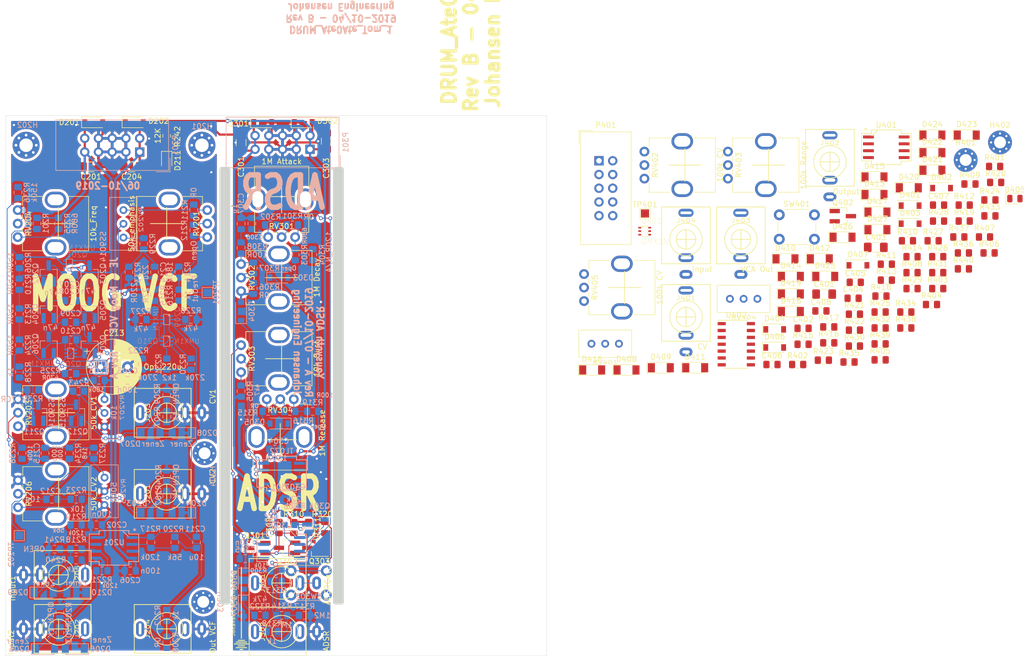
<source format=kicad_pcb>
(kicad_pcb (version 20171130) (host pcbnew "(5.1.0)-1")
  (layers (0 F.Cu signal) (31 B.Cu signal) (34 B.Paste user) (35 F.Paste user) (36 B.SilkS user) (37 F.SilkS user hide) (38 B.Mask user) (39 F.Mask user) (44 Edge.Cuts user))
  (net 0 "")
  (net 1 GND)
  (net 2 "Net-(J201-PadT)")
  (net 3 -12V)
  (net 4 +12V)
  (net 5 "Net-(J202-PadT)")
  (net 6 "Net-(J203-PadT)")
  (net 7 "Net-(Q202-Pad1)")
  (net 8 "Net-(Q204-Pad1)")
  (net 9 "Net-(C208-Pad1)")
  (net 10 "Net-(C209-Pad1)")
  (net 11 "Net-(C210-Pad2)")
  (net 12 "Net-(C210-Pad1)")
  (net 13 "Net-(C212-Pad1)")
  (net 14 "Net-(C213-Pad1)")
  (net 15 "Net-(Q206-Pad1)")
  (net 16 "Net-(C207-Pad1)")
  (net 17 "Net-(C209-Pad2)")
  (net 18 "Net-(C212-Pad2)")
  (net 19 "Net-(R217-Pad2)")
  (net 20 "Net-(R217-Pad1)")
  (net 21 "Net-(D304-Pad2)")
  (net 22 "Net-(C307-Pad2)")
  (net 23 "Net-(C308-Pad1)")
  (net 24 "Net-(D303-Pad2)")
  (net 25 "Net-(J301-PadT)")
  (net 26 "Net-(Q302-Pad1)")
  (net 27 "Net-(Q302-Pad2)")
  (net 28 "Net-(Q303-Pad1)")
  (net 29 "Net-(C207-Pad2)")
  (net 30 "Net-(C208-Pad2)")
  (net 31 "Net-(C211-Pad1)")
  (net 32 "Net-(C211-Pad2)")
  (net 33 /KicadJE_Yousynth_MoogVCF/PNP_B)
  (net 34 "Net-(D203-Pad2)")
  (net 35 CV2)
  (net 36 "Net-(D205-Pad2)")
  (net 37 "Net-(D207-Pad2)")
  (net 38 CV1)
  (net 39 "Net-(J204-PadT)")
  (net 40 "Net-(Q208-Pad5)")
  (net 41 "Net-(Q208-Pad1)")
  (net 42 "Net-(Q209-Pad1)")
  (net 43 "Net-(Q209-Pad2)")
  (net 44 "Net-(Q209-Pad4)")
  (net 45 "Net-(Q209-Pad5)")
  (net 46 "Net-(Q209-Pad6)")
  (net 47 "Net-(Q210-Pad1)")
  (net 48 "Net-(Q211-Pad3)")
  (net 49 /KicadJE_Yousynth_MoogVCF/PNP_E)
  (net 50 "Net-(Q212-Pad3)")
  (net 51 OutVCF)
  (net 52 "Net-(R211-Pad2)")
  (net 53 "Net-(R211-Pad1)")
  (net 54 /KicadJE_Yousynth_MoogVCF/Coupling)
  (net 55 "Net-(R218-Pad2)")
  (net 56 "Net-(R219-Pad2)")
  (net 57 "Net-(R229-Pad2)")
  (net 58 "Net-(R235-Pad1)")
  (net 59 "Net-(R236-Pad2)")
  (net 60 "Net-(R237-Pad1)")
  (net 61 "Net-(R238-Pad1)")
  (net 62 "Net-(D209-Pad2)")
  (net 63 "Net-(J205-PadT)")
  (net 64 InAudio1)
  (net 65 InAudio2)
  (net 66 "Net-(R234-Pad1)")
  (net 67 "Net-(D211-Pad1)")
  (net 68 "Net-(Q201-Pad2)")
  (net 69 "Net-(R243-Pad2)")
  (net 70 "Net-(C305-Pad1)")
  (net 71 555_RST)
  (net 72 "Net-(D304-Pad1)")
  (net 73 "Net-(D305-Pad2)")
  (net 74 ADSRGate)
  (net 75 "Net-(J301-PadS)")
  (net 76 ADSR_out)
  (net 77 555_Dis)
  (net 78 "Net-(Q301-Pad3)")
  (net 79 555_Trig)
  (net 80 "Net-(R301-Pad2)")
  (net 81 "Net-(R301-Pad1)")
  (net 82 555_Out)
  (net 83 "Net-(R305-Pad2)")
  (net 84 "Net-(R306-Pad2)")
  (net 85 "Net-(R307-Pad1)")
  (net 86 "Net-(R309-Pad2)")
  (net 87 "Net-(R313-Pad2)")
  (net 88 "Net-(R315-Pad2)")
  (net 89 "Net-(R316-Pad1)")
  (net 90 555_Threshold)
  (net 91 "Net-(RV303-Pad2)")
  (net 92 "Net-(C405-Pad1)")
  (net 93 "Net-(C405-Pad2)")
  (net 94 "Net-(C406-Pad1)")
  (net 95 "Net-(C406-Pad2)")
  (net 96 "Net-(C407-Pad2)")
  (net 97 "Net-(C407-Pad1)")
  (net 98 Output_Fold)
  (net 99 "Net-(C408-Pad1)")
  (net 100 CV_Fold)
  (net 101 "Net-(D405-Pad1)")
  (net 102 Input_Fold)
  (net 103 "Net-(D408-Pad1)")
  (net 104 "Net-(D410-Pad1)")
  (net 105 "Net-(D412-Pad2)")
  (net 106 "Net-(D414-Pad1)")
  (net 107 "Net-(D416-Pad1)")
  (net 108 "Net-(D418-Pad2)")
  (net 109 "Net-(D418-Pad1)")
  (net 110 "Net-(D420-Pad1)")
  (net 111 "Net-(D422-Pad1)")
  (net 112 "Net-(D422-Pad2)")
  (net 113 "Net-(D424-Pad1)")
  (net 114 "Net-(D424-Pad2)")
  (net 115 "Net-(D426-Pad1)")
  (net 116 "Net-(J401-PadT)")
  (net 117 "Net-(J402-PadT)")
  (net 118 "Net-(J403-PadT)")
  (net 119 "Net-(J404-PadT)")
  (net 120 "Net-(Q401-Pad1)")
  (net 121 "Net-(Q401-Pad3)")
  (net 122 "Net-(Q401-Pad6)")
  (net 123 "Net-(Q402-Pad1)")
  (net 124 "Net-(Q402-Pad2)")
  (net 125 Output_VCA)
  (net 126 "Net-(R406-Pad2)")
  (net 127 "Net-(R407-Pad2)")
  (net 128 "Net-(R408-Pad2)")
  (net 129 "Net-(R409-Pad2)")
  (net 130 "Net-(R413-Pad1)")
  (net 131 "Net-(R417-Pad1)")
  (net 132 "Net-(R417-Pad2)")
  (net 133 "Net-(R418-Pad1)")
  (net 134 "Net-(R422-Pad1)")
  (net 135 "Net-(R423-Pad1)")
  (net 136 "Net-(R428-Pad1)")
  (net 137 "Net-(R430-Pad1)")
  (net 138 "Net-(R432-Pad1)")
  (net 139 "Net-(SW401-Pad2)")
  (net 140 "Net-(SW401-Pad1)")
  (module Capacitor_SMD:C_1206_3216Metric_Pad1.42x1.75mm_HandSolder (layer F.Cu) (at 65.75 59.5 180)
    (fp_text reference C201 (at 0 -1.82 180) (layer F.SilkS))
    (fp_text value 10u)
    (pad 2 smd roundrect (at 1.4875 0 180) (size 1.425 1.75) (layers F.Cu F.Paste F.Mask) (roundrect_rratio 0.175439) (net 4 +12V))
    (pad 1 smd roundrect (at -1.4875 0 180) (size 1.425 1.75) (layers F.Cu F.Paste F.Mask) (roundrect_rratio 0.175439) (net 1 GND))
  )
  (module Capacitor_SMD:C_0805_2012Metric_Pad1.15x1.40mm_HandSolder (layer B.Cu) (at 66.75 125.75)
    (fp_text reference C202 (at 3.75 0) (layer B.SilkS) (effects (justify mirror)))
    (fp_text value 100n (at 1 -2) (layer B.SilkS) (effects (justify mirror)))
    (pad 2 smd roundrect (at 1.025 0) (size 1.15 1.4) (layers B.Cu B.Paste B.Mask) (roundrect_rratio 0.217391) (net 4 +12V))
    (pad 1 smd roundrect (at -1.025 0) (size 1.15 1.4) (layers B.Cu B.Paste B.Mask) (roundrect_rratio 0.217391) (net 1 GND))
  )
  (module Capacitor_SMD:C_0805_2012Metric_Pad1.15x1.40mm_HandSolder (layer B.Cu) (at 67.25 99)
    (fp_text reference C203 (at 0 -1.75) (layer B.SilkS) (effects (justify mirror)))
    (fp_text value 100n (at -0.25 -3) (layer B.SilkS) (effects (justify mirror)))
    (pad 1 smd roundrect (at -1.025 0) (size 1.15 1.4) (layers B.Cu B.Paste B.Mask) (roundrect_rratio 0.217391) (net 1 GND))
    (pad 2 smd roundrect (at 1.025 0) (size 1.15 1.4) (layers B.Cu B.Paste B.Mask) (roundrect_rratio 0.217391) (net 4 +12V))
  )
  (module Capacitor_SMD:C_1206_3216Metric_Pad1.42x1.75mm_HandSolder (layer F.Cu) (at 73.2625 59.5 180)
    (fp_text reference C204 (at 0 -1.82 180) (layer F.SilkS))
    (fp_text value 10u)
    (pad 1 smd roundrect (at -1.4875 0 180) (size 1.425 1.75) (layers F.Cu F.Paste F.Mask) (roundrect_rratio 0.175439) (net 3 -12V))
    (pad 2 smd roundrect (at 1.4875 0 180) (size 1.425 1.75) (layers F.Cu F.Paste F.Mask) (roundrect_rratio 0.175439) (net 1 GND))
  )
  (module Capacitor_SMD:C_0805_2012Metric_Pad1.15x1.40mm_HandSolder (layer B.Cu) (at 72.5 99)
    (fp_text reference C205 (at 0 -1.75) (layer B.SilkS) (effects (justify mirror)))
    (fp_text value 100n (at 0 1.75) (layer B.SilkS) (effects (justify mirror)))
    (pad 1 smd roundrect (at -1.025 0) (size 1.15 1.4) (layers B.Cu B.Paste B.Mask) (roundrect_rratio 0.217391) (net 3 -12V))
    (pad 2 smd roundrect (at 1.025 0) (size 1.15 1.4) (layers B.Cu B.Paste B.Mask) (roundrect_rratio 0.217391) (net 1 GND))
  )
  (module Capacitor_SMD:C_0805_2012Metric_Pad1.15x1.40mm_HandSolder (layer B.Cu) (at 73 134.25 180)
    (fp_text reference C206 (at 0 -1.75 180) (layer B.SilkS) (effects (justify mirror)))
    (fp_text value 100n (at -3.75 0 180) (layer B.SilkS) (effects (justify mirror)))
    (pad 2 smd roundrect (at 1.025 0 180) (size 1.15 1.4) (layers B.Cu B.Paste B.Mask) (roundrect_rratio 0.217391) (net 1 GND))
    (pad 1 smd roundrect (at -1.025 0 180) (size 1.15 1.4) (layers B.Cu B.Paste B.Mask) (roundrect_rratio 0.217391) (net 3 -12V))
  )
  (module Capacitor_SMD:C_0805_2012Metric_Pad1.15x1.40mm_HandSolder (layer B.Cu) (at 61.75 79.5 180)
    (fp_text reference C207 (at 0 -1.75) (layer B.SilkS) (effects (justify mirror)))
    (fp_text value 47n (at 3.25 -3.25 180) (layer B.SilkS) (effects (justify mirror)))
    (pad 1 smd roundrect (at -1.025 0 180) (size 1.15 1.4) (layers B.Cu B.Paste B.Mask) (roundrect_rratio 0.217391) (net 16 "Net-(C207-Pad1)"))
    (pad 2 smd roundrect (at 1.025 0 180) (size 1.15 1.4) (layers B.Cu B.Paste B.Mask) (roundrect_rratio 0.217391) (net 29 "Net-(C207-Pad2)"))
  )
  (module Capacitor_SMD:C_0805_2012Metric_Pad1.15x1.40mm_HandSolder (layer B.Cu) (at 61.975 84.25 180)
    (fp_text reference C208 (at 0.225 1.75 180) (layer B.SilkS) (effects (justify mirror)))
    (fp_text value 47n (at -3.275 1.75 180) (layer B.SilkS) (effects (justify mirror)))
    (pad 2 smd roundrect (at 1.025 0 180) (size 1.15 1.4) (layers B.Cu B.Paste B.Mask) (roundrect_rratio 0.217391) (net 30 "Net-(C208-Pad2)"))
    (pad 1 smd roundrect (at -1.025 0 180) (size 1.15 1.4) (layers B.Cu B.Paste B.Mask) (roundrect_rratio 0.217391) (net 9 "Net-(C208-Pad1)"))
  )
  (module Capacitor_SMD:C_0805_2012Metric_Pad1.15x1.40mm_HandSolder (layer B.Cu) (at 61.975 88.25 180)
    (fp_text reference C209 (at 0 1.65 180) (layer B.SilkS) (effects (justify mirror)))
    (fp_text value 47n (at -3.275 -1 180) (layer B.SilkS) (effects (justify mirror)))
    (pad 1 smd roundrect (at -1.025 0 180) (size 1.15 1.4) (layers B.Cu B.Paste B.Mask) (roundrect_rratio 0.217391) (net 10 "Net-(C209-Pad1)"))
    (pad 2 smd roundrect (at 1.025 0 180) (size 1.15 1.4) (layers B.Cu B.Paste B.Mask) (roundrect_rratio 0.217391) (net 17 "Net-(C209-Pad2)"))
  )
  (module Capacitor_SMD:C_0805_2012Metric_Pad1.15x1.40mm_HandSolder (layer B.Cu) (at 62 91.5 180)
    (fp_text reference C210 (at 0 1.65 180) (layer B.SilkS) (effects (justify mirror)))
    (fp_text value 47n (at 3.75 2.25 180) (layer B.SilkS) (effects (justify mirror)))
    (pad 2 smd roundrect (at 1.025 0 180) (size 1.15 1.4) (layers B.Cu B.Paste B.Mask) (roundrect_rratio 0.217391) (net 11 "Net-(C210-Pad2)"))
    (pad 1 smd roundrect (at -1.025 0 180) (size 1.15 1.4) (layers B.Cu B.Paste B.Mask) (roundrect_rratio 0.217391) (net 12 "Net-(C210-Pad1)"))
  )
  (module Capacitor_SMD:C_0805_2012Metric_Pad1.15x1.40mm_HandSolder (layer B.Cu) (at 85.25 129 90)
    (fp_text reference C211 (at 2.5 -0.25 180) (layer B.SilkS) (effects (justify mirror)))
    (fp_text value 10u (at -2.75 0) (layer B.SilkS) (effects (justify mirror)))
    (pad 1 smd roundrect (at -1.025 0 90) (size 1.15 1.4) (layers B.Cu B.Paste B.Mask) (roundrect_rratio 0.217391) (net 31 "Net-(C211-Pad1)"))
    (pad 2 smd roundrect (at 1.025 0 90) (size 1.15 1.4) (layers B.Cu B.Paste B.Mask) (roundrect_rratio 0.217391) (net 32 "Net-(C211-Pad2)"))
  )
  (module Capacitor_SMD:C_0805_2012Metric_Pad1.15x1.40mm_HandSolder (layer B.Cu) (at 58.5 121)
    (fp_text reference C212 (at -0.25 -1.5) (layer B.SilkS) (effects (justify mirror)))
    (fp_text value 10u (at -3.5 0) (layer B.SilkS) (effects (justify mirror)))
    (pad 2 smd roundrect (at 1.025 0) (size 1.15 1.4) (layers B.Cu B.Paste B.Mask) (roundrect_rratio 0.217391) (net 18 "Net-(C212-Pad2)"))
    (pad 1 smd roundrect (at -1.025 0) (size 1.15 1.4) (layers B.Cu B.Paste B.Mask) (roundrect_rratio 0.217391) (net 13 "Net-(C212-Pad1)"))
  )
  (module Capacitor_THT:CP_Radial_D10.0mm_P5.00mm (layer F.Cu) (at 67.5 96.5)
    (fp_text reference C213 (at 2.5 -6.25) (layer F.SilkS))
    (fp_text value Opt_220u (at 11.5 0) (layer F.SilkS))
    (pad 1 thru_hole rect (at 0 0) (size 2 2) (drill 1) (layers *.Cu *.Mask) (net 14 "Net-(C213-Pad1)"))
    (pad 2 thru_hole circle (at 5 0) (size 2 2) (drill 1) (layers *.Cu *.Mask) (net 1 GND))
  )
  (module Capacitor_SMD:C_0805_2012Metric_Pad1.15x1.40mm_HandSolder (layer B.Cu) (at 77.5 79 90)
    (fp_text reference C214 (at 0 1.65 90) (layer B.SilkS) (effects (justify mirror)))
    (fp_text value 22u (at 0 -1.65 90) (layer B.SilkS) (effects (justify mirror)))
    (pad 1 smd roundrect (at -1.025 0 90) (size 1.15 1.4) (layers B.Cu B.Paste B.Mask) (roundrect_rratio 0.217391) (net 1 GND))
    (pad 2 smd roundrect (at 1.025 0 90) (size 1.15 1.4) (layers B.Cu B.Paste B.Mask) (roundrect_rratio 0.217391) (net 14 "Net-(C213-Pad1)"))
  )
  (module Capacitor_SMD:C_0805_2012Metric_Pad1.15x1.40mm_HandSolder (layer B.Cu) (at 57.25 112.5 90)
    (fp_text reference C215 (at 0 -1.5 90) (layer B.SilkS) (effects (justify mirror)))
    (fp_text value 100p (at 0 1.75 90) (layer B.SilkS) (effects (font (size 0.8 0.8)) (justify mirror)))
    (pad 2 smd roundrect (at 1.025 0 90) (size 1.15 1.4) (layers B.Cu B.Paste B.Mask) (roundrect_rratio 0.217391) (net 33 /KicadJE_Yousynth_MoogVCF/PNP_B))
    (pad 1 smd roundrect (at -1.025 0 90) (size 1.15 1.4) (layers B.Cu B.Paste B.Mask) (roundrect_rratio 0.217391) (net 1 GND))
  )
  (module Diode_SMD:D_SOD-123 (layer F.Cu) (at 66.25 51.25)
    (fp_text reference D201 (at -4.5 0) (layer F.SilkS))
    (fp_text value 1N1007)
    (pad 1 smd rect (at -1.65 0) (size 0.9 1.2) (layers F.Cu F.Paste F.Mask) (net 4 +12V))
    (pad 2 smd rect (at 1.65 0) (size 0.9 1.2) (layers F.Cu F.Paste F.Mask) (net 1 GND))
  )
  (module Diode_SMD:D_SOD-123 (layer F.Cu) (at 73.75 51.25)
    (fp_text reference D202 (at 4.5 -0.25) (layer F.SilkS))
    (fp_text value 1N1007)
    (pad 2 smd rect (at 1.65 0) (size 0.9 1.2) (layers F.Cu F.Paste F.Mask) (net 3 -12V))
    (pad 1 smd rect (at -1.65 0) (size 0.9 1.2) (layers F.Cu F.Paste F.Mask) (net 1 GND))
  )
  (module Diode_SMD:D_MiniMELF (layer B.Cu) (at 76.75 123.5)
    (fp_text reference D203 (at -2.5 -1.75) (layer B.SilkS) (effects (justify mirror)))
    (fp_text value Zener)
    (pad 2 smd rect (at 1.75 0) (size 1.3 1.7) (layers B.Cu B.Paste B.Mask) (net 34 "Net-(D203-Pad2)"))
    (pad 1 smd rect (at -1.75 0) (size 1.3 1.7) (layers B.Cu B.Paste B.Mask) (net 35 CV2))
  )
  (module Diode_SMD:D_MiniMELF (layer B.Cu) (at 82.5 123.5 180)
    (fp_text reference D204 (at -2.75 1.75 180) (layer B.SilkS) (effects (justify mirror)))
    (fp_text value Zener)
    (pad 1 smd rect (at -1.75 0 180) (size 1.3 1.7) (layers B.Cu B.Paste B.Mask) (net 1 GND))
    (pad 2 smd rect (at 1.75 0 180) (size 1.3 1.7) (layers B.Cu B.Paste B.Mask) (net 34 "Net-(D203-Pad2)"))
  )
  (module Diode_SMD:D_MiniMELF (layer B.Cu) (at 57.25 148.75)
    (fp_text reference D205 (at -4.75 0) (layer B.SilkS) (effects (justify mirror)))
    (fp_text value Zener (at -5 -1.5) (layer B.SilkS) (effects (justify mirror)))
    (pad 2 smd rect (at 1.75 0) (size 1.3 1.7) (layers B.Cu B.Paste B.Mask) (net 36 "Net-(D205-Pad2)"))
    (pad 1 smd rect (at -1.75 0) (size 1.3 1.7) (layers B.Cu B.Paste B.Mask) (net 65 InAudio2))
  )
  (module Diode_SMD:D_MiniMELF (layer B.Cu) (at 62.75 148.75 180)
    (fp_text reference D206 (at -4.75 0 180) (layer B.SilkS) (effects (justify mirror)))
    (fp_text value Zener (at -4.75 1.75 180) (layer B.SilkS) (effects (justify mirror)))
    (pad 1 smd rect (at -1.75 0 180) (size 1.3 1.7) (layers B.Cu B.Paste B.Mask) (net 1 GND))
    (pad 2 smd rect (at 1.75 0 180) (size 1.3 1.7) (layers B.Cu B.Paste B.Mask) (net 36 "Net-(D205-Pad2)"))
  )
  (module Diode_SMD:D_MiniMELF (layer B.Cu) (at 76.75 108.75)
    (fp_text reference D207 (at -3.75 2) (layer B.SilkS) (effects (justify mirror)))
    (fp_text value Zener (at 0.5 2) (layer B.SilkS) (effects (justify mirror)))
    (pad 2 smd rect (at 1.75 0) (size 1.3 1.7) (layers B.Cu B.Paste B.Mask) (net 37 "Net-(D207-Pad2)"))
    (pad 1 smd rect (at -1.75 0) (size 1.3 1.7) (layers B.Cu B.Paste B.Mask) (net 38 CV1))
  )
  (module Diode_SMD:D_MiniMELF (layer B.Cu) (at 82.5 108.75 180)
    (fp_text reference D208 (at -4.75 0 180) (layer B.SilkS) (effects (justify mirror)))
    (fp_text value Zener (at 0 -2 180) (layer B.SilkS) (effects (justify mirror)))
    (pad 1 smd rect (at -1.75 0 180) (size 1.3 1.7) (layers B.Cu B.Paste B.Mask) (net 1 GND))
    (pad 2 smd rect (at 1.75 0 180) (size 1.3 1.7) (layers B.Cu B.Paste B.Mask) (net 37 "Net-(D207-Pad2)"))
  )
  (module MountingHole:MountingHole_2.5mm_Pad_Via (layer B.Cu) (at 86.25 55.5 90)
    (fp_text reference H201 (at 3.5 0 180) (layer B.SilkS) (effects (justify mirror)))
    (fp_text value 2,5mm)
    (pad 1 thru_hole circle (at 0 0 90) (size 5 5) (drill 2.5) (layers *.Cu *.Mask))
    (pad 1 thru_hole circle (at 1.875 0 90) (size 0.8 0.8) (drill 0.5) (layers *.Cu *.Mask))
    (pad 1 thru_hole circle (at 1.325825 -1.325825 90) (size 0.8 0.8) (drill 0.5) (layers *.Cu *.Mask))
    (pad 1 thru_hole circle (at 0 -1.875 90) (size 0.8 0.8) (drill 0.5) (layers *.Cu *.Mask))
    (pad 1 thru_hole circle (at -1.325825 -1.325825 90) (size 0.8 0.8) (drill 0.5) (layers *.Cu *.Mask))
    (pad 1 thru_hole circle (at -1.875 0 90) (size 0.8 0.8) (drill 0.5) (layers *.Cu *.Mask))
    (pad 1 thru_hole circle (at -1.325825 1.325825 90) (size 0.8 0.8) (drill 0.5) (layers *.Cu *.Mask))
    (pad 1 thru_hole circle (at 0 1.875 90) (size 0.8 0.8) (drill 0.5) (layers *.Cu *.Mask))
    (pad 1 thru_hole circle (at 1.325825 1.325825 90) (size 0.8 0.8) (drill 0.5) (layers *.Cu *.Mask))
  )
  (module MountingHole:MountingHole_2.5mm_Pad_Via (layer B.Cu) (at 53.75 55.5 90)
    (fp_text reference H202 (at 3.75 0.25 180) (layer B.SilkS) (effects (justify mirror)))
    (fp_text value 2,5mm)
    (pad 1 thru_hole circle (at 1.325825 1.325825 90) (size 0.8 0.8) (drill 0.5) (layers *.Cu *.Mask))
    (pad 1 thru_hole circle (at 0 1.875 90) (size 0.8 0.8) (drill 0.5) (layers *.Cu *.Mask))
    (pad 1 thru_hole circle (at -1.325825 1.325825 90) (size 0.8 0.8) (drill 0.5) (layers *.Cu *.Mask))
    (pad 1 thru_hole circle (at -1.875 0 90) (size 0.8 0.8) (drill 0.5) (layers *.Cu *.Mask))
    (pad 1 thru_hole circle (at -1.325825 -1.325825 90) (size 0.8 0.8) (drill 0.5) (layers *.Cu *.Mask))
    (pad 1 thru_hole circle (at 0 -1.875 90) (size 0.8 0.8) (drill 0.5) (layers *.Cu *.Mask))
    (pad 1 thru_hole circle (at 1.325825 -1.325825 90) (size 0.8 0.8) (drill 0.5) (layers *.Cu *.Mask))
    (pad 1 thru_hole circle (at 1.875 0 90) (size 0.8 0.8) (drill 0.5) (layers *.Cu *.Mask))
    (pad 1 thru_hole circle (at 0 0 90) (size 5 5) (drill 2.5) (layers *.Cu *.Mask))
  )
  (module MountingHole:MountingHole_2.2mm_M2_Pad_Via (layer B.Cu) (at 86.5 140 90)
    (fp_text reference H203 (at 0 3.2 90) (layer B.SilkS) (effects (justify mirror)))
    (fp_text value 2,2mm)
    (pad 1 thru_hole circle (at 1.166726 1.166726 90) (size 0.7 0.7) (drill 0.4) (layers *.Cu *.Mask))
    (pad 1 thru_hole circle (at 0 1.65 90) (size 0.7 0.7) (drill 0.4) (layers *.Cu *.Mask))
    (pad 1 thru_hole circle (at -1.166726 1.166726 90) (size 0.7 0.7) (drill 0.4) (layers *.Cu *.Mask))
    (pad 1 thru_hole circle (at -1.65 0 90) (size 0.7 0.7) (drill 0.4) (layers *.Cu *.Mask))
    (pad 1 thru_hole circle (at -1.166726 -1.166726 90) (size 0.7 0.7) (drill 0.4) (layers *.Cu *.Mask))
    (pad 1 thru_hole circle (at 0 -1.65 90) (size 0.7 0.7) (drill 0.4) (layers *.Cu *.Mask))
    (pad 1 thru_hole circle (at 1.166726 -1.166726 90) (size 0.7 0.7) (drill 0.4) (layers *.Cu *.Mask))
    (pad 1 thru_hole circle (at 1.65 0 90) (size 0.7 0.7) (drill 0.4) (layers *.Cu *.Mask))
    (pad 1 thru_hole circle (at 0 0 90) (size 4.4 4.4) (drill 2.2) (layers *.Cu *.Mask))
  )
  (module MountingHole:MountingHole_2.2mm_M2_Pad_Via (layer B.Cu) (at 86.75 112.5 90)
    (fp_text reference H204 (at -4.25 1.5 90) (layer B.SilkS) (effects (justify mirror)))
    (fp_text value 2,2mm)
    (pad 1 thru_hole circle (at 0 0 90) (size 4.4 4.4) (drill 2.2) (layers *.Cu *.Mask))
    (pad 1 thru_hole circle (at 1.65 0 90) (size 0.7 0.7) (drill 0.4) (layers *.Cu *.Mask))
    (pad 1 thru_hole circle (at 1.166726 -1.166726 90) (size 0.7 0.7) (drill 0.4) (layers *.Cu *.Mask))
    (pad 1 thru_hole circle (at 0 -1.65 90) (size 0.7 0.7) (drill 0.4) (layers *.Cu *.Mask))
    (pad 1 thru_hole circle (at -1.166726 -1.166726 90) (size 0.7 0.7) (drill 0.4) (layers *.Cu *.Mask))
    (pad 1 thru_hole circle (at -1.65 0 90) (size 0.7 0.7) (drill 0.4) (layers *.Cu *.Mask))
    (pad 1 thru_hole circle (at -1.166726 1.166726 90) (size 0.7 0.7) (drill 0.4) (layers *.Cu *.Mask))
    (pad 1 thru_hole circle (at 0 1.65 90) (size 0.7 0.7) (drill 0.4) (layers *.Cu *.Mask))
    (pad 1 thru_hole circle (at 1.166726 1.166726 90) (size 0.7 0.7) (drill 0.4) (layers *.Cu *.Mask))
  )
  (module AJ-Dropbox-Kicad:PJ301SM (layer F.Cu) (at 79.75 120 90)
    (fp_text reference J201 (at 0 -3.5 90) (layer F.SilkS) (effects (font (size 0.75 1) (thickness 0.125))))
    (fp_text value CV2 (at 3.25 8.5 90) (layer F.SilkS))
    (pad TN thru_hole oval (at 0 3.38 90) (size 2.8 1.6) (drill oval 2 0.6) (layers *.Cu *.Mask) (net 1 GND))
    (pad S thru_hole oval (at 0 6.48 90) (size 2.4 1.6) (drill oval 1.4 0.6) (layers *.Cu *.Mask) (net 1 GND))
    (pad T thru_hole oval (at 0 -4.92 90) (size 2.8 1.5) (drill oval 2.1 0.5) (layers *.Cu *.Mask) (net 2 "Net-(J201-PadT)"))
  )
  (module AJ-Dropbox-Kicad:PJ301SM (layer F.Cu) (at 79.75 105 90)
    (fp_text reference J203 (at 0 -3.5 90) (layer F.SilkS) (effects (font (size 0.75 1) (thickness 0.125))))
    (fp_text value CV1 (at 3 8.5 90) (layer F.SilkS))
    (pad T thru_hole oval (at 0 -4.92 90) (size 2.8 1.5) (drill oval 2.1 0.5) (layers *.Cu *.Mask) (net 6 "Net-(J203-PadT)"))
    (pad S thru_hole oval (at 0 6.48 90) (size 2.4 1.6) (drill oval 1.4 0.6) (layers *.Cu *.Mask) (net 1 GND))
    (pad TN thru_hole oval (at 0 3.38 90) (size 2.8 1.6) (drill oval 2 0.6) (layers *.Cu *.Mask) (net 1 GND))
  )
  (module AJ-Dropbox-Kicad:PJ301SM (layer F.Cu) (at 79.75 145 90)
    (fp_text reference J204 (at 0 -3.5 90) (layer F.SilkS) (effects (font (size 0.75 1) (thickness 0.125))))
    (fp_text value "Out VCF" (at -1.5 8.5 90) (layer F.SilkS))
    (pad T thru_hole oval (at 0 -4.92 90) (size 2.8 1.5) (drill oval 2.1 0.5) (layers *.Cu *.Mask) (net 39 "Net-(J204-PadT)"))
    (pad S thru_hole oval (at 0 6.48 90) (size 2.4 1.6) (drill oval 1.4 0.6) (layers *.Cu *.Mask) (net 1 GND))
    (pad TN thru_hole oval (at 0 3.38 90) (size 2.8 1.6) (drill oval 2 0.6) (layers *.Cu *.Mask))
  )
  (module Connectors_IDC:IDC-Header_2x05_Pitch2.54mm_Straight (layer B.Cu) (at 74.75 56.75 90)
    (fp_text reference P201 (at 1.27 6.604 90) (layer B.SilkS) (effects (justify mirror)))
    (fp_text value Doepfer_Power_10pin)
    (pad 1 thru_hole rect (at 0 0 90) (size 1.7272 1.7272) (drill 1.016) (layers *.Cu *.Mask) (net 3 -12V))
    (pad 2 thru_hole oval (at 2.54 0 90) (size 1.7272 1.7272) (drill 1.016) (layers *.Cu *.Mask) (net 3 -12V))
    (pad 3 thru_hole oval (at 0 -2.54 90) (size 1.7272 1.7272) (drill 1.016) (layers *.Cu *.Mask) (net 1 GND))
    (pad 4 thru_hole oval (at 2.54 -2.54 90) (size 1.7272 1.7272) (drill 1.016) (layers *.Cu *.Mask) (net 1 GND))
    (pad 5 thru_hole oval (at 0 -5.08 90) (size 1.7272 1.7272) (drill 1.016) (layers *.Cu *.Mask) (net 1 GND))
    (pad 6 thru_hole oval (at 2.54 -5.08 90) (size 1.7272 1.7272) (drill 1.016) (layers *.Cu *.Mask) (net 1 GND))
    (pad 7 thru_hole oval (at 0 -7.62 90) (size 1.7272 1.7272) (drill 1.016) (layers *.Cu *.Mask) (net 1 GND))
    (pad 8 thru_hole oval (at 2.54 -7.62 90) (size 1.7272 1.7272) (drill 1.016) (layers *.Cu *.Mask) (net 1 GND))
    (pad 9 thru_hole oval (at 0 -10.16 90) (size 1.7272 1.7272) (drill 1.016) (layers *.Cu *.Mask) (net 4 +12V))
    (pad 10 thru_hole oval (at 2.54 -10.16 90) (size 1.7272 1.7272) (drill 1.016) (layers *.Cu *.Mask) (net 4 +12V))
  )
  (module AJ:UMX1N_UMT6_DualNPN (layer B.Cu) (at 61.75 77.5)
    (fp_text reference Q201 (at 1.412501 -1.7758) (layer B.SilkS) (effects (font (thickness 0.05)) (justify mirror)))
    (fp_text value UMX1N (at 2.25 -3.0258) (layer B.SilkS) (effects (font (thickness 0.05)) (justify mirror)))
    (pad 1 smd rect (at -0.925 0.65) (size 0.5 0.3) (layers B.Cu B.Paste B.Mask) (net 29 "Net-(C207-Pad2)"))
    (pad 2 smd rect (at -0.925 0) (size 0.5 0.3) (layers B.Cu B.Paste B.Mask) (net 68 "Net-(Q201-Pad2)"))
    (pad 3 smd rect (at -0.925 -0.65) (size 0.5 0.3) (layers B.Cu B.Paste B.Mask) (net 4 +12V))
    (pad 4 smd rect (at 0.925 -0.65 180) (size 0.5 0.3) (layers B.Cu B.Paste B.Mask) (net 16 "Net-(C207-Pad1)"))
    (pad 5 smd rect (at 0.925 0 180) (size 0.5 0.3) (layers B.Cu B.Paste B.Mask) (net 68 "Net-(Q201-Pad2)"))
    (pad 6 smd rect (at 0.925 0.65 180) (size 0.5 0.3) (layers B.Cu B.Paste B.Mask) (net 4 +12V))
  )
  (module Package_TO_SOT_SMD:SOT-23_Handsoldering (layer B.Cu) (at 57.924999 79.25 90)
    (fp_text reference Q202 (at 0 -2.424999 90) (layer B.SilkS) (effects (justify mirror)))
    (fp_text value SS9014)
    (pad 1 smd rect (at -1.5 0.95 90) (size 1.9 0.8) (layers B.Cu B.Paste B.Mask) (net 7 "Net-(Q202-Pad1)"))
    (pad 2 smd rect (at -1.5 -0.95 90) (size 1.9 0.8) (layers B.Cu B.Paste B.Mask) (net 30 "Net-(C208-Pad2)"))
    (pad 3 smd rect (at 1.5 0 90) (size 1.9 0.8) (layers B.Cu B.Paste B.Mask) (net 29 "Net-(C207-Pad2)"))
  )
  (module Package_TO_SOT_SMD:SOT-23_Handsoldering (layer B.Cu) (at 65.5 79.25 90)
    (fp_text reference Q203 (at 0 2.5 90) (layer B.SilkS) (effects (justify mirror)))
    (fp_text value SS9014 (at 5 2.5 90) (layer B.SilkS) (effects (justify mirror)))
    (pad 3 smd rect (at 1.5 0 90) (size 1.9 0.8) (layers B.Cu B.Paste B.Mask) (net 16 "Net-(C207-Pad1)"))
    (pad 2 smd rect (at -1.5 -0.95 90) (size 1.9 0.8) (layers B.Cu B.Paste B.Mask) (net 9 "Net-(C208-Pad1)"))
    (pad 1 smd rect (at -1.5 0.95 90) (size 1.9 0.8) (layers B.Cu B.Paste B.Mask) (net 7 "Net-(Q202-Pad1)"))
  )
  (module Package_TO_SOT_SMD:SOT-23_Handsoldering (layer B.Cu) (at 57.924999 86 90)
    (fp_text reference Q204 (at -0.75 -2.424999 90) (layer B.SilkS) (effects (justify mirror)))
    (fp_text value SS9014)
    (pad 1 smd rect (at -1.5 0.95 90) (size 1.9 0.8) (layers B.Cu B.Paste B.Mask) (net 8 "Net-(Q204-Pad1)"))
    (pad 2 smd rect (at -1.5 -0.95 90) (size 1.9 0.8) (layers B.Cu B.Paste B.Mask) (net 17 "Net-(C209-Pad2)"))
    (pad 3 smd rect (at 1.5 0 90) (size 1.9 0.8) (layers B.Cu B.Paste B.Mask) (net 30 "Net-(C208-Pad2)"))
  )
  (module Package_TO_SOT_SMD:SOT-23_Handsoldering (layer B.Cu) (at 65.5 86 90)
    (fp_text reference Q205 (at 0 2.5 90) (layer B.SilkS) (effects (justify mirror)))
    (fp_text value SS9014)
    (pad 3 smd rect (at 1.5 0 90) (size 1.9 0.8) (layers B.Cu B.Paste B.Mask) (net 9 "Net-(C208-Pad1)"))
    (pad 2 smd rect (at -1.5 -0.95 90) (size 1.9 0.8) (layers B.Cu B.Paste B.Mask) (net 10 "Net-(C209-Pad1)"))
    (pad 1 smd rect (at -1.5 0.95 90) (size 1.9 0.8) (layers B.Cu B.Paste B.Mask) (net 8 "Net-(Q204-Pad1)"))
  )
  (module Package_TO_SOT_SMD:SOT-23_Handsoldering (layer B.Cu) (at 57.924999 92.474999 90)
    (fp_text reference Q206 (at 0.224999 -2.424999 90) (layer B.SilkS) (effects (justify mirror)))
    (fp_text value SS9014)
    (pad 1 smd rect (at -1.5 0.95 90) (size 1.9 0.8) (layers B.Cu B.Paste B.Mask) (net 15 "Net-(Q206-Pad1)"))
    (pad 2 smd rect (at -1.5 -0.95 90) (size 1.9 0.8) (layers B.Cu B.Paste B.Mask) (net 11 "Net-(C210-Pad2)"))
    (pad 3 smd rect (at 1.5 0 90) (size 1.9 0.8) (layers B.Cu B.Paste B.Mask) (net 17 "Net-(C209-Pad2)"))
  )
  (module Package_TO_SOT_SMD:SOT-23_Handsoldering (layer B.Cu) (at 65.5 92.5 90)
    (fp_text reference Q207 (at 0 2.5 90) (layer B.SilkS) (effects (justify mirror)))
    (fp_text value SS9014)
    (pad 3 smd rect (at 1.5 0 90) (size 1.9 0.8) (layers B.Cu B.Paste B.Mask) (net 10 "Net-(C209-Pad1)"))
    (pad 2 smd rect (at -1.5 -0.95 90) (size 1.9 0.8) (layers B.Cu B.Paste B.Mask) (net 12 "Net-(C210-Pad1)"))
    (pad 1 smd rect (at -1.5 0.95 90) (size 1.9 0.8) (layers B.Cu B.Paste B.Mask) (net 15 "Net-(Q206-Pad1)"))
  )
  (module AJ:UMX1N_UMT6_DualNPN (layer B.Cu) (at 62 94 180)
    (fp_text reference Q208 (at 0 -2 180) (layer B.SilkS) (effects (font (thickness 0.05)) (justify mirror)))
    (fp_text value UMX1N (at 5.25 -1.905 180) (layer B.SilkS) (effects (font (thickness 0.05)) (justify mirror)))
    (pad 6 smd rect (at 0.925 0.65) (size 0.5 0.3) (layers B.Cu B.Paste B.Mask) (net 11 "Net-(C210-Pad2)"))
    (pad 5 smd rect (at 0.925 0) (size 0.5 0.3) (layers B.Cu B.Paste B.Mask) (net 40 "Net-(Q208-Pad5)"))
    (pad 4 smd rect (at 0.925 -0.65) (size 0.5 0.3) (layers B.Cu B.Paste B.Mask) (net 41 "Net-(Q208-Pad1)"))
    (pad 3 smd rect (at -0.925 -0.65 180) (size 0.5 0.3) (layers B.Cu B.Paste B.Mask) (net 12 "Net-(C210-Pad1)"))
    (pad 2 smd rect (at -0.925 0 180) (size 0.5 0.3) (layers B.Cu B.Paste B.Mask) (net 13 "Net-(C212-Pad1)"))
    (pad 1 smd rect (at -0.925 0.65 180) (size 0.5 0.3) (layers B.Cu B.Paste B.Mask) (net 41 "Net-(Q208-Pad1)"))
  )
  (module AJ:UMX1N_UMT6_DualNPN (layer B.Cu) (at 79.75 87.75 180)
    (fp_text reference Q209 (at -2 0.5 270) (layer B.SilkS) (effects (font (thickness 0.05)) (justify mirror)))
    (fp_text value UMX1N (at 2 0.25 270) (layer B.SilkS) (effects (font (size 0.9 0.9) (thickness 0.05)) (justify mirror)))
    (pad 1 smd rect (at -0.925 0.65 180) (size 0.5 0.3) (layers B.Cu B.Paste B.Mask) (net 42 "Net-(Q209-Pad1)"))
    (pad 2 smd rect (at -0.925 0 180) (size 0.5 0.3) (layers B.Cu B.Paste B.Mask) (net 43 "Net-(Q209-Pad2)"))
    (pad 3 smd rect (at -0.925 -0.65 180) (size 0.5 0.3) (layers B.Cu B.Paste B.Mask) (net 32 "Net-(C211-Pad2)"))
    (pad 4 smd rect (at 0.925 -0.65) (size 0.5 0.3) (layers B.Cu B.Paste B.Mask) (net 44 "Net-(Q209-Pad4)"))
    (pad 5 smd rect (at 0.925 0) (size 0.5 0.3) (layers B.Cu B.Paste B.Mask) (net 45 "Net-(Q209-Pad5)"))
    (pad 6 smd rect (at 0.925 0.65) (size 0.5 0.3) (layers B.Cu B.Paste B.Mask) (net 46 "Net-(Q209-Pad6)"))
  )
  (module AJ:UMX1N_UMT6_DualNPN (layer B.Cu) (at 79.75 91.75 180)
    (fp_text reference Q210 (at 3.5 0) (layer B.SilkS) (effects (font (thickness 0.05)) (justify mirror)))
    (fp_text value UMX1N (at -3.75 0) (layer B.SilkS) (effects (font (size 0.9 0.9) (thickness 0.05)) (justify mirror)))
    (pad 6 smd rect (at 0.925 0.65) (size 0.5 0.3) (layers B.Cu B.Paste B.Mask) (net 46 "Net-(Q209-Pad6)"))
    (pad 5 smd rect (at 0.925 0) (size 0.5 0.3) (layers B.Cu B.Paste B.Mask) (net 44 "Net-(Q209-Pad4)"))
    (pad 4 smd rect (at 0.925 -0.65) (size 0.5 0.3) (layers B.Cu B.Paste B.Mask) (net 47 "Net-(Q210-Pad1)"))
    (pad 3 smd rect (at -0.925 -0.65 180) (size 0.5 0.3) (layers B.Cu B.Paste B.Mask) (net 32 "Net-(C211-Pad2)"))
    (pad 2 smd rect (at -0.925 0 180) (size 0.5 0.3) (layers B.Cu B.Paste B.Mask) (net 42 "Net-(Q209-Pad1)"))
    (pad 1 smd rect (at -0.925 0.65 180) (size 0.5 0.3) (layers B.Cu B.Paste B.Mask) (net 47 "Net-(Q210-Pad1)"))
  )
  (module Package_TO_SOT_SMD:SOT-23_Handsoldering (layer B.Cu) (at 56 105 90)
    (fp_text reference Q211 (at -3.5 -0.75 180) (layer B.SilkS) (effects (justify mirror)))
    (fp_text value SS9014 (at 0 2.5 270) (layer B.SilkS) (effects (justify mirror)))
    (pad 3 smd rect (at 1.5 0 90) (size 1.9 0.8) (layers B.Cu B.Paste B.Mask) (net 48 "Net-(Q211-Pad3)"))
    (pad 2 smd rect (at -1.5 -0.95 90) (size 1.9 0.8) (layers B.Cu B.Paste B.Mask) (net 1 GND))
    (pad 1 smd rect (at -1.5 0.95 90) (size 1.9 0.8) (layers B.Cu B.Paste B.Mask) (net 49 /KicadJE_Yousynth_MoogVCF/PNP_E))
  )
  (module Package_TO_SOT_SMD:SOT-23_Handsoldering (layer B.Cu) (at 63 105 90)
    (fp_text reference Q212 (at -3.5 0.25 180) (layer B.SilkS) (effects (justify mirror)))
    (fp_text value SS9015 (at 0 -2.5 90) (layer B.SilkS) (effects (justify mirror)))
    (pad 1 smd rect (at -1.5 0.95 90) (size 1.9 0.8) (layers B.Cu B.Paste B.Mask) (net 33 /KicadJE_Yousynth_MoogVCF/PNP_B))
    (pad 2 smd rect (at -1.5 -0.95 90) (size 1.9 0.8) (layers B.Cu B.Paste B.Mask) (net 49 /KicadJE_Yousynth_MoogVCF/PNP_E))
    (pad 3 smd rect (at 1.5 0 90) (size 1.9 0.8) (layers B.Cu B.Paste B.Mask) (net 50 "Net-(Q212-Pad3)"))
  )
  (module Resistor_SMD:R_0805_2012Metric_Pad1.15x1.40mm_HandSolder (layer B.Cu) (at 55.75 69.975 90)
    (fp_text reference R201 (at 0 1.65 90) (layer B.SilkS) (effects (justify mirror)))
    (fp_text value 330R (at 0 -1.65 90) (layer B.SilkS) (effects (justify mirror)))
    (pad 2 smd roundrect (at 1.025 0 90) (size 1.15 1.4) (layers B.Cu B.Paste B.Mask) (roundrect_rratio 0.217391) (net 4 +12V))
    (pad 1 smd roundrect (at -1.025 0 90) (size 1.15 1.4) (layers B.Cu B.Paste B.Mask) (roundrect_rratio 0.217391) (net 68 "Net-(Q201-Pad2)"))
  )
  (module Resistor_SMD:R_0805_2012Metric_Pad1.15x1.40mm_HandSolder (layer B.Cu) (at 79.75 120.5 90)
    (fp_text reference R202 (at 0.25 -1.5 270) (layer B.SilkS) (effects (justify mirror)))
    (fp_text value 1K (at 0.5 1.75 90) (layer B.SilkS) (effects (justify mirror)))
    (pad 2 smd roundrect (at 1.025 0 90) (size 1.15 1.4) (layers B.Cu B.Paste B.Mask) (roundrect_rratio 0.217391) (net 35 CV2))
    (pad 1 smd roundrect (at -1.025 0 90) (size 1.15 1.4) (layers B.Cu B.Paste B.Mask) (roundrect_rratio 0.217391) (net 2 "Net-(J201-PadT)"))
  )
  (module Resistor_SMD:R_0805_2012Metric_Pad1.15x1.40mm_HandSolder (layer B.Cu) (at 60 145.725 90)
    (fp_text reference R203 (at 0 1.65 90) (layer B.SilkS) (effects (justify mirror)))
    (fp_text value 1K (at 0 -1.65 90) (layer B.SilkS) (effects (justify mirror)))
    (pad 2 smd roundrect (at 1.025 0 90) (size 1.15 1.4) (layers B.Cu B.Paste B.Mask) (roundrect_rratio 0.217391) (net 65 InAudio2))
    (pad 1 smd roundrect (at -1.025 0 90) (size 1.15 1.4) (layers B.Cu B.Paste B.Mask) (roundrect_rratio 0.217391) (net 5 "Net-(J202-PadT)"))
  )
  (module Resistor_SMD:R_0805_2012Metric_Pad1.15x1.40mm_HandSolder (layer B.Cu) (at 79.75 116.75 90)
    (fp_text reference R204 (at 0.25 -1.5 270) (layer B.SilkS) (effects (justify mirror)))
    (fp_text value OPEN (at 0.25 1.75 270) (layer B.SilkS) (effects (justify mirror)))
    (pad 1 smd roundrect (at -1.025 0 90) (size 1.15 1.4) (layers B.Cu B.Paste B.Mask) (roundrect_rratio 0.217391) (net 35 CV2))
    (pad 2 smd roundrect (at 1.025 0 90) (size 1.15 1.4) (layers B.Cu B.Paste B.Mask) (roundrect_rratio 0.217391) (net 1 GND))
  )
  (module Resistor_SMD:R_0805_2012Metric_Pad1.15x1.40mm_HandSolder (layer B.Cu) (at 60 141.975 90)
    (fp_text reference R205 (at 0 1.65 90) (layer B.SilkS) (effects (justify mirror)))
    (fp_text value OPEN (at 0 -1.65 90) (layer B.SilkS) (effects (justify mirror)))
    (pad 2 smd roundrect (at 1.025 0 90) (size 1.15 1.4) (layers B.Cu B.Paste B.Mask) (roundrect_rratio 0.217391) (net 1 GND))
    (pad 1 smd roundrect (at -1.025 0 90) (size 1.15 1.4) (layers B.Cu B.Paste B.Mask) (roundrect_rratio 0.217391) (net 65 InAudio2))
  )
  (module Resistor_SMD:R_0805_2012Metric_Pad1.15x1.40mm_HandSolder (layer B.Cu) (at 52.5 77.225 90)
    (fp_text reference R206 (at 0 1.65 90) (layer B.SilkS) (effects (justify mirror)))
    (fp_text value 150R (at 0 -1.65 90) (layer B.SilkS) (effects (justify mirror)))
    (pad 1 smd roundrect (at -1.025 0 90) (size 1.15 1.4) (layers B.Cu B.Paste B.Mask) (roundrect_rratio 0.217391) (net 7 "Net-(Q202-Pad1)"))
    (pad 2 smd roundrect (at 1.025 0 90) (size 1.15 1.4) (layers B.Cu B.Paste B.Mask) (roundrect_rratio 0.217391) (net 68 "Net-(Q201-Pad2)"))
  )
  (module Resistor_SMD:R_0805_2012Metric_Pad1.15x1.40mm_HandSolder (layer B.Cu) (at 79.75 105.725 90)
    (fp_text reference R207 (at 0 -1.75 90) (layer B.SilkS) (effects (justify mirror)))
    (fp_text value 1K (at -0.025 1.75 90) (layer B.SilkS) (effects (justify mirror)))
    (pad 1 smd roundrect (at -1.025 0 90) (size 1.15 1.4) (layers B.Cu B.Paste B.Mask) (roundrect_rratio 0.217391) (net 6 "Net-(J203-PadT)"))
    (pad 2 smd roundrect (at 1.025 0 90) (size 1.15 1.4) (layers B.Cu B.Paste B.Mask) (roundrect_rratio 0.217391) (net 38 CV1))
  )
  (module Resistor_SMD:R_0805_2012Metric_Pad1.15x1.40mm_HandSolder (layer B.Cu) (at 79.75 147.5 90)
    (fp_text reference R208 (at 0 1.65 90) (layer B.SilkS) (effects (justify mirror)))
    (fp_text value 0R (at 0 -1.65 90) (layer B.SilkS) (effects (justify mirror)))
    (pad 1 smd roundrect (at -1.025 0 90) (size 1.15 1.4) (layers B.Cu B.Paste B.Mask) (roundrect_rratio 0.217391) (net 39 "Net-(J204-PadT)"))
    (pad 2 smd roundrect (at 1.025 0 90) (size 1.15 1.4) (layers B.Cu B.Paste B.Mask) (roundrect_rratio 0.217391) (net 51 OutVCF))
  )
  (module Resistor_SMD:R_0805_2012Metric_Pad1.15x1.40mm_HandSolder (layer B.Cu) (at 79.75 101.75 90)
    (fp_text reference R209 (at 0.25 -1.75 90) (layer B.SilkS) (effects (justify mirror)))
    (fp_text value OPEN (at 0.25 1.75 90) (layer B.SilkS) (effects (justify mirror)))
    (pad 2 smd roundrect (at 1.025 0 90) (size 1.15 1.4) (layers B.Cu B.Paste B.Mask) (roundrect_rratio 0.217391) (net 1 GND))
    (pad 1 smd roundrect (at -1.025 0 90) (size 1.15 1.4) (layers B.Cu B.Paste B.Mask) (roundrect_rratio 0.217391) (net 38 CV1))
  )
  (module Resistor_SMD:R_0805_2012Metric_Pad1.15x1.40mm_HandSolder (layer B.Cu) (at 52.5 81.225 90)
    (fp_text reference R210 (at 0 1.65 90) (layer B.SilkS) (effects (justify mirror)))
    (fp_text value 150R (at 0 -1.65 90) (layer B.SilkS) (effects (justify mirror)))
    (pad 2 smd roundrect (at 1.025 0 90) (size 1.15 1.4) (layers B.Cu B.Paste B.Mask) (roundrect_rratio 0.217391) (net 7 "Net-(Q202-Pad1)"))
    (pad 1 smd roundrect (at -1.025 0 90) (size 1.15 1.4) (layers B.Cu B.Paste B.Mask) (roundrect_rratio 0.217391) (net 8 "Net-(Q204-Pad1)"))
  )
  (module Resistor_SMD:R_0805_2012Metric_Pad1.15x1.40mm_HandSolder (layer B.Cu) (at 84.75 67.5 270)
    (fp_text reference R211 (at 0 1.65 270) (layer B.SilkS) (effects (justify mirror)))
    (fp_text value 0R (at -3.25 0 270) (layer B.SilkS) (effects (justify mirror)))
    (pad 2 smd roundrect (at 1.025 0 270) (size 1.15 1.4) (layers B.Cu B.Paste B.Mask) (roundrect_rratio 0.217391) (net 52 "Net-(R211-Pad2)"))
    (pad 1 smd roundrect (at -1.025 0 270) (size 1.15 1.4) (layers B.Cu B.Paste B.Mask) (roundrect_rratio 0.217391) (net 53 "Net-(R211-Pad1)"))
  )
  (module Resistor_SMD:R_0805_2012Metric_Pad1.15x1.40mm_HandSolder (layer B.Cu) (at 84.75 71.25 90)
    (fp_text reference R212 (at 0 -1.75 90) (layer B.SilkS) (effects (justify mirror)))
    (fp_text value Open (at -3.75 0 90) (layer B.SilkS) (effects (justify mirror)))
    (pad 1 smd roundrect (at -1.025 0 90) (size 1.15 1.4) (layers B.Cu B.Paste B.Mask) (roundrect_rratio 0.217391) (net 54 /KicadJE_Yousynth_MoogVCF/Coupling))
    (pad 2 smd roundrect (at 1.025 0 90) (size 1.15 1.4) (layers B.Cu B.Paste B.Mask) (roundrect_rratio 0.217391) (net 52 "Net-(R211-Pad2)"))
  )
  (module Resistor_SMD:R_0805_2012Metric_Pad1.15x1.40mm_HandSolder (layer B.Cu) (at 52.5 86.725 90)
    (fp_text reference R213 (at 0 1.65 90) (layer B.SilkS) (effects (justify mirror)))
    (fp_text value 150R (at 0 -1.65 90) (layer B.SilkS) (effects (justify mirror)))
    (pad 1 smd roundrect (at -1.025 0 90) (size 1.15 1.4) (layers B.Cu B.Paste B.Mask) (roundrect_rratio 0.217391) (net 15 "Net-(Q206-Pad1)"))
    (pad 2 smd roundrect (at 1.025 0 90) (size 1.15 1.4) (layers B.Cu B.Paste B.Mask) (roundrect_rratio 0.217391) (net 8 "Net-(Q204-Pad1)"))
  )
  (module Resistor_SMD:R_0805_2012Metric_Pad1.15x1.40mm_HandSolder (layer B.Cu) (at 81.984999 78.974999 90)
    (fp_text reference R214 (at 0 1.65 90) (layer B.SilkS) (effects (justify mirror)))
    (fp_text value 180R (at 0 -1.65 90) (layer B.SilkS) (effects (justify mirror)))
    (pad 1 smd roundrect (at -1.025 0 90) (size 1.15 1.4) (layers B.Cu B.Paste B.Mask) (roundrect_rratio 0.217391) (net 54 /KicadJE_Yousynth_MoogVCF/Coupling))
    (pad 2 smd roundrect (at 1.025 0 90) (size 1.15 1.4) (layers B.Cu B.Paste B.Mask) (roundrect_rratio 0.217391) (net 4 +12V))
  )
  (module Resistor_SMD:R_0805_2012Metric_Pad1.15x1.40mm_HandSolder (layer B.Cu) (at 77.5 83.25 90)
    (fp_text reference R215 (at 0 1.65 90) (layer B.SilkS) (effects (justify mirror)))
    (fp_text value 22R (at 0 -1.65 90) (layer B.SilkS) (effects (justify mirror)))
    (pad 1 smd roundrect (at -1.025 0 90) (size 1.15 1.4) (layers B.Cu B.Paste B.Mask) (roundrect_rratio 0.217391) (net 46 "Net-(Q209-Pad6)"))
    (pad 2 smd roundrect (at 1.025 0 90) (size 1.15 1.4) (layers B.Cu B.Paste B.Mask) (roundrect_rratio 0.217391) (net 4 +12V))
  )
  (module Resistor_SMD:R_0805_2012Metric_Pad1.15x1.40mm_HandSolder (layer B.Cu) (at 82 83.25 270)
    (fp_text reference R216 (at 0 1.65 270) (layer B.SilkS) (effects (justify mirror)))
    (fp_text value 1k (at 0 -1.65 270) (layer B.SilkS) (effects (justify mirror)))
    (pad 1 smd roundrect (at -1.025 0 270) (size 1.15 1.4) (layers B.Cu B.Paste B.Mask) (roundrect_rratio 0.217391) (net 54 /KicadJE_Yousynth_MoogVCF/Coupling))
    (pad 2 smd roundrect (at 1.025 0 270) (size 1.15 1.4) (layers B.Cu B.Paste B.Mask) (roundrect_rratio 0.217391) (net 32 "Net-(C211-Pad2)"))
  )
  (module Resistor_SMD:R_0805_2012Metric_Pad1.15x1.40mm_HandSolder (layer B.Cu) (at 76.824999 129 90)
    (fp_text reference R217 (at 2.5 -0.074999 180) (layer B.SilkS) (effects (justify mirror)))
    (fp_text value 120k (at -2.75 -0.074999) (layer B.SilkS) (effects (justify mirror)))
    (pad 1 smd roundrect (at -1.025 0 90) (size 1.15 1.4) (layers B.Cu B.Paste B.Mask) (roundrect_rratio 0.217391) (net 20 "Net-(R217-Pad1)"))
    (pad 2 smd roundrect (at 1.025 0 90) (size 1.15 1.4) (layers B.Cu B.Paste B.Mask) (roundrect_rratio 0.217391) (net 19 "Net-(R217-Pad2)"))
  )
  (module Resistor_SMD:R_0805_2012Metric_Pad1.15x1.40mm_HandSolder (layer B.Cu) (at 63 130.25)
    (fp_text reference R218 (at 0 -1.75) (layer B.SilkS) (effects (justify mirror)))
    (fp_text value 120k (at 0 -3) (layer B.SilkS) (effects (font (size 0.8 0.8)) (justify mirror)))
    (pad 2 smd roundrect (at 1.025 0) (size 1.15 1.4) (layers B.Cu B.Paste B.Mask) (roundrect_rratio 0.217391) (net 55 "Net-(R218-Pad2)"))
    (pad 1 smd roundrect (at -1.025 0) (size 1.15 1.4) (layers B.Cu B.Paste B.Mask) (roundrect_rratio 0.217391) (net 64 InAudio1))
  )
  (module Resistor_SMD:R_0805_2012Metric_Pad1.15x1.40mm_HandSolder (layer B.Cu) (at 63 125.75)
    (fp_text reference R219 (at 0 -1.5) (layer B.SilkS) (effects (justify mirror)))
    (fp_text value 56k (at -3.25 1) (layer B.SilkS) (effects (font (size 0.8 0.8)) (justify mirror)))
    (pad 2 smd roundrect (at 1.025 0) (size 1.15 1.4) (layers B.Cu B.Paste B.Mask) (roundrect_rratio 0.217391) (net 56 "Net-(R219-Pad2)"))
    (pad 1 smd roundrect (at -1.025 0) (size 1.15 1.4) (layers B.Cu B.Paste B.Mask) (roundrect_rratio 0.217391) (net 55 "Net-(R218-Pad2)"))
  )
  (module Resistor_SMD:R_0805_2012Metric_Pad1.15x1.40mm_HandSolder (layer B.Cu) (at 81.25 129 270)
    (fp_text reference R220 (at -2.5 0.25) (layer B.SilkS) (effects (justify mirror)))
    (fp_text value 56k (at 2.75 0) (layer B.SilkS) (effects (justify mirror)))
    (pad 1 smd roundrect (at -1.025 0 270) (size 1.15 1.4) (layers B.Cu B.Paste B.Mask) (roundrect_rratio 0.217391) (net 31 "Net-(C211-Pad1)"))
    (pad 2 smd roundrect (at 1.025 0 270) (size 1.15 1.4) (layers B.Cu B.Paste B.Mask) (roundrect_rratio 0.217391) (net 20 "Net-(R217-Pad1)"))
  )
  (module Resistor_SMD:R_0805_2012Metric_Pad1.15x1.40mm_HandSolder (layer B.Cu) (at 67.775 134.25)
    (fp_text reference R221 (at 0 1.65) (layer B.SilkS) (effects (justify mirror)))
    (fp_text value 120k (at 1.475 2.75) (layer B.SilkS) (effects (font (size 0.8 0.8)) (justify mirror)))
    (pad 1 smd roundrect (at -1.025 0) (size 1.15 1.4) (layers B.Cu B.Paste B.Mask) (roundrect_rratio 0.217391) (net 65 InAudio2))
    (pad 2 smd roundrect (at 1.025 0) (size 1.15 1.4) (layers B.Cu B.Paste B.Mask) (roundrect_rratio 0.217391) (net 55 "Net-(R218-Pad2)"))
  )
  (module Resistor_SMD:R_0805_2012Metric_Pad1.15x1.40mm_HandSolder (layer B.Cu) (at 79.75 142.5 270)
    (fp_text reference R222 (at 0 1.65 270) (layer B.SilkS) (effects (justify mirror)))
    (fp_text value 1k (at 0 -1.65 270) (layer B.SilkS) (effects (justify mirror)))
    (pad 1 smd roundrect (at -1.025 0 270) (size 1.15 1.4) (layers B.Cu B.Paste B.Mask) (roundrect_rratio 0.217391) (net 19 "Net-(R217-Pad2)"))
    (pad 2 smd roundrect (at 1.025 0 270) (size 1.15 1.4) (layers B.Cu B.Paste B.Mask) (roundrect_rratio 0.217391) (net 51 OutVCF))
  )
  (module Resistor_SMD:R_0805_2012Metric_Pad1.15x1.40mm_HandSolder (layer B.Cu) (at 63.025 121 180)
    (fp_text reference R223 (at 0 1.65 180) (layer B.SilkS) (effects (justify mirror)))
    (fp_text value 10k (at -0.225001 -1.824999 180) (layer B.SilkS) (effects (justify mirror)))
    (pad 1 smd roundrect (at -1.025 0 180) (size 1.15 1.4) (layers B.Cu B.Paste B.Mask) (roundrect_rratio 0.217391) (net 56 "Net-(R219-Pad2)"))
    (pad 2 smd roundrect (at 1.025 0 180) (size 1.15 1.4) (layers B.Cu B.Paste B.Mask) (roundrect_rratio 0.217391) (net 18 "Net-(C212-Pad2)"))
  )
  (module Resistor_SMD:R_0805_2012Metric_Pad1.15x1.40mm_HandSolder (layer B.Cu) (at 52.5 92.475 90)
    (fp_text reference R224 (at 0 1.65 90) (layer B.SilkS) (effects (justify mirror)))
    (fp_text value 150R (at 0 -1.65 90) (layer B.SilkS) (effects (justify mirror)))
    (pad 1 smd roundrect (at -1.025 0 90) (size 1.15 1.4) (layers B.Cu B.Paste B.Mask) (roundrect_rratio 0.217391) (net 14 "Net-(C213-Pad1)"))
    (pad 2 smd roundrect (at 1.025 0 90) (size 1.15 1.4) (layers B.Cu B.Paste B.Mask) (roundrect_rratio 0.217391) (net 15 "Net-(Q206-Pad1)"))
  )
  (module Resistor_SMD:R_0805_2012Metric_Pad1.15x1.40mm_HandSolder (layer B.Cu) (at 61.975 97.75)
    (fp_text reference R225 (at -3.725 -0.5) (layer B.SilkS) (effects (justify mirror)))
    (fp_text value 470R (at -3.725 0.75) (layer B.SilkS) (effects (font (size 0.8 0.8)) (justify mirror)))
    (pad 1 smd roundrect (at -1.025 0) (size 1.15 1.4) (layers B.Cu B.Paste B.Mask) (roundrect_rratio 0.217391) (net 14 "Net-(C213-Pad1)"))
    (pad 2 smd roundrect (at 1.025 0) (size 1.15 1.4) (layers B.Cu B.Paste B.Mask) (roundrect_rratio 0.217391) (net 13 "Net-(C212-Pad1)"))
  )
  (module Resistor_SMD:R_0805_2012Metric_Pad1.15x1.40mm_HandSolder (layer B.Cu) (at 84.225 87.75 180)
    (fp_text reference R226 (at 0 1.65 180) (layer B.SilkS) (effects (justify mirror)))
    (fp_text value 47k (at 0 -1.65 180) (layer B.SilkS) (effects (justify mirror)))
    (pad 2 smd roundrect (at 1.025 0 180) (size 1.15 1.4) (layers B.Cu B.Paste B.Mask) (roundrect_rratio 0.217391) (net 43 "Net-(Q209-Pad2)"))
    (pad 1 smd roundrect (at -1.025 0 180) (size 1.15 1.4) (layers B.Cu B.Paste B.Mask) (roundrect_rratio 0.217391) (net 1 GND))
  )
  (module Resistor_SMD:R_0805_2012Metric_Pad1.15x1.40mm_HandSolder (layer B.Cu) (at 75 87.75)
    (fp_text reference R227 (at 0 -1.5) (layer B.SilkS) (effects (justify mirror)))
    (fp_text value 47k (at 0 1.75) (layer B.SilkS) (effects (justify mirror)))
    (pad 2 smd roundrect (at 1.025 0) (size 1.15 1.4) (layers B.Cu B.Paste B.Mask) (roundrect_rratio 0.217391) (net 45 "Net-(Q209-Pad5)"))
    (pad 1 smd roundrect (at -1.025 0) (size 1.15 1.4) (layers B.Cu B.Paste B.Mask) (roundrect_rratio 0.217391) (net 1 GND))
  )
  (module Resistor_SMD:R_0805_2012Metric_Pad1.15x1.40mm_HandSolder (layer B.Cu) (at 52.5 97.475 90)
    (fp_text reference R228 (at 0 1.65 90) (layer B.SilkS) (effects (justify mirror)))
    (fp_text value 1k (at 0 -1.65 90) (layer B.SilkS) (effects (justify mirror)))
    (pad 2 smd roundrect (at 1.025 0 90) (size 1.15 1.4) (layers B.Cu B.Paste B.Mask) (roundrect_rratio 0.217391) (net 41 "Net-(Q208-Pad1)"))
    (pad 1 smd roundrect (at -1.025 0 90) (size 1.15 1.4) (layers B.Cu B.Paste B.Mask) (roundrect_rratio 0.217391) (net 48 "Net-(Q211-Pad3)"))
  )
  (module Resistor_SMD:R_0805_2012Metric_Pad1.15x1.40mm_HandSolder (layer B.Cu) (at 75.5 73.725 90)
    (fp_text reference R229 (at 0 1.65 90) (layer B.SilkS) (effects (justify mirror)))
    (fp_text value 330R (at 0.725 -1.65 90) (layer B.SilkS) (effects (justify mirror)))
    (pad 2 smd roundrect (at 1.025 0 90) (size 1.15 1.4) (layers B.Cu B.Paste B.Mask) (roundrect_rratio 0.217391) (net 57 "Net-(R229-Pad2)"))
    (pad 1 smd roundrect (at -1.025 0 90) (size 1.15 1.4) (layers B.Cu B.Paste B.Mask) (roundrect_rratio 0.217391) (net 14 "Net-(C213-Pad1)"))
  )
  (module Resistor_SMD:R_0805_2012Metric_Pad1.15x1.40mm_HandSolder (layer B.Cu) (at 84.25 96 90)
    (fp_text reference R230 (at 0 -1.5 90) (layer B.SilkS) (effects (justify mirror)))
    (fp_text value 270k (at -2.5 0.75 180) (layer B.SilkS) (effects (justify mirror)))
    (pad 2 smd roundrect (at 1.025 0 90) (size 1.15 1.4) (layers B.Cu B.Paste B.Mask) (roundrect_rratio 0.217391) (net 42 "Net-(Q209-Pad1)"))
    (pad 1 smd roundrect (at -1.025 0 90) (size 1.15 1.4) (layers B.Cu B.Paste B.Mask) (roundrect_rratio 0.217391) (net 3 -12V))
  )
  (module Resistor_SMD:R_0805_2012Metric_Pad1.15x1.40mm_HandSolder (layer B.Cu) (at 79.75 96 90)
    (fp_text reference R231 (at 0 -1.5 90) (layer B.SilkS) (effects (justify mirror)))
    (fp_text value 1k2 (at -2.5 0.5 180) (layer B.SilkS) (effects (justify mirror)))
    (pad 2 smd roundrect (at 1.025 0 90) (size 1.15 1.4) (layers B.Cu B.Paste B.Mask) (roundrect_rratio 0.217391) (net 47 "Net-(Q210-Pad1)"))
    (pad 1 smd roundrect (at -1.025 0 90) (size 1.15 1.4) (layers B.Cu B.Paste B.Mask) (roundrect_rratio 0.217391) (net 3 -12V))
  )
  (module Resistor_SMD:R_0805_2012Metric_Pad1.15x1.40mm_HandSolder (layer B.Cu) (at 75.25 96 90)
    (fp_text reference R232 (at 2.5 -0.75 180) (layer B.SilkS) (effects (justify mirror)))
    (fp_text value 270k (at -2.5 1 180) (layer B.SilkS) (effects (justify mirror)))
    (pad 1 smd roundrect (at -1.025 0 90) (size 1.15 1.4) (layers B.Cu B.Paste B.Mask) (roundrect_rratio 0.217391) (net 3 -12V))
    (pad 2 smd roundrect (at 1.025 0 90) (size 1.15 1.4) (layers B.Cu B.Paste B.Mask) (roundrect_rratio 0.217391) (net 44 "Net-(Q209-Pad4)"))
  )
  (module Resistor_SMD:R_0805_2012Metric_Pad1.15x1.40mm_HandSolder (layer B.Cu) (at 72.75 79 90)
    (fp_text reference R233 (at 0 1.65 90) (layer B.SilkS) (effects (justify mirror)))
    (fp_text value 220R (at -3.75 1 90) (layer B.SilkS) (effects (justify mirror)))
    (pad 2 smd roundrect (at 1.025 0 90) (size 1.15 1.4) (layers B.Cu B.Paste B.Mask) (roundrect_rratio 0.217391) (net 14 "Net-(C213-Pad1)"))
    (pad 1 smd roundrect (at -1.025 0 90) (size 1.15 1.4) (layers B.Cu B.Paste B.Mask) (roundrect_rratio 0.217391) (net 1 GND))
  )
  (module Resistor_SMD:R_0805_2012Metric_Pad1.15x1.40mm_HandSolder (layer B.Cu) (at 61.75 112.5 90)
    (fp_text reference R234 (at 0 1.65 90) (layer B.SilkS) (effects (justify mirror)))
    (fp_text value 100k (at 0 -1.65 90) (layer B.SilkS) (effects (font (size 0.8 0.8)) (justify mirror)))
    (pad 2 smd roundrect (at 1.025 0 90) (size 1.15 1.4) (layers B.Cu B.Paste B.Mask) (roundrect_rratio 0.217391) (net 33 /KicadJE_Yousynth_MoogVCF/PNP_B))
    (pad 1 smd roundrect (at -1.025 0 90) (size 1.15 1.4) (layers B.Cu B.Paste B.Mask) (roundrect_rratio 0.217391) (net 66 "Net-(R234-Pad1)"))
  )
  (module Resistor_SMD:R_0805_2012Metric_Pad1.15x1.40mm_HandSolder (layer B.Cu) (at 59.75 69.975 90)
    (fp_text reference R235 (at 0 1.65 90) (layer B.SilkS) (effects (justify mirror)))
    (fp_text value 680R (at 0 3 90) (layer B.SilkS) (effects (justify mirror)))
    (pad 1 smd roundrect (at -1.025 0 90) (size 1.15 1.4) (layers B.Cu B.Paste B.Mask) (roundrect_rratio 0.217391) (net 58 "Net-(R235-Pad1)"))
    (pad 2 smd roundrect (at 1.025 0 90) (size 1.15 1.4) (layers B.Cu B.Paste B.Mask) (roundrect_rratio 0.217391) (net 4 +12V))
  )
  (module Resistor_SMD:R_0805_2012Metric_Pad1.15x1.40mm_HandSolder (layer B.Cu) (at 52.25 64.25 90)
    (fp_text reference R236 (at 0 1.65 90) (layer B.SilkS) (effects (justify mirror)))
    (fp_text value 150k (at 0 3 90) (layer B.SilkS) (effects (justify mirror)))
    (pad 2 smd roundrect (at 1.025 0 90) (size 1.15 1.4) (layers B.Cu B.Paste B.Mask) (roundrect_rratio 0.217391) (net 59 "Net-(R236-Pad2)"))
    (pad 1 smd roundrect (at -1.025 0 90) (size 1.15 1.4) (layers B.Cu B.Paste B.Mask) (roundrect_rratio 0.217391) (net 33 /KicadJE_Yousynth_MoogVCF/PNP_B))
  )
  (module Resistor_SMD:R_0805_2012Metric_Pad1.15x1.40mm_HandSolder (layer B.Cu) (at 66.25 112.5 90)
    (fp_text reference R237 (at 0 1.65 90) (layer B.SilkS) (effects (justify mirror)))
    (fp_text value 1k8 (at 0 -1.65 90) (layer B.SilkS) (effects (font (size 0.8 0.8)) (justify mirror)))
    (pad 1 smd roundrect (at -1.025 0 90) (size 1.15 1.4) (layers B.Cu B.Paste B.Mask) (roundrect_rratio 0.217391) (net 60 "Net-(R237-Pad1)"))
    (pad 2 smd roundrect (at 1.025 0 90) (size 1.15 1.4) (layers B.Cu B.Paste B.Mask) (roundrect_rratio 0.217391) (net 33 /KicadJE_Yousynth_MoogVCF/PNP_B))
  )
  (module Resistor_SMD:R_0805_2012Metric_Pad1.15x1.40mm_HandSolder (layer B.Cu) (at 53 112.5 90)
    (fp_text reference R238 (at 0 -1.75 90) (layer B.SilkS) (effects (justify mirror)))
    (fp_text value 100k (at 0 1.5 90) (layer B.SilkS) (effects (font (size 0.8 0.8)) (justify mirror)))
    (pad 1 smd roundrect (at -1.025 0 90) (size 1.15 1.4) (layers B.Cu B.Paste B.Mask) (roundrect_rratio 0.217391) (net 61 "Net-(R238-Pad1)"))
    (pad 2 smd roundrect (at 1.025 0 90) (size 1.15 1.4) (layers B.Cu B.Paste B.Mask) (roundrect_rratio 0.217391) (net 33 /KicadJE_Yousynth_MoogVCF/PNP_B))
  )
  (module Resistor_SMD:R_0805_2012Metric_Pad1.15x1.40mm_HandSolder (layer B.Cu) (at 54.975 100.75)
    (fp_text reference R239 (at 0 1.65) (layer B.SilkS) (effects (justify mirror)))
    (fp_text value 470R (at -4 1.75) (layer B.SilkS) (effects (justify mirror)))
    (pad 2 smd roundrect (at 1.025 0) (size 1.15 1.4) (layers B.Cu B.Paste B.Mask) (roundrect_rratio 0.217391) (net 50 "Net-(Q212-Pad3)"))
    (pad 1 smd roundrect (at -1.025 0) (size 1.15 1.4) (layers B.Cu B.Paste B.Mask) (roundrect_rratio 0.217391) (net 1 GND))
  )
  (module AJ-Dropbox-Kicad:Potentiometer_China_RK09_Single_Vertical_AJ (layer F.Cu) (at 87.25 67.5 180)
    (fp_text reference RV201 (at 2 -2.5 270) (layer F.SilkS))
    (fp_text value 50k_emphasis (at 14 -2.5 270) (layer F.SilkS))
    (pad 3 thru_hole circle (at 0 -5 180) (size 1.8 1.8) (drill 1) (layers *.Cu *.Mask) (net 54 /KicadJE_Yousynth_MoogVCF/Coupling))
    (pad 2 thru_hole circle (at 0 -2.5 180) (size 1.8 1.8) (drill 1) (layers *.Cu *.Mask) (net 52 "Net-(R211-Pad2)"))
    (pad 1 thru_hole circle (at 0 0 180) (size 1.8 1.8) (drill 1) (layers *.Cu *.Mask) (net 53 "Net-(R211-Pad1)"))
    (pad "" np_thru_hole oval (at 7 -6.9 180) (size 4 3) (drill oval 3 2) (layers *.Cu *.Mask))
    (pad "" np_thru_hole oval (at 7 1.9 180) (size 4 3) (drill oval 3 2) (layers *.Cu *.Mask))
  )
  (module AJ-Dropbox-Kicad:Bourns3296WV (layer B.Cu) (at 71.75 67.5 90)
    (fp_text reference RV202 (at -1.75 3.25 90) (layer B.SilkS) (effects (font (size 0.75 1) (thickness 0.125)) (justify mirror)))
    (fp_text value 1k (at -1.5 1.75 90) (layer B.SilkS) (effects (justify mirror)))
    (pad 1 thru_hole circle (at 0 0 90) (size 1.44 1.44) (drill 0.8) (layers *.Cu *.Mask) (net 53 "Net-(R211-Pad1)"))
    (pad 2 thru_hole circle (at -2.54 0 90) (size 1.44 1.44) (drill 0.8) (layers *.Cu *.Mask) (net 40 "Net-(Q208-Pad5)"))
    (pad 3 thru_hole circle (at -5.08 0 90) (size 1.44 1.44) (drill 0.8) (layers *.Cu *.Mask) (net 57 "Net-(R229-Pad2)"))
  )
  (module AJ-Dropbox-Kicad:Potentiometer_China_RK09_Single_Vertical_AJ (layer F.Cu) (at 52.25 107.5)
    (fp_text reference RV203 (at 2 -2.5 90) (layer F.SilkS))
    (fp_text value 50k_CV1 (at 14 -2.5 90) (layer F.SilkS))
    (pad 3 thru_hole circle (at 0 -5) (size 1.8 1.8) (drill 1) (layers *.Cu *.Mask) (net 1 GND))
    (pad 2 thru_hole circle (at 0 -2.5) (size 1.8 1.8) (drill 1) (layers *.Cu *.Mask) (net 61 "Net-(R238-Pad1)"))
    (pad 1 thru_hole circle (at 0 0) (size 1.8 1.8) (drill 1) (layers *.Cu *.Mask) (net 38 CV1))
    (pad "" np_thru_hole oval (at 7 -6.9) (size 4 3) (drill oval 3 2) (layers *.Cu *.Mask))
    (pad "" np_thru_hole oval (at 7 1.9) (size 4 3) (drill oval 3 2) (layers *.Cu *.Mask))
  )
  (module AJ-Dropbox-Kicad:Potentiometer_China_RK09_Single_Vertical_AJ (layer F.Cu) (at 52.2 72.5)
    (fp_text reference RV204 (at 2 -2.5 90) (layer F.SilkS))
    (fp_text value 10k_Freq (at 14 -2.5 90) (layer F.SilkS))
    (pad "" np_thru_hole oval (at 7 1.9) (size 4 3) (drill oval 3 2) (layers *.Cu *.Mask))
    (pad "" np_thru_hole oval (at 7 -6.9) (size 4 3) (drill oval 3 2) (layers *.Cu *.Mask))
    (pad 1 thru_hole circle (at 0 0) (size 1.8 1.8) (drill 1) (layers *.Cu *.Mask) (net 58 "Net-(R235-Pad1)"))
    (pad 2 thru_hole circle (at 0 -2.5) (size 1.8 1.8) (drill 1) (layers *.Cu *.Mask) (net 59 "Net-(R236-Pad2)"))
    (pad 3 thru_hole circle (at 0 -5) (size 1.8 1.8) (drill 1) (layers *.Cu *.Mask) (net 1 GND))
  )
  (module AJ-Dropbox-Kicad:Bourns3296WV (layer B.Cu) (at 68.25 117 90)
    (fp_text reference RV205 (at -2.5 3.5 90) (layer B.SilkS) (effects (font (size 0.75 1) (thickness 0.125)) (justify mirror)))
    (fp_text value 500R (at -2.75 1.75 90) (layer B.SilkS) (effects (justify mirror)))
    (pad 3 thru_hole circle (at -5.08 0 90) (size 1.44 1.44) (drill 0.8) (layers *.Cu *.Mask) (net 1 GND))
    (pad 2 thru_hole circle (at -2.54 0 90) (size 1.44 1.44) (drill 0.8) (layers *.Cu *.Mask) (net 1 GND))
    (pad 1 thru_hole circle (at 0 0 90) (size 1.44 1.44) (drill 0.8) (layers *.Cu *.Mask) (net 60 "Net-(R237-Pad1)"))
  )
  (module TestPoint:TestPoint_Pad_1.5x1.5mm (layer B.Cu) (at 87.25 82.75 90)
    (fp_text reference TP201 (at 0 1.648 90) (layer B.SilkS) (effects (justify mirror)))
    (fp_text value PreOut (at 0.75 -2.25 90) (layer B.SilkS) (effects (justify mirror)))
    (pad 1 smd rect (at 0 0 90) (size 1.5 1.5) (layers B.Cu B.Mask) (net 32 "Net-(C211-Pad2)"))
  )
  (module TestPoint:TestPoint_Pad_1.5x1.5mm (layer B.Cu) (at 52.5 127.75 90)
    (fp_text reference TP202 (at -3.5 -1.5 90) (layer B.SilkS) (effects (justify mirror)))
    (fp_text value Input)
    (pad 1 smd rect (at 0 0 90) (size 1.5 1.5) (layers B.Cu B.Mask) (net 13 "Net-(C212-Pad1)"))
  )
  (module AJ-Dropbox-Kicad:PJ301SM (layer F.Cu) (at 59.75 145 270)
    (fp_text reference J202 (at 0 -3.5 270) (layer F.SilkS) (effects (font (size 0.75 1) (thickness 0.125))))
    (fp_text value Input2 (at 2.5 8.75 270) (layer F.SilkS))
    (pad T thru_hole oval (at 0 -4.92 270) (size 2.8 1.5) (drill oval 2.1 0.5) (layers *.Cu *.Mask) (net 5 "Net-(J202-PadT)"))
    (pad S thru_hole oval (at 0 6.48 270) (size 2.4 1.6) (drill oval 1.4 0.6) (layers *.Cu *.Mask) (net 1 GND))
    (pad TN thru_hole oval (at 0 3.38 270) (size 2.8 1.6) (drill oval 2 0.6) (layers *.Cu *.Mask) (net 1 GND))
  )
  (module Diode_SMD:D_MiniMELF (layer B.Cu) (at 57 138.274999)
    (fp_text reference D209 (at -4.75 -0.024999) (layer B.SilkS) (effects (justify mirror)))
    (fp_text value Zener (at 0 -1.75) (layer B.SilkS) (effects (justify mirror)))
    (pad 1 smd rect (at -1.75 0) (size 1.3 1.7) (layers B.Cu B.Paste B.Mask) (net 64 InAudio1))
    (pad 2 smd rect (at 1.75 0) (size 1.3 1.7) (layers B.Cu B.Paste B.Mask) (net 62 "Net-(D209-Pad2)"))
  )
  (module Diode_SMD:D_MiniMELF (layer B.Cu) (at 63.025001 138.274999 180)
    (fp_text reference D210 (at -4.724999 0.024999 180) (layer B.SilkS) (effects (justify mirror)))
    (fp_text value Zener (at 0.025001 1.774999 180) (layer B.SilkS) (effects (justify mirror)))
    (pad 2 smd rect (at 1.75 0 180) (size 1.3 1.7) (layers B.Cu B.Paste B.Mask) (net 62 "Net-(D209-Pad2)"))
    (pad 1 smd rect (at -1.75 0 180) (size 1.3 1.7) (layers B.Cu B.Paste B.Mask) (net 1 GND))
  )
  (module AJ-Dropbox-Kicad:PJ301SM (layer F.Cu) (at 59.75 135 270)
    (fp_text reference J205 (at 0 -3.5 270) (layer F.SilkS) (effects (font (size 0.75 1) (thickness 0.125))))
    (fp_text value Input1 (at 2.5 8.5 270) (layer F.SilkS))
    (pad T thru_hole oval (at 0 -4.92 270) (size 2.8 1.5) (drill oval 2.1 0.5) (layers *.Cu *.Mask) (net 63 "Net-(J205-PadT)"))
    (pad S thru_hole oval (at 0 6.48 270) (size 2.4 1.6) (drill oval 1.4 0.6) (layers *.Cu *.Mask) (net 1 GND))
    (pad TN thru_hole oval (at 0 3.38 270) (size 2.8 1.6) (drill oval 2 0.6) (layers *.Cu *.Mask) (net 1 GND))
  )
  (module Resistor_SMD:R_0805_2012Metric_Pad1.15x1.40mm_HandSolder (layer B.Cu) (at 63 132.25 180)
    (fp_text reference R240 (at 3.75 0 180) (layer B.SilkS) (effects (justify mirror)))
    (fp_text value 1K (at 1 -1.75 180) (layer B.SilkS) (effects (font (size 0.8 0.8)) (justify mirror)))
    (pad 1 smd roundrect (at -1.025 0 180) (size 1.15 1.4) (layers B.Cu B.Paste B.Mask) (roundrect_rratio 0.217391) (net 63 "Net-(J205-PadT)"))
    (pad 2 smd roundrect (at 1.025 0 180) (size 1.15 1.4) (layers B.Cu B.Paste B.Mask) (roundrect_rratio 0.217391) (net 64 InAudio1))
  )
  (module Resistor_SMD:R_0805_2012Metric_Pad1.15x1.40mm_HandSolder (layer B.Cu) (at 59 130.25 180)
    (fp_text reference R241 (at 0 1.75 180) (layer B.SilkS) (effects (justify mirror)))
    (fp_text value OPEN (at 3.75 0 180) (layer B.SilkS) (effects (justify mirror)))
    (pad 2 smd roundrect (at 1.025 0 180) (size 1.15 1.4) (layers B.Cu B.Paste B.Mask) (roundrect_rratio 0.217391) (net 1 GND))
    (pad 1 smd roundrect (at -1.025 0 180) (size 1.15 1.4) (layers B.Cu B.Paste B.Mask) (roundrect_rratio 0.217391) (net 64 InAudio1))
  )
  (module AJ-Dropbox-Kicad:Potentiometer_China_RK09_Single_Vertical_AJ (layer F.Cu) (at 52.25 122.5)
    (fp_text reference RV206 (at 2 -2.5 90) (layer F.SilkS))
    (fp_text value 50k_CV2 (at 14 -2.5 90) (layer F.SilkS))
    (pad 3 thru_hole circle (at 0 -5) (size 1.8 1.8) (drill 1) (layers *.Cu *.Mask) (net 1 GND))
    (pad 2 thru_hole circle (at 0 -2.5) (size 1.8 1.8) (drill 1) (layers *.Cu *.Mask) (net 66 "Net-(R234-Pad1)"))
    (pad 1 thru_hole circle (at 0 0) (size 1.8 1.8) (drill 1) (layers *.Cu *.Mask) (net 35 CV2))
    (pad "" np_thru_hole oval (at 7 -6.9) (size 4 3) (drill oval 3 2) (layers *.Cu *.Mask))
    (pad "" np_thru_hole oval (at 7 1.9) (size 4 3) (drill oval 3 2) (layers *.Cu *.Mask))
  )
  (module AJ-Dropbox-Kicad:AJ_SO-8_5.3x6.2mm_P1.27mm (layer B.Cu) (at 70 130 180)
    (fp_text reference U201 (at 0 1 180) (layer B.SilkS) (effects (justify mirror)))
    (fp_text value TL072)
    (fp_text user * (at -3.81 3.048 180) (layer B.SilkS) (effects (justify mirror)))
    (pad 1 smd rect (at -3.3 1.905 180) (size 2 0.55) (layers B.Cu B.Paste B.Mask) (net 19 "Net-(R217-Pad2)"))
    (pad 2 smd rect (at -3.3 0.635 180) (size 2 0.55) (layers B.Cu B.Paste B.Mask) (net 20 "Net-(R217-Pad1)"))
    (pad 3 smd rect (at -3.3 -0.635 180) (size 2 0.55) (layers B.Cu B.Paste B.Mask) (net 1 GND))
    (pad 4 smd rect (at -3.3 -1.905 180) (size 2 0.55) (layers B.Cu B.Paste B.Mask) (net 3 -12V))
    (pad 5 smd rect (at 3.3 -1.905 180) (size 2 0.55) (layers B.Cu B.Paste B.Mask) (net 1 GND))
    (pad 6 smd rect (at 3.3 -0.635 180) (size 2 0.55) (layers B.Cu B.Paste B.Mask) (net 55 "Net-(R218-Pad2)"))
    (pad 7 smd rect (at 3.3 0.635 180) (size 2 0.55) (layers B.Cu B.Paste B.Mask) (net 56 "Net-(R219-Pad2)"))
    (pad 8 smd rect (at 3.3 1.905 180) (size 2 0.55) (layers B.Cu B.Paste B.Mask) (net 4 +12V))
  )
  (module LED_SMD:LED_0805_2012Metric (layer F.Cu) (at 79.75 58.3125 270)
    (fp_text reference D211 (at 0 -2.020001 270) (layer F.SilkS))
    (fp_text value LED)
    (pad 1 smd roundrect (at -0.9375 0 270) (size 0.975 1.4) (layers F.Cu F.Paste F.Mask) (net 67 "Net-(D211-Pad1)"))
    (pad 2 smd roundrect (at 0.9375 0 270) (size 0.975 1.4) (layers F.Cu F.Paste F.Mask) (net 1 GND))
  )
  (module Resistor_SMD:R_0805_2012Metric_Pad1.15x1.40mm_HandSolder (layer F.Cu) (at 79.75 53.75 270)
    (fp_text reference R242 (at 0.124999 -1.975001 270) (layer F.SilkS))
    (fp_text value 12K (at 0 1.65 270) (layer F.SilkS))
    (pad 1 smd roundrect (at -1.025 0 270) (size 1.15 1.4) (layers F.Cu F.Paste F.Mask) (roundrect_rratio 0.217391) (net 3 -12V))
    (pad 2 smd roundrect (at 1.025 0 270) (size 1.15 1.4) (layers F.Cu F.Paste F.Mask) (roundrect_rratio 0.217391) (net 67 "Net-(D211-Pad1)"))
  )
  (module Resistor_SMD:R_0805_2012Metric_Pad1.15x1.40mm_HandSolder (layer B.Cu) (at 63.475 101)
    (fp_text reference R243 (at 0.025 -1.5) (layer B.SilkS) (effects (justify mirror)))
    (fp_text value 100k (at 3.275 -0.25) (layer B.SilkS) (effects (font (size 0.8 0.8)) (justify mirror)))
    (pad 1 smd roundrect (at -1.025 0) (size 1.15 1.4) (layers B.Cu B.Paste B.Mask) (roundrect_rratio 0.217391) (net 49 /KicadJE_Yousynth_MoogVCF/PNP_E))
    (pad 2 smd roundrect (at 1.025 0) (size 1.15 1.4) (layers B.Cu B.Paste B.Mask) (roundrect_rratio 0.217391) (net 69 "Net-(R243-Pad2)"))
  )
  (module AJ-Dropbox-Kicad:Bourns3296WV (layer B.Cu) (at 68.25 102.5 90)
    (fp_text reference RV207 (at -1.5 3.25 90) (layer B.SilkS) (effects (font (size 0.75 1) (thickness 0.125)) (justify mirror)))
    (fp_text value 10k (at -2.5 1.75 90) (layer B.SilkS) (effects (justify mirror)))
    (pad 1 thru_hole circle (at 0 0 90) (size 1.44 1.44) (drill 0.8) (layers *.Cu *.Mask) (net 4 +12V))
    (pad 2 thru_hole circle (at -2.54 0 90) (size 1.44 1.44) (drill 0.8) (layers *.Cu *.Mask) (net 69 "Net-(R243-Pad2)"))
    (pad 3 thru_hole circle (at -5.08 0 90) (size 1.44 1.44) (drill 0.8) (layers *.Cu *.Mask) (net 1 GND))
  )
  (module Capacitor_SMD:C_1206_3216Metric_Pad1.42x1.75mm_HandSolder (layer F.Cu) (at 93.5 55.0125 270)
    (fp_text reference C301 (at 4.4875 0 270) (layer F.SilkS))
    (fp_text value 1u)
    (pad 2 smd roundrect (at 1.4875 0 270) (size 1.425 1.75) (layers F.Cu F.Paste F.Mask) (roundrect_rratio 0.175439) (net 4 +12V))
    (pad 1 smd roundrect (at -1.4875 0 270) (size 1.425 1.75) (layers F.Cu F.Paste F.Mask) (roundrect_rratio 0.175439) (net 1 GND))
  )
  (module Capacitor_SMD:C_0805_2012Metric_Pad1.15x1.40mm_HandSolder (layer B.Cu) (at 103.5 120.5)
    (fp_text reference C302 (at 0 -1.75) (layer B.SilkS) (effects (justify mirror)))
    (fp_text value 100n (at -0.25 1.75) (layer B.SilkS) (effects (justify mirror)))
    (pad 2 smd roundrect (at 1.025 0) (size 1.15 1.4) (layers B.Cu B.Paste B.Mask) (roundrect_rratio 0.217391) (net 4 +12V))
    (pad 1 smd roundrect (at -1.025 0) (size 1.15 1.4) (layers B.Cu B.Paste B.Mask) (roundrect_rratio 0.217391) (net 1 GND))
  )
  (module Capacitor_SMD:C_1206_3216Metric_Pad1.42x1.75mm_HandSolder (layer F.Cu) (at 109.25 54.75 270)
    (fp_text reference C303 (at 5 0 270) (layer F.SilkS))
    (fp_text value 1u)
    (pad 1 smd roundrect (at -1.4875 0 270) (size 1.425 1.75) (layers F.Cu F.Paste F.Mask) (roundrect_rratio 0.175439) (net 1 GND))
    (pad 2 smd roundrect (at 1.4875 0 270) (size 1.425 1.75) (layers F.Cu F.Paste F.Mask) (roundrect_rratio 0.175439) (net 3 -12V))
  )
  (module Capacitor_SMD:C_0805_2012Metric_Pad1.15x1.40mm_HandSolder (layer B.Cu) (at 99.725 111.75 180)
    (fp_text reference C304 (at -0.725 1.5 180) (layer B.SilkS) (effects (justify mirror)))
    (fp_text value 100n (at -0.475 -1.65 180) (layer B.SilkS) (effects (justify mirror)))
    (pad 1 smd roundrect (at -1.025 0 180) (size 1.15 1.4) (layers B.Cu B.Paste B.Mask) (roundrect_rratio 0.217391) (net 1 GND))
    (pad 2 smd roundrect (at 1.025 0 180) (size 1.15 1.4) (layers B.Cu B.Paste B.Mask) (roundrect_rratio 0.217391) (net 3 -12V))
  )
  (module Capacitor_SMD:C_0805_2012Metric_Pad1.15x1.40mm_HandSolder (layer B.Cu) (at 94.275 132 180)
    (fp_text reference C305 (at 0 1.65 180) (layer B.SilkS) (effects (justify mirror)))
    (fp_text value 10n (at 0.525 3 180) (layer B.SilkS) (effects (justify mirror)))
    (pad 1 smd roundrect (at -1.025 0 180) (size 1.15 1.4) (layers B.Cu B.Paste B.Mask) (roundrect_rratio 0.217391) (net 70 "Net-(C305-Pad1)"))
    (pad 2 smd roundrect (at 1.025 0 180) (size 1.15 1.4) (layers B.Cu B.Paste B.Mask) (roundrect_rratio 0.217391) (net 1 GND))
  )
  (module Capacitor_SMD:C_0805_2012Metric_Pad1.15x1.40mm_HandSolder (layer B.Cu) (at 95.5 70 270)
    (fp_text reference C306 (at 2.5 -0.5) (layer B.SilkS) (effects (font (size 0.8 0.8)) (justify mirror)))
    (fp_text value 10u_N/A)
    (pad 1 smd roundrect (at -1.025 0 270) (size 1.15 1.4) (layers B.Cu B.Paste B.Mask) (roundrect_rratio 0.217391) (net 1 GND))
    (pad 2 smd roundrect (at 1.025 0 270) (size 1.15 1.4) (layers B.Cu B.Paste B.Mask) (roundrect_rratio 0.217391))
  )
  (module Capacitor_SMD:C_0805_2012Metric_Pad1.15x1.40mm_HandSolder (layer B.Cu) (at 93.5 70 270)
    (fp_text reference C307 (at -3.75 0 270) (layer B.SilkS) (effects (justify mirror)))
    (fp_text value 1u (at -2.75 1.25 270) (layer B.SilkS) (effects (justify mirror)))
    (pad 2 smd roundrect (at 1.025 0 270) (size 1.15 1.4) (layers B.Cu B.Paste B.Mask) (roundrect_rratio 0.217391) (net 22 "Net-(C307-Pad2)"))
    (pad 1 smd roundrect (at -1.025 0 270) (size 1.15 1.4) (layers B.Cu B.Paste B.Mask) (roundrect_rratio 0.217391) (net 1 GND))
  )
  (module Capacitor_SMD:C_0805_2012Metric_Pad1.15x1.40mm_HandSolder (layer F.Cu) (at 100.5 126.25 270)
    (fp_text reference C308 (at 0 1.75 270) (layer F.SilkS))
    (fp_text value 10n)
    (pad 2 smd roundrect (at 1.025 0 270) (size 1.15 1.4) (layers F.Cu F.Paste F.Mask) (roundrect_rratio 0.217391) (net 71 555_RST))
    (pad 1 smd roundrect (at -1.025 0 270) (size 1.15 1.4) (layers F.Cu F.Paste F.Mask) (roundrect_rratio 0.217391) (net 23 "Net-(C308-Pad1)"))
  )
  (module Diode_SMD:D_SOD-123 (layer F.Cu) (at 97.5 51.25)
    (fp_text reference D301 (at -4.5 0.25) (layer F.SilkS))
    (fp_text value 1N1007)
    (pad 2 smd rect (at 1.65 0) (size 0.9 1.2) (layers F.Cu F.Paste F.Mask) (net 1 GND))
    (pad 1 smd rect (at -1.65 0) (size 0.9 1.2) (layers F.Cu F.Paste F.Mask) (net 4 +12V))
  )
  (module Diode_SMD:D_SOD-123 (layer F.Cu) (at 105 51.25)
    (fp_text reference D302 (at 4.5 -0.25) (layer F.SilkS))
    (fp_text value 1N1007)
    (pad 1 smd rect (at -1.65 0) (size 0.9 1.2) (layers F.Cu F.Paste F.Mask) (net 1 GND))
    (pad 2 smd rect (at 1.65 0) (size 0.9 1.2) (layers F.Cu F.Paste F.Mask) (net 3 -12V))
  )
  (module Diode_SMD:D_SOD-123 (layer B.Cu) (at 100.5 80)
    (fp_text reference D303 (at 4.5 0) (layer B.SilkS) (effects (justify mirror)))
    (fp_text value 1N4148)
    (pad 1 smd rect (at -1.65 0) (size 0.9 1.2) (layers B.Cu B.Paste B.Mask) (net 22 "Net-(C307-Pad2)"))
    (pad 2 smd rect (at 1.65 0) (size 0.9 1.2) (layers B.Cu B.Paste B.Mask) (net 24 "Net-(D303-Pad2)"))
  )
  (module Diode_SMD:D_SOD-123 (layer B.Cu) (at 93.5 86.25 90)
    (fp_text reference D304 (at 0 2 90) (layer B.SilkS) (effects (justify mirror)))
    (fp_text value 1N4148)
    (pad 1 smd rect (at -1.65 0 90) (size 0.9 1.2) (layers B.Cu B.Paste B.Mask) (net 72 "Net-(D304-Pad1)"))
    (pad 2 smd rect (at 1.65 0 90) (size 0.9 1.2) (layers B.Cu B.Paste B.Mask) (net 21 "Net-(D304-Pad2)"))
  )
  (module Diode_SMD:D_SOD-123 (layer B.Cu) (at 100.5 107 180)
    (fp_text reference D305 (at 4.5 0.25 180) (layer B.SilkS) (effects (justify mirror)))
    (fp_text value 1N4148)
    (pad 2 smd rect (at 1.65 0 180) (size 0.9 1.2) (layers B.Cu B.Paste B.Mask) (net 73 "Net-(D305-Pad2)"))
    (pad 1 smd rect (at -1.65 0 180) (size 0.9 1.2) (layers B.Cu B.Paste B.Mask) (net 71 555_RST))
  )
  (module Diode_SMD:D_SOD-123 (layer B.Cu) (at 94 136 270)
    (fp_text reference D306 (at 0 1.75 270) (layer B.SilkS) (effects (justify mirror)))
    (fp_text value 1N1007)
    (pad 2 smd rect (at 1.65 0 270) (size 0.9 1.2) (layers B.Cu B.Paste B.Mask) (net 74 ADSRGate))
    (pad 1 smd rect (at -1.65 0 270) (size 0.9 1.2) (layers B.Cu B.Paste B.Mask) (net 4 +12V))
  )
  (module Diode_SMD:D_SOD-123 (layer B.Cu) (at 94 141 270)
    (fp_text reference D307 (at -0.25 1.75 270) (layer B.SilkS) (effects (justify mirror)))
    (fp_text value 1N1007)
    (pad 1 smd rect (at -1.65 0 270) (size 0.9 1.2) (layers B.Cu B.Paste B.Mask) (net 74 ADSRGate))
    (pad 2 smd rect (at 1.65 0 270) (size 0.9 1.2) (layers B.Cu B.Paste B.Mask) (net 1 GND))
  )
  (module AJ-Dropbox-Kicad:PJ301SM (layer F.Cu) (at 101 136.5 90)
    (fp_text reference J301 (at 0 -3.5 90) (layer F.SilkS) (effects (font (size 0.75 1) (thickness 0.125))))
    (fp_text value ADSRGate (at -0.5 8.5 90) (layer F.SilkS))
    (pad TN thru_hole oval (at 0 3.38 90) (size 2.8 1.6) (drill oval 2 0.6) (layers *.Cu *.Mask) (net 75 "Net-(J301-PadS)"))
    (pad S thru_hole oval (at 0 6.48 90) (size 2.4 1.6) (drill oval 1.4 0.6) (layers *.Cu *.Mask) (net 75 "Net-(J301-PadS)"))
    (pad T thru_hole oval (at 0 -4.92 90) (size 2.8 1.5) (drill oval 2.1 0.5) (layers *.Cu *.Mask) (net 25 "Net-(J301-PadT)"))
  )
  (module AJ-Dropbox-Kicad:PJ301SM (layer F.Cu) (at 101 145.5 90)
    (fp_text reference J302 (at 0 -3.5 90) (layer F.SilkS) (effects (font (size 0.75 1) (thickness 0.125))))
    (fp_text value ADSR (at -1.75 8.25 90) (layer F.SilkS))
    (pad T thru_hole oval (at 0 -4.92 90) (size 2.8 1.5) (drill oval 2.1 0.5) (layers *.Cu *.Mask) (net 76 ADSR_out))
    (pad S thru_hole oval (at 0 6.48 90) (size 2.4 1.6) (drill oval 1.4 0.6) (layers *.Cu *.Mask) (net 1 GND))
    (pad TN thru_hole oval (at 0 3.38 90) (size 2.8 1.6) (drill oval 2 0.6) (layers *.Cu *.Mask))
  )
  (module Package_TO_SOT_SMD:SOT-23_Handsoldering (layer F.Cu) (at 96.5 130.05 180)
    (fp_text reference Q301 (at 0.5 2.3 180) (layer F.SilkS))
    (fp_text value SI2302)
    (pad 1 smd rect (at -1.5 -0.95 180) (size 1.9 0.8) (layers F.Cu F.Paste F.Mask) (net 71 555_RST))
    (pad 2 smd rect (at -1.5 0.95 180) (size 1.9 0.8) (layers F.Cu F.Paste F.Mask) (net 77 555_Dis))
    (pad 3 smd rect (at 1.5 0 180) (size 1.9 0.8) (layers F.Cu F.Paste F.Mask) (net 78 "Net-(Q301-Pad3)"))
  )
  (module Package_TO_SOT_SMD:SOT-23_Handsoldering (layer F.Cu) (at 102 130 180)
    (fp_text reference Q302 (at 0 -2.5 180) (layer F.SilkS))
    (fp_text value MMBT3904)
    (pad 1 smd rect (at -1.5 -0.95 180) (size 1.9 0.8) (layers F.Cu F.Paste F.Mask) (net 26 "Net-(Q302-Pad1)"))
    (pad 2 smd rect (at -1.5 0.95 180) (size 1.9 0.8) (layers F.Cu F.Paste F.Mask) (net 27 "Net-(Q302-Pad2)"))
    (pad 3 smd rect (at 1.5 0 180) (size 1.9 0.8) (layers F.Cu F.Paste F.Mask) (net 71 555_RST))
  )
  (module Package_TO_SOT_SMD:SOT-23_Handsoldering (layer F.Cu) (at 107.25 130 180)
    (fp_text reference Q303 (at -0.75 -2.5 180) (layer F.SilkS))
    (fp_text value MMBT3904)
    (pad 3 smd rect (at 1.5 0 180) (size 1.9 0.8) (layers F.Cu F.Paste F.Mask) (net 26 "Net-(Q302-Pad1)"))
    (pad 2 smd rect (at -1.5 0.95 180) (size 1.9 0.8) (layers F.Cu F.Paste F.Mask) (net 27 "Net-(Q302-Pad2)"))
    (pad 1 smd rect (at -1.5 -0.95 180) (size 1.9 0.8) (layers F.Cu F.Paste F.Mask) (net 28 "Net-(Q303-Pad1)"))
  )
  (module Package_TO_SOT_SMD:SOT-23_Handsoldering (layer B.Cu) (at 107.25 124.75)
    (fp_text reference Q304 (at 0.75 -2.5) (layer B.SilkS) (effects (justify mirror)))
    (fp_text value MMBT3904)
    (pad 3 smd rect (at 1.5 0) (size 1.9 0.8) (layers B.Cu B.Paste B.Mask) (net 79 555_Trig))
    (pad 2 smd rect (at -1.5 -0.95) (size 1.9 0.8) (layers B.Cu B.Paste B.Mask) (net 1 GND))
    (pad 1 smd rect (at -1.5 0.95) (size 1.9 0.8) (layers B.Cu B.Paste B.Mask) (net 23 "Net-(C308-Pad1)"))
  )
  (module Resistor_SMD:R_0805_2012Metric_Pad1.15x1.40mm_HandSolder (layer B.Cu) (at 103 70.25 180)
    (fp_text reference R301 (at 0 1.65 180) (layer B.SilkS) (effects (justify mirror)))
    (fp_text value 0R (at -3 1.5 180) (layer B.SilkS) (effects (justify mirror)))
    (pad 2 smd roundrect (at 1.025 0 180) (size 1.15 1.4) (layers B.Cu B.Paste B.Mask) (roundrect_rratio 0.217391) (net 80 "Net-(R301-Pad2)"))
    (pad 1 smd roundrect (at -1.025 0 180) (size 1.15 1.4) (layers B.Cu B.Paste B.Mask) (roundrect_rratio 0.217391) (net 81 "Net-(R301-Pad1)"))
  )
  (module Resistor_SMD:R_0805_2012Metric_Pad1.15x1.40mm_HandSolder (layer B.Cu) (at 98.975 70.25)
    (fp_text reference R302 (at 0 -1.5) (layer B.SilkS) (effects (justify mirror)))
    (fp_text value Open)
    (pad 2 smd roundrect (at 1.025 0) (size 1.15 1.4) (layers B.Cu B.Paste B.Mask) (roundrect_rratio 0.217391) (net 80 "Net-(R301-Pad2)"))
    (pad 1 smd roundrect (at -1.025 0) (size 1.15 1.4) (layers B.Cu B.Paste B.Mask) (roundrect_rratio 0.217391) (net 82 555_Out))
  )
  (module Resistor_SMD:R_0805_2012Metric_Pad1.15x1.40mm_HandSolder (layer B.Cu) (at 103.5 75.75 270)
    (fp_text reference R303 (at 0 -1.75 270) (layer B.SilkS) (effects (justify mirror)))
    (fp_text value 680R (at -3.5 -1.75 270) (layer B.SilkS) (effects (font (size 0.8 0.8)) (justify mirror)))
    (pad 2 smd roundrect (at 1.025 0 270) (size 1.15 1.4) (layers B.Cu B.Paste B.Mask) (roundrect_rratio 0.217391) (net 24 "Net-(D303-Pad2)"))
    (pad 1 smd roundrect (at -1.025 0 270) (size 1.15 1.4) (layers B.Cu B.Paste B.Mask) (roundrect_rratio 0.217391) (net 81 "Net-(R301-Pad1)"))
  )
  (module Resistor_SMD:R_0805_2012Metric_Pad1.15x1.40mm_HandSolder (layer B.Cu) (at 106.75 75.75 270)
    (fp_text reference R304 (at 0 -1.75 270) (layer B.SilkS) (effects (justify mirror)))
    (fp_text value 120R_N/A (at -0.5 -3 270) (layer B.SilkS) (effects (justify mirror)))
    (pad 1 smd roundrect (at -1.025 0 270) (size 1.15 1.4) (layers B.Cu B.Paste B.Mask) (roundrect_rratio 0.217391) (net 81 "Net-(R301-Pad1)"))
    (pad 2 smd roundrect (at 1.025 0 270) (size 1.15 1.4) (layers B.Cu B.Paste B.Mask) (roundrect_rratio 0.217391))
  )
  (module Resistor_SMD:R_0805_2012Metric_Pad1.15x1.40mm_HandSolder (layer B.Cu) (at 93.5 101 90)
    (fp_text reference R305 (at 0 1.65 90) (layer B.SilkS) (effects (justify mirror)))
    (fp_text value 4k7 (at 0.25 3 90) (layer B.SilkS) (effects (font (size 0.8 0.8)) (justify mirror)))
    (pad 1 smd roundrect (at -1.025 0 90) (size 1.15 1.4) (layers B.Cu B.Paste B.Mask) (roundrect_rratio 0.217391) (net 4 +12V))
    (pad 2 smd roundrect (at 1.025 0 90) (size 1.15 1.4) (layers B.Cu B.Paste B.Mask) (roundrect_rratio 0.217391) (net 83 "Net-(R305-Pad2)"))
  )
  (module Resistor_SMD:R_0805_2012Metric_Pad1.15x1.40mm_HandSolder (layer B.Cu) (at 95.75 82 90)
    (fp_text reference R306 (at 0.25 3 180) (layer B.SilkS) (effects (justify mirror)))
    (fp_text value 0R (at -1.25 2 180) (layer B.SilkS) (effects (justify mirror)))
    (pad 2 smd roundrect (at 1.025 0 90) (size 1.15 1.4) (layers B.Cu B.Paste B.Mask) (roundrect_rratio 0.217391) (net 84 "Net-(R306-Pad2)"))
    (pad 1 smd roundrect (at -1.025 0 90) (size 1.15 1.4) (layers B.Cu B.Paste B.Mask) (roundrect_rratio 0.217391) (net 21 "Net-(D304-Pad2)"))
  )
  (module Resistor_SMD:R_0805_2012Metric_Pad1.15x1.40mm_HandSolder (layer B.Cu) (at 95.75 78.25 270)
    (fp_text reference R307 (at 0 -3) (layer B.SilkS) (effects (justify mirror)))
    (fp_text value Open (at 0 -6.5) (layer B.SilkS) (effects (font (size 0.8 0.8)) (justify mirror)))
    (pad 1 smd roundrect (at -1.025 0 270) (size 1.15 1.4) (layers B.Cu B.Paste B.Mask) (roundrect_rratio 0.217391) (net 85 "Net-(R307-Pad1)"))
    (pad 2 smd roundrect (at 1.025 0 270) (size 1.15 1.4) (layers B.Cu B.Paste B.Mask) (roundrect_rratio 0.217391) (net 84 "Net-(R306-Pad2)"))
  )
  (module Resistor_SMD:R_0805_2012Metric_Pad1.15x1.40mm_HandSolder (layer B.Cu) (at 93.5 74.5 270)
    (fp_text reference R308 (at -0.25 -3) (layer B.SilkS) (effects (justify mirror)))
    (fp_text value 100R (at 1.25 -3) (layer B.SilkS) (effects (justify mirror)))
    (pad 1 smd roundrect (at -1.025 0 270) (size 1.15 1.4) (layers B.Cu B.Paste B.Mask) (roundrect_rratio 0.217391) (net 22 "Net-(C307-Pad2)"))
    (pad 2 smd roundrect (at 1.025 0 270) (size 1.15 1.4) (layers B.Cu B.Paste B.Mask) (roundrect_rratio 0.217391) (net 85 "Net-(R307-Pad1)"))
  )
  (module Resistor_SMD:R_0805_2012Metric_Pad1.15x1.40mm_HandSolder (layer B.Cu) (at 99.975 134.25)
    (fp_text reference R309 (at -3.225 0) (layer B.SilkS) (effects (font (size 0.8 0.8)) (justify mirror)))
    (fp_text value 10k (at -2.975 -1) (layer B.SilkS) (effects (font (size 0.8 0.8)) (justify mirror)))
    (pad 1 smd roundrect (at -1.025 0) (size 1.15 1.4) (layers B.Cu B.Paste B.Mask) (roundrect_rratio 0.217391) (net 4 +12V))
    (pad 2 smd roundrect (at 1.025 0) (size 1.15 1.4) (layers B.Cu B.Paste B.Mask) (roundrect_rratio 0.217391) (net 86 "Net-(R309-Pad2)"))
  )
  (module Resistor_SMD:R_0805_2012Metric_Pad1.15x1.40mm_HandSolder (layer F.Cu) (at 103.25 126.25 270)
    (fp_text reference R310 (at -2.5 0) (layer F.SilkS))
    (fp_text value 22k)
    (pad 2 smd roundrect (at 1.025 0 270) (size 1.15 1.4) (layers F.Cu F.Paste F.Mask) (roundrect_rratio 0.217391) (net 71 555_RST))
    (pad 1 smd roundrect (at -1.025 0 270) (size 1.15 1.4) (layers F.Cu F.Paste F.Mask) (roundrect_rratio 0.217391) (net 4 +12V))
  )
  (module Resistor_SMD:R_0805_2012Metric_Pad1.15x1.40mm_HandSolder (layer F.Cu) (at 106 126.225 270)
    (fp_text reference R311 (at 0 -1.65 270) (layer F.SilkS))
    (fp_text value 22k)
    (pad 1 smd roundrect (at -1.025 0 270) (size 1.15 1.4) (layers F.Cu F.Paste F.Mask) (roundrect_rratio 0.217391) (net 4 +12V))
    (pad 2 smd roundrect (at 1.025 0 270) (size 1.15 1.4) (layers F.Cu F.Paste F.Mask) (roundrect_rratio 0.217391) (net 26 "Net-(Q302-Pad1)"))
  )
  (module Resistor_SMD:R_0805_2012Metric_Pad1.15x1.40mm_HandSolder (layer B.Cu) (at 101.5 124.75 270)
    (fp_text reference R312 (at 0 1.65 270) (layer B.SilkS) (effects (justify mirror)))
    (fp_text value 22k (at 0 3 270) (layer B.SilkS) (effects (justify mirror)))
    (pad 2 smd roundrect (at 1.025 0 270) (size 1.15 1.4) (layers B.Cu B.Paste B.Mask) (roundrect_rratio 0.217391) (net 79 555_Trig))
    (pad 1 smd roundrect (at -1.025 0 270) (size 1.15 1.4) (layers B.Cu B.Paste B.Mask) (roundrect_rratio 0.217391) (net 4 +12V))
  )
  (module Resistor_SMD:R_0805_2012Metric_Pad1.15x1.40mm_HandSolder (layer B.Cu) (at 100 136.214999)
    (fp_text reference R313 (at 0 1.65) (layer B.SilkS) (effects (justify mirror)))
    (fp_text value 47k (at -2.25 0.285001 90) (layer B.SilkS) (effects (font (size 0.8 0.8)) (justify mirror)))
    (pad 1 smd roundrect (at -1.025 0) (size 1.15 1.4) (layers B.Cu B.Paste B.Mask) (roundrect_rratio 0.217391) (net 28 "Net-(Q303-Pad1)"))
    (pad 2 smd roundrect (at 1.025 0) (size 1.15 1.4) (layers B.Cu B.Paste B.Mask) (roundrect_rratio 0.217391) (net 87 "Net-(R313-Pad2)"))
  )
  (module Resistor_SMD:R_0805_2012Metric_Pad1.15x1.40mm_HandSolder (layer B.Cu) (at 101.025 142.5)
    (fp_text reference R314 (at 0 -1.75) (layer B.SilkS) (effects (justify mirror)))
    (fp_text value 1M (at 0.975 1.75) (layer B.SilkS) (effects (justify mirror)))
    (pad 2 smd roundrect (at 1.025 0) (size 1.15 1.4) (layers B.Cu B.Paste B.Mask) (roundrect_rratio 0.217391) (net 74 ADSRGate))
    (pad 1 smd roundrect (at -1.025 0) (size 1.15 1.4) (layers B.Cu B.Paste B.Mask) (roundrect_rratio 0.217391) (net 28 "Net-(Q303-Pad1)"))
  )
  (module Resistor_SMD:R_0805_2012Metric_Pad1.15x1.40mm_HandSolder (layer B.Cu) (at 98.5 104.75)
    (fp_text reference R315 (at -3.75 0.25) (layer B.SilkS) (effects (justify mirror)))
    (fp_text value 0R (at -2.5 -1) (layer B.SilkS) (effects (font (size 0.8 0.8)) (justify mirror)))
    (pad 2 smd roundrect (at 1.025 0) (size 1.15 1.4) (layers B.Cu B.Paste B.Mask) (roundrect_rratio 0.217391) (net 88 "Net-(R315-Pad2)"))
    (pad 1 smd roundrect (at -1.025 0) (size 1.15 1.4) (layers B.Cu B.Paste B.Mask) (roundrect_rratio 0.217391) (net 73 "Net-(D305-Pad2)"))
  )
  (module Resistor_SMD:R_0805_2012Metric_Pad1.15x1.40mm_HandSolder (layer B.Cu) (at 102.5 104.75 180)
    (fp_text reference R316 (at -2.5 -1.75 180) (layer B.SilkS) (effects (justify mirror)))
    (fp_text value Open (at -5.25 -2.75 180) (layer B.SilkS) (effects (font (size 0.8 0.8)) (justify mirror)))
    (pad 1 smd roundrect (at -1.025 0 180) (size 1.15 1.4) (layers B.Cu B.Paste B.Mask) (roundrect_rratio 0.217391) (net 89 "Net-(R316-Pad1)"))
    (pad 2 smd roundrect (at 1.025 0 180) (size 1.15 1.4) (layers B.Cu B.Paste B.Mask) (roundrect_rratio 0.217391) (net 88 "Net-(R315-Pad2)"))
  )
  (module Resistor_SMD:R_0805_2012Metric_Pad1.15x1.40mm_HandSolder (layer B.Cu) (at 105.25 142.5 180)
    (fp_text reference R317 (at 0 1.65 180) (layer B.SilkS) (effects (justify mirror)))
    (fp_text value 1M2 (at -3.25 0 180) (layer B.SilkS) (effects (justify mirror)))
    (pad 2 smd roundrect (at 1.025 0 180) (size 1.15 1.4) (layers B.Cu B.Paste B.Mask) (roundrect_rratio 0.217391) (net 74 ADSRGate))
    (pad 1 smd roundrect (at -1.025 0 180) (size 1.15 1.4) (layers B.Cu B.Paste B.Mask) (roundrect_rratio 0.217391) (net 1 GND))
  )
  (module Resistor_SMD:R_0805_2012Metric_Pad1.15x1.40mm_HandSolder (layer B.Cu) (at 99.25 145.5)
    (fp_text reference R318 (at 0 -1.5) (layer B.SilkS) (effects (justify mirror)))
    (fp_text value 1k (at 0 1.75) (layer B.SilkS) (effects (justify mirror)))
    (pad 2 smd roundrect (at 1.025 0) (size 1.15 1.4) (layers B.Cu B.Paste B.Mask) (roundrect_rratio 0.217391) (net 90 555_Threshold))
    (pad 1 smd roundrect (at -1.025 0) (size 1.15 1.4) (layers B.Cu B.Paste B.Mask) (roundrect_rratio 0.217391) (net 76 ADSR_out))
  )
  (module Resistor_SMD:R_0805_2012Metric_Pad1.15x1.40mm_HandSolder (layer B.Cu) (at 106.75 104.75 180)
    (fp_text reference R319 (at 0 1.65 180) (layer B.SilkS) (effects (justify mirror)))
    (fp_text value 100R (at -2.25 3) (layer B.SilkS) (effects (font (size 0.8 0.8)) (justify mirror)))
    (pad 1 smd roundrect (at -1.025 0 180) (size 1.15 1.4) (layers B.Cu B.Paste B.Mask) (roundrect_rratio 0.217391) (net 22 "Net-(C307-Pad2)"))
    (pad 2 smd roundrect (at 1.025 0 180) (size 1.15 1.4) (layers B.Cu B.Paste B.Mask) (roundrect_rratio 0.217391) (net 89 "Net-(R316-Pad1)"))
  )
  (module Resistor_SMD:R_0805_2012Metric_Pad1.15x1.40mm_HandSolder (layer F.Cu) (at 109 126.25 90)
    (fp_text reference R320 (at 2.5 -0.5 180) (layer F.SilkS))
    (fp_text value 10R)
    (pad 1 smd roundrect (at -1.025 0 90) (size 1.15 1.4) (layers F.Cu F.Paste F.Mask) (roundrect_rratio 0.217391) (net 27 "Net-(Q302-Pad2)"))
    (pad 2 smd roundrect (at 1.025 0 90) (size 1.15 1.4) (layers F.Cu F.Paste F.Mask) (roundrect_rratio 0.217391) (net 1 GND))
  )
  (module Resistor_SMD:R_0805_2012Metric_Pad1.15x1.40mm_HandSolder (layer B.Cu) (at 103.5 124.75 90)
    (fp_text reference R321 (at 2.5 0 180) (layer B.SilkS) (effects (justify mirror)))
    (fp_text value 22k (at 3.75 -0.25 180) (layer B.SilkS) (effects (justify mirror)))
    (pad 1 smd roundrect (at -1.025 0 90) (size 1.15 1.4) (layers B.Cu B.Paste B.Mask) (roundrect_rratio 0.217391) (net 23 "Net-(C308-Pad1)"))
    (pad 2 smd roundrect (at 1.025 0 90) (size 1.15 1.4) (layers B.Cu B.Paste B.Mask) (roundrect_rratio 0.217391) (net 1 GND))
  )
  (module Resistor_SMD:R_0805_2012Metric_Pad1.15x1.40mm_HandSolder (layer B.Cu) (at 97 142.5 180)
    (fp_text reference R322 (at 0 1.65 180) (layer B.SilkS) (effects (justify mirror)))
    (fp_text value 47k (at 0 3 180) (layer B.SilkS) (effects (justify mirror)))
    (pad 2 smd roundrect (at 1.025 0 180) (size 1.15 1.4) (layers B.Cu B.Paste B.Mask) (roundrect_rratio 0.217391) (net 74 ADSRGate))
    (pad 1 smd roundrect (at -1.025 0 180) (size 1.15 1.4) (layers B.Cu B.Paste B.Mask) (roundrect_rratio 0.217391) (net 25 "Net-(J301-PadT)"))
  )
  (module AJ-Dropbox-Kicad:Potentiometer_China_RK09_Single_Vertical_AJ (layer F.Cu) (at 103.5 72.5 90)
    (fp_text reference RV301 (at 2 -2.5 180) (layer F.SilkS))
    (fp_text value "1M Attack" (at 14 -2.5 180) (layer F.SilkS))
    (pad 3 thru_hole circle (at 0 -5 90) (size 1.8 1.8) (drill 1) (layers *.Cu *.Mask) (net 82 555_Out))
    (pad 2 thru_hole circle (at 0 -2.5 90) (size 1.8 1.8) (drill 1) (layers *.Cu *.Mask) (net 80 "Net-(R301-Pad2)"))
    (pad 1 thru_hole circle (at 0 0 90) (size 1.8 1.8) (drill 1) (layers *.Cu *.Mask) (net 81 "Net-(R301-Pad1)"))
    (pad "" np_thru_hole oval (at 7 -6.9 90) (size 4 3) (drill oval 3 2) (layers *.Cu *.Mask))
    (pad "" np_thru_hole oval (at 7 1.9 90) (size 4 3) (drill oval 3 2) (layers *.Cu *.Mask))
  )
  (module AJ-Dropbox-Kicad:Potentiometer_China_RK09_Single_Vertical_AJ (layer F.Cu) (at 93.5 82.5)
    (fp_text reference RV302 (at 2 -2.5 90) (layer F.SilkS))
    (fp_text value "1M Decay" (at 14 -2.5 90) (layer F.SilkS))
    (pad 3 thru_hole circle (at 0 -5) (size 1.8 1.8) (drill 1) (layers *.Cu *.Mask) (net 85 "Net-(R307-Pad1)"))
    (pad 2 thru_hole circle (at 0 -2.5) (size 1.8 1.8) (drill 1) (layers *.Cu *.Mask) (net 84 "Net-(R306-Pad2)"))
    (pad 1 thru_hole circle (at 0 0) (size 1.8 1.8) (drill 1) (layers *.Cu *.Mask) (net 21 "Net-(D304-Pad2)"))
    (pad "" np_thru_hole oval (at 7 -6.9) (size 4 3) (drill oval 3 2) (layers *.Cu *.Mask))
    (pad "" np_thru_hole oval (at 7 1.9) (size 4 3) (drill oval 3 2) (layers *.Cu *.Mask))
  )
  (module Potentiometer_THT:Potentiometer_China_RK09_Single_Vertical_AJ (layer F.Cu) (at 93.5 97.5)
    (fp_text reference RV303 (at 2 -2.5 90) (layer F.SilkS))
    (fp_text value "10k Sust" (at 14 -2.5 90) (layer F.SilkS))
    (pad 3 thru_hole circle (at 0 -5) (size 1.8 1.8) (drill 1) (layers *.Cu *.Mask) (net 78 "Net-(Q301-Pad3)"))
    (pad 2 thru_hole circle (at 0 -2.5) (size 1.8 1.8) (drill 1) (layers *.Cu *.Mask) (net 91 "Net-(RV303-Pad2)"))
    (pad 1 thru_hole circle (at 0 0) (size 1.8 1.8) (drill 1) (layers *.Cu *.Mask) (net 83 "Net-(R305-Pad2)"))
    (pad "" np_thru_hole oval (at 7 -6.9) (size 4 3) (drill oval 3 2) (layers *.Cu *.Mask))
    (pad "" np_thru_hole oval (at 7 1.9) (size 4 3) (drill oval 3 2) (layers *.Cu *.Mask))
  )
  (module AJ-Dropbox-Kicad:Potentiometer_China_RK09_Single_Vertical_AJ (layer F.Cu) (at 98.25 102.5 270)
    (fp_text reference RV304 (at 2 -2.5) (layer F.SilkS))
    (fp_text value "1M Release" (at 6.25 -10.25 90) (layer F.SilkS))
    (pad "" np_thru_hole oval (at 7 1.9 270) (size 4 3) (drill oval 3 2) (layers *.Cu *.Mask))
    (pad "" np_thru_hole oval (at 7 -6.9 270) (size 4 3) (drill oval 3 2) (layers *.Cu *.Mask))
    (pad 1 thru_hole circle (at 0 0 270) (size 1.8 1.8) (drill 1) (layers *.Cu *.Mask) (net 73 "Net-(D305-Pad2)"))
    (pad 2 thru_hole circle (at 0 -2.5 270) (size 1.8 1.8) (drill 1) (layers *.Cu *.Mask) (net 88 "Net-(R315-Pad2)"))
    (pad 3 thru_hole circle (at 0 -5 270) (size 1.8 1.8) (drill 1) (layers *.Cu *.Mask) (net 89 "Net-(R316-Pad1)"))
  )
  (module Button_Switch_THT:SW_PUSH_6mm (layer B.Cu) (at 102.75 138.75)
    (fp_text reference SW302 (at 3.25 0.25) (layer B.SilkS) (effects (justify mirror)))
    (fp_text value Gate)
    (pad 2 thru_hole circle (at 0 -4.5 270) (size 2 2) (drill 1.1) (layers *.Cu *.Mask) (net 86 "Net-(R309-Pad2)"))
    (pad 1 thru_hole circle (at 0 0 270) (size 2 2) (drill 1.1) (layers *.Cu *.Mask) (net 87 "Net-(R313-Pad2)"))
    (pad 2 thru_hole circle (at 6.5 -4.5 270) (size 2 2) (drill 1.1) (layers *.Cu *.Mask) (net 86 "Net-(R309-Pad2)"))
    (pad 1 thru_hole circle (at 6.5 0 270) (size 2 2) (drill 1.1) (layers *.Cu *.Mask) (net 87 "Net-(R313-Pad2)"))
  )
  (module AJ-Dropbox-Kicad:AJ_SO-8_5.3x6.2mm_P1.27mm (layer B.Cu) (at 101 116.25)
    (fp_text reference U301 (at 0 2.5) (layer B.SilkS) (effects (justify mirror)))
    (fp_text value TL072 (at 0 -4.13) (layer B.SilkS) (effects (justify mirror)))
    (fp_text user * (at -3.81 3.048) (layer B.SilkS) (effects (justify mirror)))
    (pad 8 smd rect (at 3.3 1.905) (size 2 0.55) (layers B.Cu B.Paste B.Mask) (net 4 +12V))
    (pad 7 smd rect (at 3.3 0.635) (size 2 0.55) (layers B.Cu B.Paste B.Mask) (net 90 555_Threshold))
    (pad 6 smd rect (at 3.3 -0.635) (size 2 0.55) (layers B.Cu B.Paste B.Mask) (net 90 555_Threshold))
    (pad 5 smd rect (at 3.3 -1.905) (size 2 0.55) (layers B.Cu B.Paste B.Mask) (net 22 "Net-(C307-Pad2)"))
    (pad 4 smd rect (at -3.3 -1.905) (size 2 0.55) (layers B.Cu B.Paste B.Mask) (net 3 -12V))
    (pad 3 smd rect (at -3.3 -0.635) (size 2 0.55) (layers B.Cu B.Paste B.Mask) (net 91 "Net-(RV303-Pad2)"))
    (pad 2 smd rect (at -3.3 0.635) (size 2 0.55) (layers B.Cu B.Paste B.Mask) (net 72 "Net-(D304-Pad1)"))
    (pad 1 smd rect (at -3.3 1.905) (size 2 0.55) (layers B.Cu B.Paste B.Mask) (net 72 "Net-(D304-Pad1)"))
  )
  (module AJ-Dropbox-Kicad:AJ_SO-8_5.3x6.2mm_P1.27mm (layer B.Cu) (at 101 130 180)
    (fp_text reference U302 (at 0 4.13 180) (layer B.SilkS) (effects (justify mirror)))
    (fp_text value TLC555)
    (fp_text user * (at -3.81 3.048 180) (layer B.SilkS) (effects (justify mirror)))
    (pad 1 smd rect (at -3.3 1.905 180) (size 2 0.55) (layers B.Cu B.Paste B.Mask) (net 1 GND))
    (pad 2 smd rect (at -3.3 0.635 180) (size 2 0.55) (layers B.Cu B.Paste B.Mask) (net 79 555_Trig))
    (pad 3 smd rect (at -3.3 -0.635 180) (size 2 0.55) (layers B.Cu B.Paste B.Mask) (net 82 555_Out))
    (pad 4 smd rect (at -3.3 -1.905 180) (size 2 0.55) (layers B.Cu B.Paste B.Mask) (net 71 555_RST))
    (pad 5 smd rect (at 3.3 -1.905 180) (size 2 0.55) (layers B.Cu B.Paste B.Mask) (net 70 "Net-(C305-Pad1)"))
    (pad 6 smd rect (at 3.3 -0.635 180) (size 2 0.55) (layers B.Cu B.Paste B.Mask) (net 90 555_Threshold))
    (pad 7 smd rect (at 3.3 0.635 180) (size 2 0.55) (layers B.Cu B.Paste B.Mask) (net 77 555_Dis))
    (pad 8 smd rect (at 3.3 1.905 180) (size 2 0.55) (layers B.Cu B.Paste B.Mask) (net 4 +12V))
  )
  (module Connectors_IDC:IDC-Header_2x05_Pitch2.54mm_Straight (layer B.Cu) (at 106.25 56.25 90)
    (fp_text reference P301 (at 1.27 6.604 90) (layer B.SilkS) (effects (justify mirror)))
    (fp_text value Doepfer_Power_10pin)
    (pad 1 thru_hole rect (at 0 0 90) (size 1.7272 1.7272) (drill 1.016) (layers *.Cu *.Mask) (net 3 -12V))
    (pad 2 thru_hole oval (at 2.54 0 90) (size 1.7272 1.7272) (drill 1.016) (layers *.Cu *.Mask) (net 3 -12V))
    (pad 3 thru_hole oval (at 0 -2.54 90) (size 1.7272 1.7272) (drill 1.016) (layers *.Cu *.Mask) (net 1 GND))
    (pad 4 thru_hole oval (at 2.54 -2.54 90) (size 1.7272 1.7272) (drill 1.016) (layers *.Cu *.Mask) (net 1 GND))
    (pad 5 thru_hole oval (at 0 -5.08 90) (size 1.7272 1.7272) (drill 1.016) (layers *.Cu *.Mask) (net 1 GND))
    (pad 6 thru_hole oval (at 2.54 -5.08 90) (size 1.7272 1.7272) (drill 1.016) (layers *.Cu *.Mask) (net 1 GND))
    (pad 7 thru_hole oval (at 0 -7.62 90) (size 1.7272 1.7272) (drill 1.016) (layers *.Cu *.Mask) (net 1 GND))
    (pad 8 thru_hole oval (at 2.54 -7.62 90) (size 1.7272 1.7272) (drill 1.016) (layers *.Cu *.Mask) (net 1 GND))
    (pad 9 thru_hole oval (at 0 -10.16 90) (size 1.7272 1.7272) (drill 1.016) (layers *.Cu *.Mask) (net 4 +12V))
    (pad 10 thru_hole oval (at 2.54 -10.16 90) (size 1.7272 1.7272) (drill 1.016) (layers *.Cu *.Mask) (net 4 +12V))
  )
  (module AJ:Johansen_engineering_logo_20mm (layer F.Cu) (at 93.5 141.5 90)
    (fp_text reference SW301 hide)
    (fp_text value SW_DPDT_x2 hide)
  )
  (module Capacitor_SMD:C_1206_3216Metric_Pad1.42x1.75mm_HandSolder (layer F.Cu) (at 201.325001 83.045001)
    (fp_text reference C401 (at 0 -1.82) (layer F.SilkS))
    (fp_text value 1u)
    (pad 2 smd roundrect (at 1.4875 0) (size 1.425 1.75) (layers F.Cu F.Paste F.Mask) (roundrect_rratio 0.175439) (net 4 +12V))
    (pad 1 smd roundrect (at -1.4875 0) (size 1.425 1.75) (layers F.Cu F.Paste F.Mask) (roundrect_rratio 0.175439) (net 1 GND))
  )
  (module Capacitor_SMD:C_0805_2012Metric_Pad1.15x1.40mm_HandSolder (layer F.Cu) (at 197.425001 89.375001)
    (fp_text reference C402 (at 0 -1.65) (layer F.SilkS))
    (fp_text value 100n)
    (pad 2 smd roundrect (at 1.025 0) (size 1.15 1.4) (layers F.Cu F.Paste F.Mask) (roundrect_rratio 0.217391) (net 4 +12V))
    (pad 1 smd roundrect (at -1.025 0) (size 1.15 1.4) (layers F.Cu F.Paste F.Mask) (roundrect_rratio 0.217391) (net 1 GND))
  )
  (module Capacitor_SMD:C_1206_3216Metric_Pad1.42x1.75mm_HandSolder (layer F.Cu) (at 210.875001 74.395001)
    (fp_text reference C403 (at 0 -1.82) (layer F.SilkS))
    (fp_text value 1u)
    (pad 1 smd roundrect (at -1.4875 0) (size 1.425 1.75) (layers F.Cu F.Paste F.Mask) (roundrect_rratio 0.175439) (net 1 GND))
    (pad 2 smd roundrect (at 1.4875 0) (size 1.425 1.75) (layers F.Cu F.Paste F.Mask) (roundrect_rratio 0.175439) (net 3 -12V))
  )
  (module Capacitor_SMD:C_0805_2012Metric_Pad1.15x1.40mm_HandSolder (layer F.Cu) (at 206.675001 83.815001)
    (fp_text reference C404 (at 0 -1.65) (layer F.SilkS))
    (fp_text value 100n)
    (pad 1 smd roundrect (at -1.025 0) (size 1.15 1.4) (layers F.Cu F.Paste F.Mask) (roundrect_rratio 0.217391) (net 1 GND))
    (pad 2 smd roundrect (at 1.025 0) (size 1.15 1.4) (layers F.Cu F.Paste F.Mask) (roundrect_rratio 0.217391) (net 3 -12V))
  )
  (module Capacitor_SMD:C_0805_2012Metric_Pad1.15x1.40mm_HandSolder (layer F.Cu) (at 207.075001 80.865001)
    (fp_text reference C405 (at 0 -1.65) (layer F.SilkS))
    (fp_text value 1u/0R)
    (pad 1 smd roundrect (at -1.025 0) (size 1.15 1.4) (layers F.Cu F.Paste F.Mask) (roundrect_rratio 0.217391) (net 92 "Net-(C405-Pad1)"))
    (pad 2 smd roundrect (at 1.025 0) (size 1.15 1.4) (layers F.Cu F.Paste F.Mask) (roundrect_rratio 0.217391) (net 93 "Net-(C405-Pad2)"))
  )
  (module Capacitor_SMD:C_0805_2012Metric_Pad1.15x1.40mm_HandSolder (layer F.Cu) (at 191.675001 96.075001)
    (fp_text reference C406 (at 0 -1.65) (layer F.SilkS))
    (fp_text value "10n opt")
    (pad 1 smd roundrect (at -1.025 0) (size 1.15 1.4) (layers F.Cu F.Paste F.Mask) (roundrect_rratio 0.217391) (net 94 "Net-(C406-Pad1)"))
    (pad 2 smd roundrect (at 1.025 0) (size 1.15 1.4) (layers F.Cu F.Paste F.Mask) (roundrect_rratio 0.217391) (net 95 "Net-(C406-Pad2)"))
  )
  (module Capacitor_SMD:C_0805_2012Metric_Pad1.15x1.40mm_HandSolder (layer F.Cu) (at 222.475001 66.575001)
    (fp_text reference C407 (at 0 -1.65) (layer F.SilkS))
    (fp_text value "10n opt")
    (pad 2 smd roundrect (at 1.025 0) (size 1.15 1.4) (layers F.Cu F.Paste F.Mask) (roundrect_rratio 0.217391) (net 96 "Net-(C407-Pad2)"))
    (pad 1 smd roundrect (at -1.025 0) (size 1.15 1.4) (layers F.Cu F.Paste F.Mask) (roundrect_rratio 0.217391) (net 97 "Net-(C407-Pad1)"))
  )
  (module Capacitor_SMD:C_0805_2012Metric_Pad1.15x1.40mm_HandSolder (layer F.Cu) (at 200.725001 86.165001)
    (fp_text reference C408 (at 0 -1.65) (layer F.SilkS))
    (fp_text value "22u Opt")
    (pad 2 smd roundrect (at 1.025 0) (size 1.15 1.4) (layers F.Cu F.Paste F.Mask) (roundrect_rratio 0.217391) (net 98 Output_Fold))
    (pad 1 smd roundrect (at -1.025 0) (size 1.15 1.4) (layers F.Cu F.Paste F.Mask) (roundrect_rratio 0.217391) (net 99 "Net-(C408-Pad1)"))
  )
  (module Diode_SMD:D_SOD-123 (layer F.Cu) (at 217.225001 66.675001)
    (fp_text reference D401 (at 0 -2) (layer F.SilkS))
    (fp_text value 1N1007)
    (pad 1 smd rect (at -1.65 0) (size 0.9 1.2) (layers F.Cu F.Paste F.Mask) (net 4 +12V))
    (pad 2 smd rect (at 1.65 0) (size 0.9 1.2) (layers F.Cu F.Paste F.Mask) (net 1 GND))
  )
  (module Diode_SMD:D_SOD-123 (layer F.Cu) (at 223.035001 63.425001)
    (fp_text reference D402 (at 0 -2) (layer F.SilkS))
    (fp_text value 1N1007)
    (pad 1 smd rect (at -1.65 0) (size 0.9 1.2) (layers F.Cu F.Paste F.Mask) (net 4 +12V))
    (pad 2 smd rect (at 1.65 0) (size 0.9 1.2) (layers F.Cu F.Paste F.Mask) (net 100 CV_Fold))
  )
  (module Diode_SMD:D_SOD-123 (layer F.Cu) (at 217.225001 70.025001)
    (fp_text reference D403 (at 0 -2) (layer F.SilkS))
    (fp_text value 1N1007)
    (pad 2 smd rect (at 1.65 0) (size 0.9 1.2) (layers F.Cu F.Paste F.Mask) (net 1 GND))
    (pad 1 smd rect (at -1.65 0) (size 0.9 1.2) (layers F.Cu F.Paste F.Mask) (net 100 CV_Fold))
  )
  (module Diode_SMD:D_SOD-123 (layer F.Cu) (at 192.175001 89.575001)
    (fp_text reference D404 (at 0 -2) (layer F.SilkS))
    (fp_text value 1N1007)
    (pad 2 smd rect (at 1.65 0) (size 0.9 1.2) (layers F.Cu F.Paste F.Mask) (net 3 -12V))
    (pad 1 smd rect (at -1.65 0) (size 0.9 1.2) (layers F.Cu F.Paste F.Mask) (net 1 GND))
  )
  (module LED_SMD:LED_0805_2012Metric (layer F.Cu) (at 236.595001 65.370001)
    (fp_text reference D405 (at 0 -1.65) (layer F.SilkS))
    (fp_text value LED)
    (pad 1 smd roundrect (at -0.9375 0) (size 0.975 1.4) (layers F.Cu F.Paste F.Mask) (net 101 "Net-(D405-Pad1)"))
    (pad 2 smd roundrect (at 0.9375 0) (size 0.975 1.4) (layers F.Cu F.Paste F.Mask) (net 1 GND))
  )
  (module Diode_SMD:D_SOD-123 (layer F.Cu) (at 192.175001 92.925001)
    (fp_text reference D406 (at 0 -2) (layer F.SilkS))
    (fp_text value 1N1007)
    (pad 2 smd rect (at 1.65 0) (size 0.9 1.2) (layers F.Cu F.Paste F.Mask) (net 102 Input_Fold))
    (pad 1 smd rect (at -1.65 0) (size 0.9 1.2) (layers F.Cu F.Paste F.Mask) (net 4 +12V))
  )
  (module Diode_SMD:D_SOD-123 (layer F.Cu) (at 207.575001 77.715001)
    (fp_text reference D407 (at 0 -2) (layer F.SilkS))
    (fp_text value 1N1007)
    (pad 1 smd rect (at -1.65 0) (size 0.9 1.2) (layers F.Cu F.Paste F.Mask) (net 102 Input_Fold))
    (pad 2 smd rect (at 1.65 0) (size 0.9 1.2) (layers F.Cu F.Paste F.Mask) (net 3 -12V))
  )
  (module Diode_SMD:D_MiniMELF (layer F.Cu) (at 164.775001 97.085001)
    (fp_text reference D408 (at 0 -2) (layer F.SilkS))
    (fp_text value LL4148)
    (pad 1 smd rect (at -1.75 0) (size 1.3 1.7) (layers F.Cu F.Paste F.Mask) (net 103 "Net-(D408-Pad1)"))
    (pad 2 smd rect (at 1.75 0) (size 1.3 1.7) (layers F.Cu F.Paste F.Mask) (net 94 "Net-(C406-Pad1)"))
  )
  (module Diode_SMD:D_MiniMELF (layer F.Cu) (at 171.125001 96.675001)
    (fp_text reference D409 (at 0 -2) (layer F.SilkS))
    (fp_text value LL4148)
    (pad 2 smd rect (at 1.75 0) (size 1.3 1.7) (layers F.Cu F.Paste F.Mask) (net 103 "Net-(D408-Pad1)"))
    (pad 1 smd rect (at -1.75 0) (size 1.3 1.7) (layers F.Cu F.Paste F.Mask) (net 94 "Net-(C406-Pad1)"))
  )
  (module Diode_SMD:D_MiniMELF (layer F.Cu) (at 194.175001 76.525001)
    (fp_text reference D410 (at 0 -2) (layer F.SilkS))
    (fp_text value LL4148)
    (pad 2 smd rect (at 1.75 0) (size 1.3 1.7) (layers F.Cu F.Paste F.Mask) (net 94 "Net-(C406-Pad1)"))
    (pad 1 smd rect (at -1.75 0) (size 1.3 1.7) (layers F.Cu F.Paste F.Mask) (net 104 "Net-(D410-Pad1)"))
  )
  (module Diode_SMD:D_MiniMELF (layer F.Cu) (at 177.475001 96.675001)
    (fp_text reference D411 (at 0 -2) (layer F.SilkS))
    (fp_text value LL4148)
    (pad 2 smd rect (at 1.75 0) (size 1.3 1.7) (layers F.Cu F.Paste F.Mask) (net 104 "Net-(D410-Pad1)"))
    (pad 1 smd rect (at -1.75 0) (size 1.3 1.7) (layers F.Cu F.Paste F.Mask) (net 94 "Net-(C406-Pad1)"))
  )
  (module Diode_SMD:D_MiniMELF (layer F.Cu) (at 200.525001 76.525001)
    (fp_text reference D412 (at 0 -2) (layer F.SilkS))
    (fp_text value LL4148)
    (pad 2 smd rect (at 1.75 0) (size 1.3 1.7) (layers F.Cu F.Paste F.Mask) (net 105 "Net-(D412-Pad2)"))
    (pad 1 smd rect (at -1.75 0) (size 1.3 1.7) (layers F.Cu F.Paste F.Mask) (net 96 "Net-(C407-Pad2)"))
  )
  (module Diode_SMD:D_MiniMELF (layer F.Cu) (at 210.635001 64.625001)
    (fp_text reference D413 (at 0 -2) (layer F.SilkS))
    (fp_text value LL4148)
    (pad 1 smd rect (at -1.75 0) (size 1.3 1.7) (layers F.Cu F.Paste F.Mask) (net 105 "Net-(D412-Pad2)"))
    (pad 2 smd rect (at 1.75 0) (size 1.3 1.7) (layers F.Cu F.Paste F.Mask) (net 96 "Net-(C407-Pad2)"))
  )
  (module Diode_SMD:D_MiniMELF (layer F.Cu) (at 195.175001 79.775001)
    (fp_text reference D414 (at 0 -2) (layer F.SilkS))
    (fp_text value LL4148)
    (pad 1 smd rect (at -1.75 0) (size 1.3 1.7) (layers F.Cu F.Paste F.Mask) (net 106 "Net-(D414-Pad1)"))
    (pad 2 smd rect (at 1.75 0) (size 1.3 1.7) (layers F.Cu F.Paste F.Mask) (net 105 "Net-(D412-Pad2)"))
  )
  (module Diode_SMD:D_MiniMELF (layer F.Cu) (at 210.635001 61.375001)
    (fp_text reference D415 (at 0 -2) (layer F.SilkS))
    (fp_text value LL4148)
    (pad 1 smd rect (at -1.75 0) (size 1.3 1.7) (layers F.Cu F.Paste F.Mask) (net 105 "Net-(D412-Pad2)"))
    (pad 2 smd rect (at 1.75 0) (size 1.3 1.7) (layers F.Cu F.Paste F.Mask) (net 106 "Net-(D414-Pad1)"))
  )
  (module Diode_SMD:D_MiniMELF (layer F.Cu) (at 158.425001 97.085001)
    (fp_text reference D416 (at 0 -2) (layer F.SilkS))
    (fp_text value LL4148)
    (pad 2 smd rect (at 1.75 0) (size 1.3 1.7) (layers F.Cu F.Paste F.Mask) (net 97 "Net-(C407-Pad1)"))
    (pad 1 smd rect (at -1.75 0) (size 1.3 1.7) (layers F.Cu F.Paste F.Mask) (net 107 "Net-(D416-Pad1)"))
  )
  (module Diode_SMD:D_MiniMELF (layer F.Cu) (at 211.175001 67.875001)
    (fp_text reference D417 (at 0 -2) (layer F.SilkS))
    (fp_text value LL4148)
    (pad 1 smd rect (at -1.75 0) (size 1.3 1.7) (layers F.Cu F.Paste F.Mask) (net 97 "Net-(C407-Pad1)"))
    (pad 2 smd rect (at 1.75 0) (size 1.3 1.7) (layers F.Cu F.Paste F.Mask) (net 107 "Net-(D416-Pad1)"))
  )
  (module Diode_SMD:D_MiniMELF (layer F.Cu) (at 195.175001 86.275001)
    (fp_text reference D418 (at 0 -2) (layer F.SilkS))
    (fp_text value LL4148)
    (pad 2 smd rect (at 1.75 0) (size 1.3 1.7) (layers F.Cu F.Paste F.Mask) (net 108 "Net-(D418-Pad2)"))
    (pad 1 smd rect (at -1.75 0) (size 1.3 1.7) (layers F.Cu F.Paste F.Mask) (net 109 "Net-(D418-Pad1)"))
  )
  (module Diode_SMD:D_MiniMELF (layer F.Cu) (at 195.175001 83.025001)
    (fp_text reference D419 (at 0 -2) (layer F.SilkS))
    (fp_text value LL4148)
    (pad 2 smd rect (at 1.75 0) (size 1.3 1.7) (layers F.Cu F.Paste F.Mask) (net 109 "Net-(D418-Pad1)"))
    (pad 1 smd rect (at -1.75 0) (size 1.3 1.7) (layers F.Cu F.Paste F.Mask) (net 108 "Net-(D418-Pad2)"))
  )
  (module Diode_SMD:D_MiniMELF (layer F.Cu) (at 216.985001 63.375001)
    (fp_text reference D420 (at 0 -2) (layer F.SilkS))
    (fp_text value LL4148)
    (pad 1 smd rect (at -1.75 0) (size 1.3 1.7) (layers F.Cu F.Paste F.Mask) (net 110 "Net-(D420-Pad1)"))
    (pad 2 smd rect (at 1.75 0) (size 1.3 1.7) (layers F.Cu F.Paste F.Mask) (net 108 "Net-(D418-Pad2)"))
  )
  (module Diode_SMD:D_MiniMELF (layer F.Cu) (at 221.345001 60.125001)
    (fp_text reference D421 (at 0 -2) (layer F.SilkS))
    (fp_text value LL4148)
    (pad 2 smd rect (at 1.75 0) (size 1.3 1.7) (layers F.Cu F.Paste F.Mask) (net 110 "Net-(D420-Pad1)"))
    (pad 1 smd rect (at -1.75 0) (size 1.3 1.7) (layers F.Cu F.Paste F.Mask) (net 108 "Net-(D418-Pad2)"))
  )
  (module Diode_SMD:D_MiniMELF (layer F.Cu) (at 221.345001 56.875001)
    (fp_text reference D422 (at 0 -2) (layer F.SilkS))
    (fp_text value LL4148)
    (pad 1 smd rect (at -1.75 0) (size 1.3 1.7) (layers F.Cu F.Paste F.Mask) (net 111 "Net-(D422-Pad1)"))
    (pad 2 smd rect (at 1.75 0) (size 1.3 1.7) (layers F.Cu F.Paste F.Mask) (net 112 "Net-(D422-Pad2)"))
  )
  (module Diode_SMD:D_MiniMELF (layer F.Cu) (at 227.695001 53.625001)
    (fp_text reference D423 (at 0 -2) (layer F.SilkS))
    (fp_text value LL4148)
    (pad 2 smd rect (at 1.75 0) (size 1.3 1.7) (layers F.Cu F.Paste F.Mask) (net 111 "Net-(D422-Pad1)"))
    (pad 1 smd rect (at -1.75 0) (size 1.3 1.7) (layers F.Cu F.Paste F.Mask) (net 112 "Net-(D422-Pad2)"))
  )
  (module Diode_SMD:D_MiniMELF (layer F.Cu) (at 221.345001 53.625001)
    (fp_text reference D424 (at 0 -2) (layer F.SilkS))
    (fp_text value LL4148)
    (pad 1 smd rect (at -1.75 0) (size 1.3 1.7) (layers F.Cu F.Paste F.Mask) (net 113 "Net-(D424-Pad1)"))
    (pad 2 smd rect (at 1.75 0) (size 1.3 1.7) (layers F.Cu F.Paste F.Mask) (net 114 "Net-(D424-Pad2)"))
  )
  (module Diode_SMD:D_MiniMELF (layer F.Cu) (at 201.525001 79.775001)
    (fp_text reference D425 (at 0 -2) (layer F.SilkS))
    (fp_text value LL4148)
    (pad 1 smd rect (at -1.75 0) (size 1.3 1.7) (layers F.Cu F.Paste F.Mask) (net 114 "Net-(D424-Pad2)"))
    (pad 2 smd rect (at 1.75 0) (size 1.3 1.7) (layers F.Cu F.Paste F.Mask) (net 113 "Net-(D424-Pad1)"))
  )
  (module Diode_SMD:D_MiniMELF (layer F.Cu) (at 204.725001 72.525001)
    (fp_text reference D426 (at 0 -2) (layer F.SilkS))
    (fp_text value LL4148)
    (pad 1 smd rect (at -1.75 0) (size 1.3 1.7) (layers F.Cu F.Paste F.Mask) (net 115 "Net-(D426-Pad1)"))
    (pad 2 smd rect (at 1.75 0) (size 1.3 1.7) (layers F.Cu F.Paste F.Mask) (net 114 "Net-(D424-Pad2)"))
  )
  (module Diode_SMD:D_MiniMELF (layer F.Cu) (at 211.175001 71.125001)
    (fp_text reference D427 (at 0 -2) (layer F.SilkS))
    (fp_text value LL4148)
    (pad 2 smd rect (at 1.75 0) (size 1.3 1.7) (layers F.Cu F.Paste F.Mask) (net 115 "Net-(D426-Pad1)"))
    (pad 1 smd rect (at -1.75 0) (size 1.3 1.7) (layers F.Cu F.Paste F.Mask) (net 114 "Net-(D424-Pad2)"))
  )
  (module MountingHole:MountingHole_2.2mm_M2_Pad_Via (layer F.Cu) (at 227.495001 58.225001)
    (fp_text reference H401 (at 0 -3.2) (layer F.SilkS))
    (fp_text value 2,2mm)
    (pad 1 thru_hole circle (at 1.166726 -1.166726) (size 0.7 0.7) (drill 0.4) (layers *.Cu *.Mask))
    (pad 1 thru_hole circle (at 0 -1.65) (size 0.7 0.7) (drill 0.4) (layers *.Cu *.Mask))
    (pad 1 thru_hole circle (at -1.166726 -1.166726) (size 0.7 0.7) (drill 0.4) (layers *.Cu *.Mask))
    (pad 1 thru_hole circle (at -1.65 0) (size 0.7 0.7) (drill 0.4) (layers *.Cu *.Mask))
    (pad 1 thru_hole circle (at -1.166726 1.166726) (size 0.7 0.7) (drill 0.4) (layers *.Cu *.Mask))
    (pad 1 thru_hole circle (at 0 1.65) (size 0.7 0.7) (drill 0.4) (layers *.Cu *.Mask))
    (pad 1 thru_hole circle (at 1.166726 1.166726) (size 0.7 0.7) (drill 0.4) (layers *.Cu *.Mask))
    (pad 1 thru_hole circle (at 1.65 0) (size 0.7 0.7) (drill 0.4) (layers *.Cu *.Mask))
    (pad 1 thru_hole circle (at 0 0) (size 4.4 4.4) (drill 2.2) (layers *.Cu *.Mask))
  )
  (module MountingHole:MountingHole_2.2mm_M2_Pad_Via (layer F.Cu) (at 233.845001 54.975001)
    (fp_text reference H402 (at 0 -3.2) (layer F.SilkS))
    (fp_text value 2,2mm)
    (pad 1 thru_hole circle (at 0 0) (size 4.4 4.4) (drill 2.2) (layers *.Cu *.Mask))
    (pad 1 thru_hole circle (at 1.65 0) (size 0.7 0.7) (drill 0.4) (layers *.Cu *.Mask))
    (pad 1 thru_hole circle (at 1.166726 1.166726) (size 0.7 0.7) (drill 0.4) (layers *.Cu *.Mask))
    (pad 1 thru_hole circle (at 0 1.65) (size 0.7 0.7) (drill 0.4) (layers *.Cu *.Mask))
    (pad 1 thru_hole circle (at -1.166726 1.166726) (size 0.7 0.7) (drill 0.4) (layers *.Cu *.Mask))
    (pad 1 thru_hole circle (at -1.65 0) (size 0.7 0.7) (drill 0.4) (layers *.Cu *.Mask))
    (pad 1 thru_hole circle (at -1.166726 -1.166726) (size 0.7 0.7) (drill 0.4) (layers *.Cu *.Mask))
    (pad 1 thru_hole circle (at 0 -1.65) (size 0.7 0.7) (drill 0.4) (layers *.Cu *.Mask))
    (pad 1 thru_hole circle (at 1.166726 -1.166726) (size 0.7 0.7) (drill 0.4) (layers *.Cu *.Mask))
  )
  (module AJ-Dropbox-Kicad:PJ301SM (layer F.Cu) (at 175.775001 87.275001)
    (fp_text reference J401 (at 0 -3.5) (layer F.SilkS) (effects (font (size 0.75 1) (thickness 0.125))))
    (fp_text value CV (at 3 5.5) (layer F.SilkS))
    (pad T thru_hole oval (at 0 -4.92) (size 2.8 1.5) (drill oval 2.1 0.5) (layers *.Cu *.Mask) (net 116 "Net-(J401-PadT)"))
    (pad S thru_hole oval (at 0 6.48) (size 2.4 1.6) (drill oval 1.4 0.6) (layers *.Cu *.Mask) (net 1 GND))
    (pad TN thru_hole oval (at 0 3.38) (size 2.8 1.6) (drill oval 2 0.6) (layers *.Cu *.Mask) (net 1 GND))
  )
  (module AJ-Dropbox-Kicad:PJ301SM (layer F.Cu) (at 202.385001 58.575001)
    (fp_text reference J402 (at 0 -3.5) (layer F.SilkS) (effects (font (size 0.75 1) (thickness 0.125))))
    (fp_text value Output (at 3 5.5) (layer F.SilkS))
    (pad TN thru_hole oval (at 0 3.38) (size 2.8 1.6) (drill oval 2 0.6) (layers *.Cu *.Mask))
    (pad S thru_hole oval (at 0 6.48) (size 2.4 1.6) (drill oval 1.4 0.6) (layers *.Cu *.Mask) (net 1 GND))
    (pad T thru_hole oval (at 0 -4.92) (size 2.8 1.5) (drill oval 2.1 0.5) (layers *.Cu *.Mask) (net 117 "Net-(J402-PadT)"))
  )
  (module AJ-Dropbox-Kicad:PJ301SM (layer F.Cu) (at 185.925001 72.925001)
    (fp_text reference J403 (at 0 -3.5) (layer F.SilkS) (effects (font (size 0.75 1) (thickness 0.125))))
    (fp_text value "VCA Out" (at 3 5.5) (layer F.SilkS))
    (pad TN thru_hole oval (at 0 3.38) (size 2.8 1.6) (drill oval 2 0.6) (layers *.Cu *.Mask))
    (pad S thru_hole oval (at 0 6.48) (size 2.4 1.6) (drill oval 1.4 0.6) (layers *.Cu *.Mask) (net 1 GND))
    (pad T thru_hole oval (at 0 -4.92) (size 2.8 1.5) (drill oval 2.1 0.5) (layers *.Cu *.Mask) (net 118 "Net-(J403-PadT)"))
  )
  (module AJ-Dropbox-Kicad:PJ301SM (layer F.Cu) (at 175.775001 72.925001)
    (fp_text reference J404 (at 0 -3.5) (layer F.SilkS) (effects (font (size 0.75 1) (thickness 0.125))))
    (fp_text value Input (at 3 5.5) (layer F.SilkS))
    (pad T thru_hole oval (at 0 -4.92) (size 2.8 1.5) (drill oval 2.1 0.5) (layers *.Cu *.Mask) (net 119 "Net-(J404-PadT)"))
    (pad S thru_hole oval (at 0 6.48) (size 2.4 1.6) (drill oval 1.4 0.6) (layers *.Cu *.Mask) (net 1 GND))
    (pad TN thru_hole oval (at 0 3.38) (size 2.8 1.6) (drill oval 2 0.6) (layers *.Cu *.Mask) (net 1 GND))
  )
  (module Connectors_IDC:IDC-Header_2x05_Pitch2.54mm_Straight (layer F.Cu) (at 159.685001 58.375001)
    (fp_text reference P401 (at 1.27 -6.604) (layer F.SilkS))
    (fp_text value Doepfer_Power_10pin)
    (pad 1 thru_hole rect (at 0 0) (size 1.7272 1.7272) (drill 1.016) (layers *.Cu *.Mask) (net 3 -12V))
    (pad 2 thru_hole oval (at 2.54 0) (size 1.7272 1.7272) (drill 1.016) (layers *.Cu *.Mask) (net 3 -12V))
    (pad 3 thru_hole oval (at 0 2.54) (size 1.7272 1.7272) (drill 1.016) (layers *.Cu *.Mask) (net 1 GND))
    (pad 4 thru_hole oval (at 2.54 2.54) (size 1.7272 1.7272) (drill 1.016) (layers *.Cu *.Mask) (net 1 GND))
    (pad 5 thru_hole oval (at 0 5.08) (size 1.7272 1.7272) (drill 1.016) (layers *.Cu *.Mask) (net 1 GND))
    (pad 6 thru_hole oval (at 2.54 5.08) (size 1.7272 1.7272) (drill 1.016) (layers *.Cu *.Mask) (net 1 GND))
    (pad 7 thru_hole oval (at 0 7.62) (size 1.7272 1.7272) (drill 1.016) (layers *.Cu *.Mask) (net 1 GND))
    (pad 8 thru_hole oval (at 2.54 7.62) (size 1.7272 1.7272) (drill 1.016) (layers *.Cu *.Mask) (net 1 GND))
    (pad 9 thru_hole oval (at 0 10.16) (size 1.7272 1.7272) (drill 1.016) (layers *.Cu *.Mask) (net 4 +12V))
    (pad 10 thru_hole oval (at 2.54 10.16) (size 1.7272 1.7272) (drill 1.016) (layers *.Cu *.Mask) (net 4 +12V))
  )
  (module AJ:UMX1N_UMT6_DualNPN (layer F.Cu) (at 168.135001 71.400801)
    (fp_text reference Q401 (at 1.27 -1.905) (layer F.SilkS) (effects (font (thickness 0.05))))
    (fp_text value UMX1N (at 1.905 1.905) (layer F.SilkS) (effects (font (thickness 0.05))))
    (pad 1 smd rect (at -0.925 -0.65) (size 0.5 0.3) (layers F.Cu F.Paste F.Mask) (net 120 "Net-(Q401-Pad1)"))
    (pad 2 smd rect (at -0.925 0) (size 0.5 0.3) (layers F.Cu F.Paste F.Mask) (net 92 "Net-(C405-Pad1)"))
    (pad 3 smd rect (at -0.925 0.65) (size 0.5 0.3) (layers F.Cu F.Paste F.Mask) (net 121 "Net-(Q401-Pad3)"))
    (pad 4 smd rect (at 0.925 0.65 180) (size 0.5 0.3) (layers F.Cu F.Paste F.Mask) (net 120 "Net-(Q401-Pad1)"))
    (pad 5 smd rect (at 0.925 0 180) (size 0.5 0.3) (layers F.Cu F.Paste F.Mask) (net 1 GND))
    (pad 6 smd rect (at 0.925 -0.65 180) (size 0.5 0.3) (layers F.Cu F.Paste F.Mask) (net 122 "Net-(Q401-Pad6)"))
  )
  (module Package_TO_SOT_SMD:SOT-23_Handsoldering (layer F.Cu) (at 204.775001 68.625001)
    (fp_text reference Q402 (at 0 -2.5) (layer F.SilkS))
    (fp_text value SS9014)
    (pad 1 smd rect (at -1.5 -0.95) (size 1.9 0.8) (layers F.Cu F.Paste F.Mask) (net 123 "Net-(Q402-Pad1)"))
    (pad 2 smd rect (at -1.5 0.95) (size 1.9 0.8) (layers F.Cu F.Paste F.Mask) (net 124 "Net-(Q402-Pad2)"))
    (pad 3 smd rect (at 1.5 0) (size 1.9 0.8) (layers F.Cu F.Paste F.Mask) (net 1 GND))
  )
  (module Resistor_SMD:R_0805_2012Metric_Pad1.15x1.40mm_HandSolder (layer F.Cu) (at 232.845001 59.425001)
    (fp_text reference R401 (at 0 -1.65) (layer F.SilkS))
    (fp_text value 47k)
    (pad 2 smd roundrect (at 1.025 0) (size 1.15 1.4) (layers F.Cu F.Paste F.Mask) (roundrect_rratio 0.217391) (net 100 CV_Fold))
    (pad 1 smd roundrect (at -1.025 0) (size 1.15 1.4) (layers F.Cu F.Paste F.Mask) (roundrect_rratio 0.217391) (net 116 "Net-(J401-PadT)"))
  )
  (module Resistor_SMD:R_0805_2012Metric_Pad1.15x1.40mm_HandSolder (layer F.Cu) (at 196.425001 96.075001)
    (fp_text reference R402 (at 0 -1.65) (layer F.SilkS))
    (fp_text value 470R)
    (pad 2 smd roundrect (at 1.025 0) (size 1.15 1.4) (layers F.Cu F.Paste F.Mask) (roundrect_rratio 0.217391) (net 117 "Net-(J402-PadT)"))
    (pad 1 smd roundrect (at -1.025 0) (size 1.15 1.4) (layers F.Cu F.Paste F.Mask) (roundrect_rratio 0.217391) (net 98 Output_Fold))
  )
  (module Resistor_SMD:R_0805_2012Metric_Pad1.15x1.40mm_HandSolder (layer F.Cu) (at 222.325001 82.025001)
    (fp_text reference R403 (at 0 -1.65) (layer F.SilkS))
    (fp_text value 12K)
    (pad 2 smd roundrect (at 1.025 0) (size 1.15 1.4) (layers F.Cu F.Paste F.Mask) (roundrect_rratio 0.217391) (net 101 "Net-(D405-Pad1)"))
    (pad 1 smd roundrect (at -1.025 0) (size 1.15 1.4) (layers F.Cu F.Paste F.Mask) (roundrect_rratio 0.217391) (net 3 -12V))
  )
  (module Resistor_SMD:R_0805_2012Metric_Pad1.15x1.40mm_HandSolder (layer F.Cu) (at 221.175001 84.975001)
    (fp_text reference R404 (at 0 -1.65) (layer F.SilkS))
    (fp_text value 470R)
    (pad 1 smd roundrect (at -1.025 0) (size 1.15 1.4) (layers F.Cu F.Paste F.Mask) (roundrect_rratio 0.217391) (net 125 Output_VCA))
    (pad 2 smd roundrect (at 1.025 0) (size 1.15 1.4) (layers F.Cu F.Paste F.Mask) (roundrect_rratio 0.217391) (net 118 "Net-(J403-PadT)"))
  )
  (module Resistor_SMD:R_0805_2012Metric_Pad1.15x1.40mm_HandSolder (layer F.Cu) (at 211.675001 95.215001)
    (fp_text reference R405 (at 0 -1.65) (layer F.SilkS))
    (fp_text value 47k)
    (pad 1 smd roundrect (at -1.025 0) (size 1.15 1.4) (layers F.Cu F.Paste F.Mask) (roundrect_rratio 0.217391) (net 119 "Net-(J404-PadT)"))
    (pad 2 smd roundrect (at 1.025 0) (size 1.15 1.4) (layers F.Cu F.Paste F.Mask) (roundrect_rratio 0.217391) (net 102 Input_Fold))
  )
  (module Resistor_SMD:R_0805_2012Metric_Pad1.15x1.40mm_HandSolder (layer F.Cu) (at 231.825001 75.425001)
    (fp_text reference R406 (at 0 -1.65) (layer F.SilkS))
    (fp_text value 5k6)
    (pad 1 smd roundrect (at -1.025 0) (size 1.15 1.4) (layers F.Cu F.Paste F.Mask) (roundrect_rratio 0.217391) (net 95 "Net-(C406-Pad2)"))
    (pad 2 smd roundrect (at 1.025 0) (size 1.15 1.4) (layers F.Cu F.Paste F.Mask) (roundrect_rratio 0.217391) (net 126 "Net-(R406-Pad2)"))
  )
  (module Resistor_SMD:R_0805_2012Metric_Pad1.15x1.40mm_HandSolder (layer F.Cu) (at 230.975001 72.475001)
    (fp_text reference R407 (at 0 -1.65) (layer F.SilkS))
    (fp_text value "15k 1%")
    (pad 2 smd roundrect (at 1.025 0) (size 1.15 1.4) (layers F.Cu F.Paste F.Mask) (roundrect_rratio 0.217391) (net 127 "Net-(R407-Pad2)"))
    (pad 1 smd roundrect (at -1.025 0) (size 1.15 1.4) (layers F.Cu F.Paste F.Mask) (roundrect_rratio 0.217391) (net 122 "Net-(Q401-Pad6)"))
  )
  (module Resistor_SMD:R_0805_2012Metric_Pad1.15x1.40mm_HandSolder (layer F.Cu) (at 217.575001 79.075001)
    (fp_text reference R408 (at 0 -1.65) (layer F.SilkS))
    (fp_text value "15k 1%")
    (pad 1 smd roundrect (at -1.025 0) (size 1.15 1.4) (layers F.Cu F.Paste F.Mask) (roundrect_rratio 0.217391) (net 121 "Net-(Q401-Pad3)"))
    (pad 2 smd roundrect (at 1.025 0) (size 1.15 1.4) (layers F.Cu F.Paste F.Mask) (roundrect_rratio 0.217391) (net 128 "Net-(R408-Pad2)"))
  )
  (module Resistor_SMD:R_0805_2012Metric_Pad1.15x1.40mm_HandSolder (layer F.Cu) (at 228.285001 62.675001)
    (fp_text reference R409 (at 0 -1.65) (layer F.SilkS))
    (fp_text value "100k 1%")
    (pad 1 smd roundrect (at -1.025 0) (size 1.15 1.4) (layers F.Cu F.Paste F.Mask) (roundrect_rratio 0.217391) (net 125 Output_VCA))
    (pad 2 smd roundrect (at 1.025 0) (size 1.15 1.4) (layers F.Cu F.Paste F.Mask) (roundrect_rratio 0.217391) (net 129 "Net-(R409-Pad2)"))
  )
  (module Resistor_SMD:R_0805_2012Metric_Pad1.15x1.40mm_HandSolder (layer F.Cu) (at 216.725001 73.175001)
    (fp_text reference R410 (at 0 -1.65) (layer F.SilkS))
    (fp_text value "10k 1%")
    (pad 1 smd roundrect (at -1.025 0) (size 1.15 1.4) (layers F.Cu F.Paste F.Mask) (roundrect_rratio 0.217391) (net 129 "Net-(R409-Pad2)"))
    (pad 2 smd roundrect (at 1.025 0) (size 1.15 1.4) (layers F.Cu F.Paste F.Mask) (roundrect_rratio 0.217391) (net 122 "Net-(Q401-Pad6)"))
  )
  (module Resistor_SMD:R_0805_2012Metric_Pad1.15x1.40mm_HandSolder (layer F.Cu) (at 212.825001 77.515001)
    (fp_text reference R411 (at 0 -1.65) (layer F.SilkS))
    (fp_text value 5k6)
    (pad 2 smd roundrect (at 1.025 0) (size 1.15 1.4) (layers F.Cu F.Paste F.Mask) (roundrect_rratio 0.217391) (net 97 "Net-(C407-Pad1)"))
    (pad 1 smd roundrect (at -1.025 0) (size 1.15 1.4) (layers F.Cu F.Paste F.Mask) (roundrect_rratio 0.217391) (net 126 "Net-(R406-Pad2)"))
  )
  (module Resistor_SMD:R_0805_2012Metric_Pad1.15x1.40mm_HandSolder (layer F.Cu) (at 227.225001 66.575001)
    (fp_text reference R412 (at 0 -1.65) (layer F.SilkS))
    (fp_text value 100k)
    (pad 2 smd roundrect (at 1.025 0) (size 1.15 1.4) (layers F.Cu F.Paste F.Mask) (roundrect_rratio 0.217391) (net 102 Input_Fold))
    (pad 1 smd roundrect (at -1.025 0) (size 1.15 1.4) (layers F.Cu F.Paste F.Mask) (roundrect_rratio 0.217391) (net 93 "Net-(C405-Pad2)"))
  )
  (module Resistor_SMD:R_0805_2012Metric_Pad1.15x1.40mm_HandSolder (layer F.Cu) (at 212.825001 80.465001)
    (fp_text reference R413 (at 0 -1.65) (layer F.SilkS))
    (fp_text value "10k 1%")
    (pad 2 smd roundrect (at 1.025 0) (size 1.15 1.4) (layers F.Cu F.Paste F.Mask) (roundrect_rratio 0.217391) (net 121 "Net-(Q401-Pad3)"))
    (pad 1 smd roundrect (at -1.025 0) (size 1.15 1.4) (layers F.Cu F.Paste F.Mask) (roundrect_rratio 0.217391) (net 130 "Net-(R413-Pad1)"))
  )
  (module Resistor_SMD:R_0805_2012Metric_Pad1.15x1.40mm_HandSolder (layer F.Cu) (at 217.575001 76.125001)
    (fp_text reference R414 (at 0 -1.65) (layer F.SilkS))
    (fp_text value 680R)
    (pad 1 smd roundrect (at -1.025 0) (size 1.15 1.4) (layers F.Cu F.Paste F.Mask) (roundrect_rratio 0.217391) (net 1 GND))
    (pad 2 smd roundrect (at 1.025 0) (size 1.15 1.4) (layers F.Cu F.Paste F.Mask) (roundrect_rratio 0.217391) (net 92 "Net-(C405-Pad1)"))
  )
  (module Resistor_SMD:R_0805_2012Metric_Pad1.15x1.40mm_HandSolder (layer F.Cu) (at 197.425001 92.325001)
    (fp_text reference R415 (at 0 -1.65) (layer F.SilkS))
    (fp_text value "100k 1%")
    (pad 2 smd roundrect (at 1.025 0) (size 1.15 1.4) (layers F.Cu F.Paste F.Mask) (roundrect_rratio 0.217391) (net 130 "Net-(R413-Pad1)"))
    (pad 1 smd roundrect (at -1.025 0) (size 1.15 1.4) (layers F.Cu F.Paste F.Mask) (roundrect_rratio 0.217391) (net 1 GND))
  )
  (module Resistor_SMD:R_0805_2012Metric_Pad1.15x1.40mm_HandSolder (layer F.Cu) (at 202.175001 92.065001)
    (fp_text reference R416 (at 0 -1.65) (layer F.SilkS))
    (fp_text value 15k)
    (pad 1 smd roundrect (at -1.025 0) (size 1.15 1.4) (layers F.Cu F.Paste F.Mask) (roundrect_rratio 0.217391) (net 103 "Net-(D408-Pad1)"))
    (pad 2 smd roundrect (at 1.025 0) (size 1.15 1.4) (layers F.Cu F.Paste F.Mask) (roundrect_rratio 0.217391) (net 95 "Net-(C406-Pad2)"))
  )
  (module Resistor_SMD:R_0805_2012Metric_Pad1.15x1.40mm_HandSolder (layer F.Cu) (at 202.175001 89.115001)
    (fp_text reference R417 (at 0 -1.65) (layer F.SilkS))
    (fp_text value 68k)
    (pad 1 smd roundrect (at -1.025 0) (size 1.15 1.4) (layers F.Cu F.Paste F.Mask) (roundrect_rratio 0.217391) (net 131 "Net-(R417-Pad1)"))
    (pad 2 smd roundrect (at 1.025 0) (size 1.15 1.4) (layers F.Cu F.Paste F.Mask) (roundrect_rratio 0.217391) (net 132 "Net-(R417-Pad2)"))
  )
  (module Resistor_SMD:R_0805_2012Metric_Pad1.15x1.40mm_HandSolder (layer F.Cu) (at 211.825001 83.415001)
    (fp_text reference R418 (at 0 -1.65) (layer F.SilkS))
    (fp_text value 100k)
    (pad 1 smd roundrect (at -1.025 0) (size 1.15 1.4) (layers F.Cu F.Paste F.Mask) (roundrect_rratio 0.217391) (net 133 "Net-(R418-Pad1)"))
    (pad 2 smd roundrect (at 1.025 0) (size 1.15 1.4) (layers F.Cu F.Paste F.Mask) (roundrect_rratio 0.217391) (net 131 "Net-(R417-Pad1)"))
  )
  (module Resistor_SMD:R_0805_2012Metric_Pad1.15x1.40mm_HandSolder (layer F.Cu) (at 227.225001 69.525001)
    (fp_text reference R419 (at 0 -1.65) (layer F.SilkS))
    (fp_text value 15k)
    (pad 2 smd roundrect (at 1.025 0) (size 1.15 1.4) (layers F.Cu F.Paste F.Mask) (roundrect_rratio 0.217391) (net 97 "Net-(C407-Pad1)"))
    (pad 1 smd roundrect (at -1.025 0) (size 1.15 1.4) (layers F.Cu F.Paste F.Mask) (roundrect_rratio 0.217391) (net 94 "Net-(C406-Pad1)"))
  )
  (module Resistor_SMD:R_0805_2012Metric_Pad1.15x1.40mm_HandSolder (layer F.Cu) (at 233.035001 62.375001)
    (fp_text reference R420 (at 0 -1.65) (layer F.SilkS))
    (fp_text value 33k)
    (pad 1 smd roundrect (at -1.025 0) (size 1.15 1.4) (layers F.Cu F.Paste F.Mask) (roundrect_rratio 0.217391) (net 124 "Net-(Q402-Pad2)"))
    (pad 2 smd roundrect (at 1.025 0) (size 1.15 1.4) (layers F.Cu F.Paste F.Mask) (roundrect_rratio 0.217391) (net 120 "Net-(Q401-Pad1)"))
  )
  (module Resistor_SMD:R_0805_2012Metric_Pad1.15x1.40mm_HandSolder (layer F.Cu) (at 206.925001 86.765001)
    (fp_text reference R421 (at 0 -1.65) (layer F.SilkS))
    (fp_text value 22k)
    (pad 1 smd roundrect (at -1.025 0) (size 1.15 1.4) (layers F.Cu F.Paste F.Mask) (roundrect_rratio 0.217391) (net 123 "Net-(Q402-Pad1)"))
    (pad 2 smd roundrect (at 1.025 0) (size 1.15 1.4) (layers F.Cu F.Paste F.Mask) (roundrect_rratio 0.217391) (net 133 "Net-(R418-Pad1)"))
  )
  (module Resistor_SMD:R_0805_2012Metric_Pad1.15x1.40mm_HandSolder (layer F.Cu) (at 206.925001 89.715001)
    (fp_text reference R422 (at 0 -1.65) (layer F.SilkS))
    (fp_text value 100k)
    (pad 2 smd roundrect (at 1.025 0) (size 1.15 1.4) (layers F.Cu F.Paste F.Mask) (roundrect_rratio 0.217391) (net 131 "Net-(R417-Pad1)"))
    (pad 1 smd roundrect (at -1.025 0) (size 1.15 1.4) (layers F.Cu F.Paste F.Mask) (roundrect_rratio 0.217391) (net 134 "Net-(R422-Pad1)"))
  )
  (module Resistor_SMD:R_0805_2012Metric_Pad1.15x1.40mm_HandSolder (layer F.Cu) (at 201.175001 95.275001)
    (fp_text reference R423 (at 0 -1.65) (layer F.SilkS))
    (fp_text value 22k)
    (pad 2 smd roundrect (at 1.025 0) (size 1.15 1.4) (layers F.Cu F.Paste F.Mask) (roundrect_rratio 0.217391) (net 123 "Net-(Q402-Pad1)"))
    (pad 1 smd roundrect (at -1.025 0) (size 1.15 1.4) (layers F.Cu F.Paste F.Mask) (roundrect_rratio 0.217391) (net 135 "Net-(R423-Pad1)"))
  )
  (module Resistor_SMD:R_0805_2012Metric_Pad1.15x1.40mm_HandSolder (layer F.Cu) (at 231.975001 65.625001)
    (fp_text reference R424 (at 0 -1.65) (layer F.SilkS))
    (fp_text value 15k)
    (pad 2 smd roundrect (at 1.025 0) (size 1.15 1.4) (layers F.Cu F.Paste F.Mask) (roundrect_rratio 0.217391) (net 95 "Net-(C406-Pad2)"))
    (pad 1 smd roundrect (at -1.025 0) (size 1.15 1.4) (layers F.Cu F.Paste F.Mask) (roundrect_rratio 0.217391) (net 96 "Net-(C407-Pad2)"))
  )
  (module Resistor_SMD:R_0805_2012Metric_Pad1.15x1.40mm_HandSolder (layer F.Cu) (at 211.675001 86.365001)
    (fp_text reference R425 (at 0 -1.65) (layer F.SilkS))
    (fp_text value 15k)
    (pad 2 smd roundrect (at 1.025 0) (size 1.15 1.4) (layers F.Cu F.Paste F.Mask) (roundrect_rratio 0.217391) (net 124 "Net-(Q402-Pad2)"))
    (pad 1 smd roundrect (at -1.025 0) (size 1.15 1.4) (layers F.Cu F.Paste F.Mask) (roundrect_rratio 0.217391) (net 3 -12V))
  )
  (module Resistor_SMD:R_0805_2012Metric_Pad1.15x1.40mm_HandSolder (layer F.Cu) (at 222.325001 76.125001)
    (fp_text reference R426 (at 0 -1.65) (layer F.SilkS))
    (fp_text value 56k)
    (pad 1 smd roundrect (at -1.025 0) (size 1.15 1.4) (layers F.Cu F.Paste F.Mask) (roundrect_rratio 0.217391) (net 97 "Net-(C407-Pad1)"))
    (pad 2 smd roundrect (at 1.025 0) (size 1.15 1.4) (layers F.Cu F.Paste F.Mask) (roundrect_rratio 0.217391) (net 107 "Net-(D416-Pad1)"))
  )
  (module Resistor_SMD:R_0805_2012Metric_Pad1.15x1.40mm_HandSolder (layer F.Cu) (at 221.475001 73.175001)
    (fp_text reference R427 (at 0 -1.65) (layer F.SilkS))
    (fp_text value 15k)
    (pad 2 smd roundrect (at 1.025 0) (size 1.15 1.4) (layers F.Cu F.Paste F.Mask) (roundrect_rratio 0.217391) (net 97 "Net-(C407-Pad1)"))
    (pad 1 smd roundrect (at -1.025 0) (size 1.15 1.4) (layers F.Cu F.Paste F.Mask) (roundrect_rratio 0.217391) (net 105 "Net-(D412-Pad2)"))
  )
  (module Resistor_SMD:R_0805_2012Metric_Pad1.15x1.40mm_HandSolder (layer F.Cu) (at 222.475001 69.525001)
    (fp_text reference R428 (at 0 -1.65) (layer F.SilkS))
    (fp_text value 27k)
    (pad 2 smd roundrect (at 1.025 0) (size 1.15 1.4) (layers F.Cu F.Paste F.Mask) (roundrect_rratio 0.217391) (net 95 "Net-(C406-Pad2)"))
    (pad 1 smd roundrect (at -1.025 0) (size 1.15 1.4) (layers F.Cu F.Paste F.Mask) (roundrect_rratio 0.217391) (net 136 "Net-(R428-Pad1)"))
  )
  (module Resistor_SMD:R_0805_2012Metric_Pad1.15x1.40mm_HandSolder (layer F.Cu) (at 217.575001 82.025001)
    (fp_text reference R429 (at 0 -1.65) (layer F.SilkS))
    (fp_text value 15k)
    (pad 1 smd roundrect (at -1.025 0) (size 1.15 1.4) (layers F.Cu F.Paste F.Mask) (roundrect_rratio 0.217391) (net 109 "Net-(D418-Pad1)"))
    (pad 2 smd roundrect (at 1.025 0) (size 1.15 1.4) (layers F.Cu F.Paste F.Mask) (roundrect_rratio 0.217391) (net 95 "Net-(C406-Pad2)"))
  )
  (module Resistor_SMD:R_0805_2012Metric_Pad1.15x1.40mm_HandSolder (layer F.Cu) (at 206.925001 92.665001)
    (fp_text reference R430 (at 0 -1.65) (layer F.SilkS))
    (fp_text value 56k)
    (pad 1 smd roundrect (at -1.025 0) (size 1.15 1.4) (layers F.Cu F.Paste F.Mask) (roundrect_rratio 0.217391) (net 137 "Net-(R430-Pad1)"))
    (pad 2 smd roundrect (at 1.025 0) (size 1.15 1.4) (layers F.Cu F.Paste F.Mask) (roundrect_rratio 0.217391) (net 99 "Net-(C408-Pad1)"))
  )
  (module Resistor_SMD:R_0805_2012Metric_Pad1.15x1.40mm_HandSolder (layer F.Cu) (at 222.325001 79.075001)
    (fp_text reference R431 (at 0 -1.65) (layer F.SilkS))
    (fp_text value 15k)
    (pad 2 smd roundrect (at 1.025 0) (size 1.15 1.4) (layers F.Cu F.Paste F.Mask) (roundrect_rratio 0.217391) (net 97 "Net-(C407-Pad1)"))
    (pad 1 smd roundrect (at -1.025 0) (size 1.15 1.4) (layers F.Cu F.Paste F.Mask) (roundrect_rratio 0.217391) (net 108 "Net-(D418-Pad2)"))
  )
  (module Resistor_SMD:R_0805_2012Metric_Pad1.15x1.40mm_HandSolder (layer F.Cu) (at 211.675001 89.315001)
    (fp_text reference R432 (at 0 -1.65) (layer F.SilkS))
    (fp_text value 0R)
    (pad 1 smd roundrect (at -1.025 0) (size 1.15 1.4) (layers F.Cu F.Paste F.Mask) (roundrect_rratio 0.217391) (net 138 "Net-(R432-Pad1)"))
    (pad 2 smd roundrect (at 1.025 0) (size 1.15 1.4) (layers F.Cu F.Paste F.Mask) (roundrect_rratio 0.217391) (net 136 "Net-(R428-Pad1)"))
  )
  (module Resistor_SMD:R_0805_2012Metric_Pad1.15x1.40mm_HandSolder (layer F.Cu) (at 231.975001 68.575001)
    (fp_text reference R433 (at 0 -1.65) (layer F.SilkS))
    (fp_text value 5k6)
    (pad 2 smd roundrect (at 1.025 0) (size 1.15 1.4) (layers F.Cu F.Paste F.Mask) (roundrect_rratio 0.217391) (net 137 "Net-(R430-Pad1)"))
    (pad 1 smd roundrect (at -1.025 0) (size 1.15 1.4) (layers F.Cu F.Paste F.Mask) (roundrect_rratio 0.217391) (net 107 "Net-(D416-Pad1)"))
  )
  (module Resistor_SMD:R_0805_2012Metric_Pad1.15x1.40mm_HandSolder (layer F.Cu) (at 216.425001 86.365001)
    (fp_text reference R434 (at 0 -1.65) (layer F.SilkS))
    (fp_text value 15k)
    (pad 1 smd roundrect (at -1.025 0) (size 1.15 1.4) (layers F.Cu F.Paste F.Mask) (roundrect_rratio 0.217391) (net 113 "Net-(D424-Pad1)"))
    (pad 2 smd roundrect (at 1.025 0) (size 1.15 1.4) (layers F.Cu F.Paste F.Mask) (roundrect_rratio 0.217391) (net 95 "Net-(C406-Pad2)"))
  )
  (module Resistor_SMD:R_0805_2012Metric_Pad1.15x1.40mm_HandSolder (layer F.Cu) (at 205.925001 95.615001)
    (fp_text reference R435 (at 0 -1.65) (layer F.SilkS))
    (fp_text value Open)
    (pad 1 smd roundrect (at -1.025 0) (size 1.15 1.4) (layers F.Cu F.Paste F.Mask) (roundrect_rratio 0.217391) (net 115 "Net-(D426-Pad1)"))
    (pad 2 smd roundrect (at 1.025 0) (size 1.15 1.4) (layers F.Cu F.Paste F.Mask) (roundrect_rratio 0.217391) (net 138 "Net-(R432-Pad1)"))
  )
  (module Resistor_SMD:R_0805_2012Metric_Pad1.15x1.40mm_HandSolder (layer F.Cu) (at 227.075001 75.425001)
    (fp_text reference R436 (at 0 -1.65) (layer F.SilkS))
    (fp_text value 2k7)
    (pad 2 smd roundrect (at 1.025 0) (size 1.15 1.4) (layers F.Cu F.Paste F.Mask) (roundrect_rratio 0.217391) (net 111 "Net-(D422-Pad1)"))
    (pad 1 smd roundrect (at -1.025 0) (size 1.15 1.4) (layers F.Cu F.Paste F.Mask) (roundrect_rratio 0.217391) (net 1 GND))
  )
  (module Resistor_SMD:R_0805_2012Metric_Pad1.15x1.40mm_HandSolder (layer F.Cu) (at 226.225001 72.475001)
    (fp_text reference R437 (at 0 -1.65) (layer F.SilkS))
    (fp_text value 33k)
    (pad 1 smd roundrect (at -1.025 0) (size 1.15 1.4) (layers F.Cu F.Paste F.Mask) (roundrect_rratio 0.217391) (net 115 "Net-(D426-Pad1)"))
    (pad 2 smd roundrect (at 1.025 0) (size 1.15 1.4) (layers F.Cu F.Paste F.Mask) (roundrect_rratio 0.217391) (net 111 "Net-(D422-Pad1)"))
  )
  (module Resistor_SMD:R_0805_2012Metric_Pad1.15x1.40mm_HandSolder (layer F.Cu) (at 216.425001 89.315001)
    (fp_text reference R438 (at 0 -1.65) (layer F.SilkS))
    (fp_text value 15k)
    (pad 2 smd roundrect (at 1.025 0) (size 1.15 1.4) (layers F.Cu F.Paste F.Mask) (roundrect_rratio 0.217391) (net 97 "Net-(C407-Pad1)"))
    (pad 1 smd roundrect (at -1.025 0) (size 1.15 1.4) (layers F.Cu F.Paste F.Mask) (roundrect_rratio 0.217391) (net 114 "Net-(D424-Pad2)"))
  )
  (module Resistor_SMD:R_0805_2012Metric_Pad1.15x1.40mm_HandSolder (layer F.Cu) (at 211.675001 92.265001)
    (fp_text reference R439 (at 0 -1.65) (layer F.SilkS))
    (fp_text value 100k)
    (pad 1 smd roundrect (at -1.025 0) (size 1.15 1.4) (layers F.Cu F.Paste F.Mask) (roundrect_rratio 0.217391) (net 115 "Net-(D426-Pad1)"))
    (pad 2 smd roundrect (at 1.025 0) (size 1.15 1.4) (layers F.Cu F.Paste F.Mask) (roundrect_rratio 0.217391) (net 112 "Net-(D422-Pad2)"))
  )
  (module Resistor_SMD:R_0805_2012Metric_Pad1.15x1.40mm_HandSolder (layer F.Cu) (at 227.075001 78.375001)
    (fp_text reference R440 (at 0 -1.65) (layer F.SilkS))
    (fp_text value 100k)
    (pad 2 smd roundrect (at 1.025 0) (size 1.15 1.4) (layers F.Cu F.Paste F.Mask) (roundrect_rratio 0.217391) (net 125 Output_VCA))
    (pad 1 smd roundrect (at -1.025 0) (size 1.15 1.4) (layers F.Cu F.Paste F.Mask) (roundrect_rratio 0.217391) (net 112 "Net-(D422-Pad2)"))
  )
  (module AJ-Dropbox-Kicad:Bourns3296WV (layer F.Cu) (at 163.375001 92.235001)
    (fp_text reference RV401 (at -2.54 3.429) (layer F.SilkS) (effects (font (size 0.75 1) (thickness 0.125))))
    (fp_text value 1k)
    (pad 3 thru_hole circle (at -5.08 0) (size 1.44 1.44) (drill 0.8) (layers *.Cu *.Mask) (net 127 "Net-(R407-Pad2)"))
    (pad 2 thru_hole circle (at -2.54 0) (size 1.44 1.44) (drill 0.8) (layers *.Cu *.Mask) (net 4 +12V))
    (pad 1 thru_hole circle (at 0 0) (size 1.44 1.44) (drill 0.8) (layers *.Cu *.Mask) (net 128 "Net-(R408-Pad2)"))
  )
  (module Potentiometer_THT:Potentiometer_China_RK09_Single_Vertical_AJ (layer F.Cu) (at 168.085001 61.675001)
    (fp_text reference RV402 (at 2 -2.5 90) (layer F.SilkS))
    (fp_text value "100k CV" (at 14 -2.5 90) (layer F.SilkS))
    (pad "" np_thru_hole oval (at 7 1.9) (size 4 3) (drill oval 3 2) (layers *.Cu *.Mask))
    (pad "" np_thru_hole oval (at 7 -6.9) (size 4 3) (drill oval 3 2) (layers *.Cu *.Mask))
    (pad 1 thru_hole circle (at 0 0) (size 1.8 1.8) (drill 1) (layers *.Cu *.Mask) (net 100 CV_Fold))
    (pad 2 thru_hole circle (at 0 -2.5) (size 1.8 1.8) (drill 1) (layers *.Cu *.Mask) (net 132 "Net-(R417-Pad2)"))
    (pad 3 thru_hole circle (at 0 -5) (size 1.8 1.8) (drill 1) (layers *.Cu *.Mask) (net 1 GND))
  )
  (module Potentiometer_THT:Potentiometer_China_RK09_Single_Vertical_AJ (layer F.Cu) (at 183.535001 61.675001)
    (fp_text reference RV403 (at 2 -2.5 90) (layer F.SilkS))
    (fp_text value "100k Range" (at 14 -2.5 90) (layer F.SilkS))
    (pad 3 thru_hole circle (at 0 -5) (size 1.8 1.8) (drill 1) (layers *.Cu *.Mask) (net 1 GND))
    (pad 2 thru_hole circle (at 0 -2.5) (size 1.8 1.8) (drill 1) (layers *.Cu *.Mask) (net 134 "Net-(R422-Pad1)"))
    (pad 1 thru_hole circle (at 0 0) (size 1.8 1.8) (drill 1) (layers *.Cu *.Mask) (net 4 +12V))
    (pad "" np_thru_hole oval (at 7 -6.9) (size 4 3) (drill oval 3 2) (layers *.Cu *.Mask))
    (pad "" np_thru_hole oval (at 7 1.9) (size 4 3) (drill oval 3 2) (layers *.Cu *.Mask))
  )
  (module AJ-Dropbox-Kicad:Bourns3296WV (layer F.Cu) (at 188.975001 83.925001)
    (fp_text reference RV404 (at -2.54 3.429) (layer F.SilkS) (effects (font (size 0.75 1) (thickness 0.125))))
    (fp_text value 50k)
    (pad 1 thru_hole circle (at 0 0) (size 1.44 1.44) (drill 0.8) (layers *.Cu *.Mask) (net 3 -12V))
    (pad 2 thru_hole circle (at -2.54 0) (size 1.44 1.44) (drill 0.8) (layers *.Cu *.Mask) (net 135 "Net-(R423-Pad1)"))
    (pad 3 thru_hole circle (at -5.08 0) (size 1.44 1.44) (drill 0.8) (layers *.Cu *.Mask) (net 4 +12V))
  )
  (module Potentiometer_THT:Potentiometer_China_RK09_Single_Vertical_AJ (layer F.Cu) (at 156.925001 84.335001)
    (fp_text reference RV405 (at 2 -2.5 90) (layer F.SilkS))
    (fp_text value "100k CV" (at 14 -2.5 90) (layer F.SilkS))
    (pad 3 thru_hole circle (at 0 -5) (size 1.8 1.8) (drill 1) (layers *.Cu *.Mask) (net 115 "Net-(D426-Pad1)"))
    (pad 2 thru_hole circle (at 0 -2.5) (size 1.8 1.8) (drill 1) (layers *.Cu *.Mask) (net 138 "Net-(R432-Pad1)"))
    (pad 1 thru_hole circle (at 0 0) (size 1.8 1.8) (drill 1) (layers *.Cu *.Mask) (net 136 "Net-(R428-Pad1)"))
    (pad "" np_thru_hole oval (at 7 -6.9) (size 4 3) (drill oval 3 2) (layers *.Cu *.Mask))
    (pad "" np_thru_hole oval (at 7 1.9) (size 4 3) (drill oval 3 2) (layers *.Cu *.Mask))
  )
  (module Button_Switch_THT:SW_PUSH_6mm (layer F.Cu) (at 193.025001 68.375001)
    (fp_text reference SW401 (at 3.25 -2) (layer F.SilkS))
    (fp_text value Gate)
    (pad 2 thru_hole circle (at 0 4.5 90) (size 2 2) (drill 1.1) (layers *.Cu *.Mask) (net 139 "Net-(SW401-Pad2)"))
    (pad 1 thru_hole circle (at 0 0 90) (size 2 2) (drill 1.1) (layers *.Cu *.Mask) (net 140 "Net-(SW401-Pad1)"))
    (pad 2 thru_hole circle (at 6.5 4.5 90) (size 2 2) (drill 1.1) (layers *.Cu *.Mask) (net 139 "Net-(SW401-Pad2)"))
    (pad 1 thru_hole circle (at 6.5 0 90) (size 2 2) (drill 1.1) (layers *.Cu *.Mask) (net 140 "Net-(SW401-Pad1)"))
  )
  (module TestPoint:TestPoint_Pad_1.5x1.5mm (layer F.Cu) (at 168.185001 68.125001)
    (fp_text reference TP401 (at 0 -1.648) (layer F.SilkS))
    (fp_text value Input)
    (pad 1 smd rect (at 0 0) (size 1.5 1.5) (layers F.Cu F.Mask) (net 92 "Net-(C405-Pad1)"))
  )
  (module AJ-Dropbox-Kicad:AJ_SO-8_5.3x6.2mm_P1.27mm (layer F.Cu) (at 212.815001 55.875001)
    (fp_text reference U401 (at 0 -4.13) (layer F.SilkS))
    (fp_text value TL072)
    (fp_text user * (at -3.81 -3.048) (layer F.SilkS))
    (pad 1 smd rect (at -3.3 -1.905) (size 2 0.55) (layers F.Cu F.Paste F.Mask) (net 133 "Net-(R418-Pad1)"))
    (pad 2 smd rect (at -3.3 -0.635) (size 2 0.55) (layers F.Cu F.Paste F.Mask) (net 131 "Net-(R417-Pad1)"))
    (pad 3 smd rect (at -3.3 0.635) (size 2 0.55) (layers F.Cu F.Paste F.Mask) (net 1 GND))
    (pad 4 smd rect (at -3.3 1.905) (size 2 0.55) (layers F.Cu F.Paste F.Mask) (net 3 -12V))
    (pad 5 smd rect (at 3.3 1.905) (size 2 0.55) (layers F.Cu F.Paste F.Mask) (net 130 "Net-(R413-Pad1)"))
    (pad 6 smd rect (at 3.3 0.635) (size 2 0.55) (layers F.Cu F.Paste F.Mask) (net 129 "Net-(R409-Pad2)"))
    (pad 7 smd rect (at 3.3 -0.635) (size 2 0.55) (layers F.Cu F.Paste F.Mask) (net 125 Output_VCA))
    (pad 8 smd rect (at 3.3 -1.905) (size 2 0.55) (layers F.Cu F.Paste F.Mask) (net 4 +12V))
  )
  (module Package_SO:SOIC-14_3.9x8.7mm_P1.27mm (layer F.Cu) (at 185.075001 92.325001)
    (fp_text reference U402 (at 0 -5.375) (layer F.SilkS))
    (fp_text value TL074)
    (pad 1 smd rect (at -2.7 -3.81) (size 1.5 0.6) (layers F.Cu F.Paste F.Mask) (net 107 "Net-(D416-Pad1)"))
    (pad 2 smd rect (at -2.7 -2.54) (size 1.5 0.6) (layers F.Cu F.Paste F.Mask) (net 97 "Net-(C407-Pad1)"))
    (pad 3 smd rect (at -2.7 -1.27) (size 1.5 0.6) (layers F.Cu F.Paste F.Mask) (net 1 GND))
    (pad 4 smd rect (at -2.7 0) (size 1.5 0.6) (layers F.Cu F.Paste F.Mask) (net 4 +12V))
    (pad 5 smd rect (at -2.7 1.27) (size 1.5 0.6) (layers F.Cu F.Paste F.Mask) (net 1 GND))
    (pad 6 smd rect (at -2.7 2.54) (size 1.5 0.6) (layers F.Cu F.Paste F.Mask) (net 95 "Net-(C406-Pad2)"))
    (pad 7 smd rect (at -2.7 3.81) (size 1.5 0.6) (layers F.Cu F.Paste F.Mask) (net 126 "Net-(R406-Pad2)"))
    (pad 8 smd rect (at 2.7 3.81) (size 1.5 0.6) (layers F.Cu F.Paste F.Mask) (net 115 "Net-(D426-Pad1)"))
    (pad 9 smd rect (at 2.7 2.54) (size 1.5 0.6) (layers F.Cu F.Paste F.Mask) (net 112 "Net-(D422-Pad2)"))
    (pad 10 smd rect (at 2.7 1.27) (size 1.5 0.6) (layers F.Cu F.Paste F.Mask) (net 1 GND))
    (pad 11 smd rect (at 2.7 0) (size 1.5 0.6) (layers F.Cu F.Paste F.Mask) (net 3 -12V))
    (pad 12 smd rect (at 2.7 -1.27) (size 1.5 0.6) (layers F.Cu F.Paste F.Mask) (net 1 GND))
    (pad 13 smd rect (at 2.7 -2.54) (size 1.5 0.6) (layers F.Cu F.Paste F.Mask) (net 137 "Net-(R430-Pad1)"))
    (pad 14 smd rect (at 2.7 -3.81) (size 1.5 0.6) (layers F.Cu F.Paste F.Mask) (net 99 "Net-(C408-Pad1)"))
  )
  (gr_text ADSR (at 101.25 64.25) (layer B.SilkS) (effects (font (size 6 4) (thickness 1)) (justify mirror)))
  (gr_text ADSR (at 100.5 120) (layer F.SilkS) (effects (font (size 6 4) (thickness 1))))
  (gr_text "Yousynth ADSR\nRev A - 07/10-2019\nJohansen Engineering" (at 106 92 270) (layer B.SilkS) (effects (font (size 1.3 1.2) (thickness 0.3)) (justify mirror)))
  (gr_text "JE - Moog VCF - Rev A" (at 70 76 90) (layer B.SilkS) (effects (font (size 1.3 1.2) (thickness 0.3)) (justify left mirror)))
  (gr_line (start 111 60) (end 111 140) (layer Edge.Cuts) (width 1))
  (gr_line (start 112 60) (end 112 140) (layer Edge.Cuts) (width 1))
  (gr_line (start 111 140) (end 112 140) (layer Edge.Cuts) (width 1))
  (gr_line (start 111 60) (end 112 60) (layer Edge.Cuts) (width 1))
  (gr_text "DRUM_Ate0Ate_Tom_1\nRev B - 04/10-2019\nJohansen Engineering" (at 112 32 180) (layer B.SilkS) (effects (font (size 1.3 1.2) (thickness 0.3)) (justify mirror)))
  (gr_text "DRUM_Ate0Ate_Tom_2\nRev B - 04/10-2019\nJohansen Engineering" (at 136 28 90) (layer F.SilkS) (effects (font (size 2.5 2.5) (thickness 0.625))))
  (gr_text "MOOG VCF" (at 70 83) (layer F.SilkS) (effects (font (size 6 4) (thickness 1))))
  (gr_text 06/10-2019 (at 75 63) (layer B.SilkS) (effects (font (size 1.3 1.2) (thickness 0.3)) (justify left mirror)))
  (gr_line (start 90 60) (end 91 60) (layer Edge.Cuts) (width 1))
  (gr_line (start 90 140) (end 91 140) (layer Edge.Cuts) (width 1))
  (gr_line (start 91 60) (end 91 140) (layer Edge.Cuts) (width 1))
  (gr_line (start 90 60) (end 90 140) (layer Edge.Cuts) (width 1))
  (gr_line (start 50 150) (end 50 50) (layer Edge.Cuts) (width 0.05))
  (gr_line (start 150 150) (end 50 150) (layer Edge.Cuts) (width 0.05))
  (gr_line (start 150 50) (end 150 150) (layer Edge.Cuts) (width 0.05))
  (gr_line (start 50 50) (end 150 50) (layer Edge.Cuts) (width 0.05))
  (segment (start 72.21 59.065) (end 71.775 59.5) (width 0.4) (layer F.Cu) (net 1))
  (segment (start 72.21 56.75) (end 72.21 59.065) (width 0.4) (layer F.Cu) (net 1))
  (segment (start 72.1 56.64) (end 72.21 56.75) (width 0.4) (layer F.Cu) (net 1))
  (segment (start 72.1 51.25) (end 72.1 56.64) (width 0.4) (layer F.Cu) (net 1))
  (segment (start 67.9 53.44) (end 67.13 54.21) (width 0.4) (layer F.Cu) (net 1))
  (segment (start 67.9 51.25) (end 67.9 53.44) (width 0.4) (layer F.Cu) (net 1))
  (segment (start 67.13 59.3925) (end 67.2375 59.5) (width 0.4) (layer F.Cu) (net 1))
  (segment (start 67.13 54.21) (end 67.13 59.3925) (width 0.4) (layer F.Cu) (net 1))
  (segment (start 72.546347 60.271347) (end 71.775 59.5) (width 0.4) (layer F.Cu) (net 1))
  (segment (start 73.05001 60.77501) (end 72.546347 60.271347) (width 0.4) (layer F.Cu) (net 1))
  (segment (start 75.481746 60.77501) (end 73.05001 60.77501) (width 0.4) (layer F.Cu) (net 1))
  (segment (start 77.006756 59.25) (end 75.481746 60.77501) (width 0.4) (layer F.Cu) (net 1))
  (segment (start 79.75 59.25) (end 77.006756 59.25) (width 0.4) (layer F.Cu) (net 1))
  (segment (start 67.13 54.21) (end 72.21 54.21) (width 0.4) (layer F.Cu) (net 1))
  (segment (start 67.13 56.75) (end 72.21 56.75) (width 0.4) (layer F.Cu) (net 1))
  (segment (start 84.25 106.12) (end 83.13 105) (width 0.4) (layer B.Cu) (net 1))
  (segment (start 84.25 108.75) (end 84.25 106.12) (width 0.4) (layer B.Cu) (net 1))
  (segment (start 83.13 103.2) (end 83.13 105) (width 0.4) (layer B.Cu) (net 1))
  (segment (start 81.42998 101.49998) (end 83.13 103.2) (width 0.4) (layer B.Cu) (net 1))
  (segment (start 79.75 100.725) (end 80.52498 101.49998) (width 0.4) (layer B.Cu) (net 1))
  (segment (start 80.52498 101.49998) (end 81.42998 101.49998) (width 0.4) (layer B.Cu) (net 1))
  (segment (start 83.13 105) (end 86.23 105) (width 0.4) (layer F.Cu) (net 1))
  (segment (start 83.13 120) (end 86.23 120) (width 0.4) (layer F.Cu) (net 1))
  (segment (start 56.37 145) (end 53.27 145) (width 0.4) (layer F.Cu) (net 1))
  (segment (start 56.37 135) (end 53.27 135) (width 0.4) (layer F.Cu) (net 1))
  (segment (start 59.82 140.95) (end 60 140.95) (width 0.4) (layer B.Cu) (net 1))
  (segment (start 56.37 144.4) (end 59.82 140.95) (width 0.4) (layer B.Cu) (net 1))
  (segment (start 56.37 145) (end 56.37 144.4) (width 0.4) (layer B.Cu) (net 1))
  (segment (start 63.725001 138.274999) (end 64.775001 138.274999) (width 0.4) (layer B.Cu) (net 1))
  (segment (start 61.673372 140.326628) (end 63.725001 138.274999) (width 0.4) (layer B.Cu) (net 1))
  (segment (start 60.623372 140.326628) (end 61.673372 140.326628) (width 0.4) (layer B.Cu) (net 1))
  (segment (start 60 140.95) (end 60.623372 140.326628) (width 0.4) (layer B.Cu) (net 1))
  (segment (start 56.37 131.855) (end 57.975 130.25) (width 0.4) (layer B.Cu) (net 1))
  (segment (start 56.37 135) (end 56.37 131.855) (width 0.4) (layer B.Cu) (net 1))
  (via (at 67.75 136.5) (size 0.8) (drill 0.4) (layers F.Cu B.Cu) (net 1))
  (segment (start 67.75 133.555744) (end 67.75 136.5) (width 0.4) (layer B.Cu) (net 1))
  (segment (start 68.1 133.205744) (end 67.75 133.555744) (width 0.4) (layer B.Cu) (net 1))
  (segment (start 68.1 132.58) (end 68.1 133.205744) (width 0.4) (layer B.Cu) (net 1))
  (segment (start 66.7 131.905) (end 67.425 131.905) (width 0.4) (layer B.Cu) (net 1))
  (segment (start 67.425 131.905) (end 68.1 132.58) (width 0.4) (layer B.Cu) (net 1))
  (via (at 72.75 87.75) (size 0.8) (drill 0.4) (layers F.Cu B.Cu) (net 1))
  (segment (start 73.975 87.75) (end 72.75 87.75) (width 0.4) (layer B.Cu) (net 1))
  (via (at 74.775 80.025) (size 0.8) (drill 0.4) (layers F.Cu B.Cu) (net 1))
  (segment (start 72.75 80.025) (end 74.775 80.025) (width 0.4) (layer B.Cu) (net 1))
  (segment (start 74.775 80.025) (end 77.5 80.025) (width 0.4) (layer B.Cu) (net 1))
  (via (at 64.75 98.75) (size 0.8) (drill 0.4) (layers F.Cu B.Cu) (net 1))
  (segment (start 66.225 99) (end 65 99) (width 0.4) (layer B.Cu) (net 1))
  (segment (start 65 99) (end 64.75 98.75) (width 0.4) (layer B.Cu) (net 1))
  (segment (start 99.15 53.19) (end 98.63 53.71) (width 0.4) (layer F.Cu) (net 1))
  (segment (start 99.15 51.25) (end 99.15 53.19) (width 0.4) (layer F.Cu) (net 1))
  (segment (start 103.35 53.35) (end 103.71 53.71) (width 0.4) (layer F.Cu) (net 1))
  (segment (start 103.35 51.25) (end 103.35 53.35) (width 0.4) (layer F.Cu) (net 1))
  (segment (start 102.033599 55.386401) (end 101.17 56.25) (width 0.4) (layer F.Cu) (net 1))
  (segment (start 102.433601 54.986399) (end 102.033599 55.386401) (width 0.4) (layer F.Cu) (net 1))
  (segment (start 107.526101 54.986399) (end 102.433601 54.986399) (width 0.4) (layer F.Cu) (net 1))
  (segment (start 109.25 53.2625) (end 107.75625 54.75625) (width 0.4) (layer F.Cu) (net 1))
  (segment (start 100.306401 55.386401) (end 101.17 56.25) (width 0.4) (layer F.Cu) (net 1))
  (segment (start 99.893601 54.973601) (end 100.306401 55.386401) (width 0.4) (layer F.Cu) (net 1))
  (segment (start 94.948601 54.973601) (end 99.893601 54.973601) (width 0.4) (layer F.Cu) (net 1))
  (segment (start 93.5 53.525) (end 94.948601 54.973601) (width 0.4) (layer F.Cu) (net 1))
  (via (at 88 52) (size 0.8) (drill 0.4) (layers F.Cu B.Cu) (net 1))
  (segment (start 93.5 53.525) (end 89.525 53.525) (width 0.4) (layer F.Cu) (net 1))
  (segment (start 89.525 53.525) (end 88 52) (width 0.4) (layer F.Cu) (net 1))
  (segment (start 107.75625 54.75625) (end 107.526101 54.986399) (width 0.4) (layer F.Cu) (net 1))
  (via (at 107.75625 54.75625) (size 0.8) (drill 0.4) (layers F.Cu B.Cu) (net 1))
  (via (at 93 52) (size 0.8) (drill 0.4) (layers F.Cu B.Cu) (net 1))
  (via (at 92.75 125) (size 0.7) (drill 0.4) (layers F.Cu B.Cu) (net 1))
  (via (at 92.75 127.5) (size 0.7) (drill 0.4) (layers F.Cu B.Cu) (net 1))
  (via (at 92.5 133.25) (size 0.7) (drill 0.4) (layers F.Cu B.Cu) (net 1))
  (segment (start 106.3 123.8) (end 105.75 123.8) (width 0.4) (layer B.Cu) (net 1))
  (segment (start 107.1 124.6) (end 106.3 123.8) (width 0.4) (layer B.Cu) (net 1))
  (segment (start 107.100001 126.694999) (end 107.1 124.6) (width 0.4) (layer B.Cu) (net 1))
  (segment (start 105.7 128.095) (end 107.100001 126.694999) (width 0.4) (layer B.Cu) (net 1))
  (segment (start 104.3 128.095) (end 105.7 128.095) (width 0.4) (layer B.Cu) (net 1))
  (via (at 107.5 123.75) (size 0.8) (drill 0.4) (layers F.Cu B.Cu) (net 1))
  (segment (start 105.75 123.8) (end 107.45 123.8) (width 0.4) (layer B.Cu) (net 1))
  (segment (start 107.45 123.8) (end 107.5 123.75) (width 0.4) (layer B.Cu) (net 1))
  (segment (start 107.525 123.75) (end 109 125.225) (width 0.4) (layer F.Cu) (net 1))
  (segment (start 107.5 123.75) (end 107.525 123.75) (width 0.4) (layer F.Cu) (net 1))
  (via (at 75.25 67) (size 0.7) (drill 0.4) (layers F.Cu B.Cu) (net 1))
  (via (at 75.25 68) (size 0.7) (drill 0.4) (layers F.Cu B.Cu) (net 1))
  (via (at 68.5 67) (size 0.7) (drill 0.4) (layers F.Cu B.Cu) (net 1))
  (via (at 51.5 51.75) (size 0.7) (drill 0.4) (layers F.Cu B.Cu) (net 1))
  (via (at 63 51.75) (size 0.7) (drill 0.4) (layers F.Cu B.Cu) (net 1))
  (via (at 76.5 54.25) (size 0.7) (drill 0.4) (layers F.Cu B.Cu) (net 1))
  (via (at 88 60.5) (size 0.7) (drill 0.4) (layers F.Cu B.Cu) (net 1))
  (via (at 92.5 55) (size 0.7) (drill 0.4) (layers F.Cu B.Cu) (net 1))
  (via (at 101 65) (size 0.7) (drill 0.4) (layers F.Cu B.Cu) (net 1))
  (via (at 106.75 69) (size 0.7) (drill 0.4) (layers F.Cu B.Cu) (net 1))
  (via (at 94.5 72.25) (size 0.7) (drill 0.4) (layers F.Cu B.Cu) (net 1))
  (via (at 95.75 84.5) (size 0.7) (drill 0.4) (layers F.Cu B.Cu) (net 1))
  (via (at 108.25 84.5) (size 0.7) (drill 0.4) (layers F.Cu B.Cu) (net 1))
  (via (at 109.25 117.25) (size 0.7) (drill 0.4) (layers F.Cu B.Cu) (net 1))
  (via (at 98.75 110) (size 0.7) (drill 0.4) (layers F.Cu B.Cu) (net 1))
  (via (at 101.75 110) (size 0.7) (drill 0.4) (layers F.Cu B.Cu) (net 1))
  (via (at 93.5 106.25) (size 0.7) (drill 0.4) (layers F.Cu B.Cu) (net 1))
  (via (at 106.75 107.25) (size 0.7) (drill 0.4) (layers F.Cu B.Cu) (net 1))
  (via (at 104 107) (size 0.7) (drill 0.4) (layers F.Cu B.Cu) (net 1))
  (via (at 107.5 113.5) (size 0.7) (drill 0.4) (layers F.Cu B.Cu) (net 1))
  (via (at 108.25 116) (size 0.7) (drill 0.4) (layers F.Cu B.Cu) (net 1))
  (via (at 101 116.75) (size 0.7) (drill 0.4) (layers F.Cu B.Cu) (net 1))
  (via (at 100.5 121.5) (size 0.7) (drill 0.4) (layers F.Cu B.Cu) (net 1))
  (via (at 95.5 127.25) (size 0.7) (drill 0.4) (layers F.Cu B.Cu) (net 1))
  (via (at 109.5 132.5) (size 0.7) (drill 0.4) (layers F.Cu B.Cu) (net 1))
  (segment (start 110.19999 131.80001) (end 109.5 132.5) (width 0.2) (layer F.Cu) (net 1))
  (segment (start 109 125.225) (end 110.19999 126.42499) (width 0.2) (layer F.Cu) (net 1))
  (segment (start 110.19999 126.42499) (end 110.19999 131.80001) (width 0.2) (layer F.Cu) (net 1))
  (via (at 106 135) (size 0.7) (drill 0.4) (layers F.Cu B.Cu) (net 1))
  (via (at 106 138.25) (size 0.7) (drill 0.4) (layers F.Cu B.Cu) (net 1))
  (via (at 98.780338 119.469662) (size 0.7) (drill 0.4) (layers F.Cu B.Cu) (net 1))
  (via (at 97.457135 121.51781) (size 0.7) (drill 0.4) (layers F.Cu B.Cu) (net 1))
  (via (at 95.75 117.5) (size 0.8) (drill 0.4) (layers F.Cu B.Cu) (net 1))
  (via (at 94.75 119) (size 0.8) (drill 0.4) (layers F.Cu B.Cu) (net 1))
  (via (at 93 114.75) (size 0.8) (drill 0.4) (layers F.Cu B.Cu) (net 1))
  (via (at 92.75 117) (size 0.8) (drill 0.4) (layers F.Cu B.Cu) (net 1))
  (segment (start 75.73 120) (end 74.83 120) (width 0.15) (layer B.Cu) (net 2))
  (segment (start 78.75501 116.97499) (end 75.73 120) (width 0.15) (layer B.Cu) (net 2))
  (segment (start 80.396758 116.97499) (end 78.75501 116.97499) (width 0.15) (layer B.Cu) (net 2))
  (segment (start 80.67501 117.253242) (end 80.396758 116.97499) (width 0.15) (layer B.Cu) (net 2))
  (segment (start 80.67501 120.59999) (end 80.67501 117.253242) (width 0.15) (layer B.Cu) (net 2))
  (segment (start 79.75 121.525) (end 80.67501 120.59999) (width 0.15) (layer B.Cu) (net 2))
  (segment (start 74.75 59.5) (end 74.75 56.75) (width 0.4) (layer F.Cu) (net 3))
  (segment (start 74.75 51.9) (end 75.4 51.25) (width 0.4) (layer F.Cu) (net 3))
  (segment (start 74.75 56.75) (end 74.75 51.9) (width 0.4) (layer F.Cu) (net 3))
  (segment (start 76.25 51.25) (end 75.4 51.25) (width 0.4) (layer F.Cu) (net 3))
  (segment (start 78.275 51.25) (end 76.25 51.25) (width 0.4) (layer F.Cu) (net 3))
  (segment (start 79.75 52.725) (end 78.275 51.25) (width 0.4) (layer F.Cu) (net 3))
  (segment (start 74.025 132.63) (end 73.3 131.905) (width 0.4) (layer B.Cu) (net 3))
  (segment (start 74.025 134.25) (end 74.025 132.63) (width 0.4) (layer B.Cu) (net 3))
  (segment (start 70.25 73) (end 70.25 73.232201) (width 0.4) (layer B.Cu) (net 3))
  (segment (start 70.25 61.75) (end 70.25 73) (width 0.4) (layer B.Cu) (net 3))
  (segment (start 74.75 56.75) (end 74.75 57.25) (width 0.4) (layer B.Cu) (net 3))
  (segment (start 74.75 57.25) (end 70.25 61.75) (width 0.4) (layer B.Cu) (net 3))
  (segment (start 70.55 98.75) (end 70.25 98.75) (width 0.4) (layer B.Cu) (net 3))
  (segment (start 70.8 99) (end 70.55 98.75) (width 0.4) (layer B.Cu) (net 3))
  (segment (start 71.475 99) (end 70.8 99) (width 0.4) (layer B.Cu) (net 3))
  (segment (start 83.45 97.025) (end 75.25 97.025) (width 0.4) (layer B.Cu) (net 3))
  (segment (start 84.25 97.025) (end 83.45 97.025) (width 0.4) (layer B.Cu) (net 3))
  (segment (start 72.57501 97.89999) (end 71.475 99) (width 0.4) (layer B.Cu) (net 3))
  (segment (start 73.57501 97.89999) (end 72.57501 97.89999) (width 0.4) (layer B.Cu) (net 3))
  (segment (start 75.25 97.025) (end 74.45 97.025) (width 0.4) (layer B.Cu) (net 3))
  (segment (start 74.45 97.025) (end 73.57501 97.89999) (width 0.4) (layer B.Cu) (net 3))
  (segment (start 70.221299 93.290472) (end 70.25 93.261771) (width 0.4) (layer B.Cu) (net 3))
  (segment (start 72.575 131.905) (end 70.25 129.58) (width 0.4) (layer B.Cu) (net 3))
  (segment (start 70.221299 94.010474) (end 70.221299 93.290472) (width 0.4) (layer B.Cu) (net 3))
  (segment (start 70.25 94.039175) (end 70.221299 94.010474) (width 0.4) (layer B.Cu) (net 3))
  (segment (start 70.25 78.25) (end 70.25 73) (width 0.4) (layer B.Cu) (net 3))
  (segment (start 70.25 93.261771) (end 70.25 78.25) (width 0.4) (layer B.Cu) (net 3))
  (segment (start 73.3 131.905) (end 72.575 131.905) (width 0.4) (layer B.Cu) (net 3))
  (segment (start 70.25 129.58) (end 70.25 94.039175) (width 0.4) (layer B.Cu) (net 3))
  (segment (start 106.65 53.31) (end 106.25 53.71) (width 0.4) (layer F.Cu) (net 3))
  (segment (start 106.65 51.25) (end 106.65 53.31) (width 0.4) (layer F.Cu) (net 3))
  (segment (start 106.2625 56.2375) (end 106.25 56.25) (width 0.4) (layer F.Cu) (net 3))
  (segment (start 109.25 56.2375) (end 106.2625 56.2375) (width 0.4) (layer F.Cu) (net 3))
  (segment (start 106.25 56.25) (end 106.25 53.71) (width 0.4) (layer B.Cu) (net 3))
  (via (at 91 51) (size 0.8) (drill 0.4) (layers F.Cu B.Cu) (net 3))
  (segment (start 87.815998 51) (end 91 51) (width 0.4) (layer F.Cu) (net 3))
  (segment (start 78.275 51.25) (end 78.525 51) (width 0.4) (layer F.Cu) (net 3))
  (segment (start 78.525 51) (end 87.815998 51) (width 0.4) (layer F.Cu) (net 3))
  (segment (start 106.25 52.25) (end 106.25 53.71) (width 0.4) (layer B.Cu) (net 3))
  (segment (start 91 51) (end 105 51) (width 0.4) (layer B.Cu) (net 3))
  (segment (start 105 51) (end 106.25 52.25) (width 0.4) (layer B.Cu) (net 3))
  (segment (start 109 60.2636) (end 106.25 57.5136) (width 0.4) (layer B.Cu) (net 3))
  (segment (start 106.25 57.5136) (end 106.25 56.25) (width 0.4) (layer B.Cu) (net 3))
  (segment (start 106.75 112) (end 109 109.75) (width 0.4) (layer B.Cu) (net 3))
  (segment (start 109 109.75) (end 109 60.2636) (width 0.4) (layer B.Cu) (net 3))
  (via (at 106.891415 112.141415) (size 0.8) (drill 0.4) (layers F.Cu B.Cu) (net 3))
  (segment (start 106.75 112) (end 106.891415 112.141415) (width 0.4) (layer B.Cu) (net 3))
  (via (at 104.628788 112.062079) (size 0.8) (drill 0.4) (layers F.Cu B.Cu) (net 3))
  (segment (start 106.891415 112.141415) (end 104.708124 112.141415) (width 0.4) (layer F.Cu) (net 3))
  (segment (start 104.708124 112.141415) (end 104.628788 112.062079) (width 0.4) (layer F.Cu) (net 3))
  (via (at 100.37499 113.25) (size 0.8) (drill 0.4) (layers F.Cu B.Cu) (net 3))
  (segment (start 104.628788 112.062079) (end 103.440867 113.25) (width 0.4) (layer B.Cu) (net 3))
  (segment (start 103.440867 113.25) (end 100.37499 113.25) (width 0.4) (layer B.Cu) (net 3))
  (via (at 99.02499 113.25) (size 0.8) (drill 0.4) (layers F.Cu B.Cu) (net 3))
  (segment (start 100.37499 113.25) (end 99.02499 113.25) (width 0.4) (layer F.Cu) (net 3))
  (segment (start 99.02499 112.07499) (end 98.7 111.75) (width 0.4) (layer B.Cu) (net 3))
  (segment (start 99.02499 113.25) (end 99.02499 112.07499) (width 0.4) (layer B.Cu) (net 3))
  (segment (start 98.7 113.345) (end 97.7 114.345) (width 0.4) (layer B.Cu) (net 3))
  (segment (start 98.7 111.75) (end 98.7 113.345) (width 0.4) (layer B.Cu) (net 3))
  (segment (start 64.6 59.1625) (end 64.2625 59.5) (width 0.4) (layer F.Cu) (net 4))
  (segment (start 64.6 51.25) (end 64.6 59.1625) (width 0.4) (layer F.Cu) (net 4))
  (segment (start 66.7 128.095) (end 68.1 128.095) (width 0.4) (layer B.Cu) (net 4))
  (segment (start 68.1 128.095) (end 68.32998 127.86502) (width 0.4) (layer B.Cu) (net 4))
  (segment (start 68.32998 127.86502) (end 68.32998 127.42002) (width 0.4) (layer B.Cu) (net 4))
  (segment (start 68.32998 126.82998) (end 68.32998 127.42002) (width 0.4) (layer B.Cu) (net 4))
  (segment (start 67.775 125.75) (end 67.775 126.275) (width 0.4) (layer B.Cu) (net 4))
  (segment (start 67.775 126.275) (end 68.32998 126.82998) (width 0.4) (layer B.Cu) (net 4))
  (segment (start 64.59 56.75) (end 69.5 61.66) (width 0.4) (layer B.Cu) (net 4))
  (segment (start 64.59 64.11) (end 64.59 56.75) (width 0.4) (layer B.Cu) (net 4))
  (segment (start 59.75 68.95) (end 64.59 64.11) (width 0.4) (layer B.Cu) (net 4))
  (segment (start 69.25 99) (end 69.5 98.75) (width 0.4) (layer B.Cu) (net 4))
  (segment (start 68.275 99) (end 69.25 99) (width 0.4) (layer B.Cu) (net 4))
  (segment (start 77.709998 82.225) (end 77.5 82.225) (width 0.4) (layer B.Cu) (net 4))
  (segment (start 81.984999 77.949999) (end 77.709998 82.225) (width 0.4) (layer B.Cu) (net 4))
  (via (at 72 83) (size 0.8) (drill 0.4) (layers F.Cu B.Cu) (net 4))
  (segment (start 77.5 82.225) (end 72.775 82.225) (width 0.4) (layer B.Cu) (net 4))
  (segment (start 72.775 82.225) (end 72 83) (width 0.4) (layer B.Cu) (net 4))
  (via (at 69.45 83) (size 0.8) (drill 0.4) (layers F.Cu B.Cu) (net 4))
  (segment (start 72 83) (end 69.45 83) (width 0.4) (layer F.Cu) (net 4))
  (segment (start 62.525 75.25) (end 69.5 75.25) (width 0.4) (layer B.Cu) (net 4))
  (segment (start 60.925 76.85) (end 62.525 75.25) (width 0.4) (layer B.Cu) (net 4))
  (segment (start 60.825 76.85) (end 60.925 76.85) (width 0.4) (layer B.Cu) (net 4))
  (segment (start 69.5 61.66) (end 69.5 75.25) (width 0.4) (layer B.Cu) (net 4))
  (segment (start 69.5 75.25) (end 69.5 78.25) (width 0.4) (layer B.Cu) (net 4))
  (segment (start 69.5 78.25) (end 69.5 78.75) (width 0.4) (layer B.Cu) (net 4))
  (segment (start 63.01319 78.15) (end 63.888191 79.025001) (width 0.25) (layer B.Cu) (net 4))
  (segment (start 63.888191 79.025001) (end 69.224999 79.025001) (width 0.25) (layer B.Cu) (net 4))
  (segment (start 69.224999 79.025001) (end 69.5 78.75) (width 0.25) (layer B.Cu) (net 4))
  (segment (start 62.675 78.15) (end 63.01319 78.15) (width 0.25) (layer B.Cu) (net 4))
  (segment (start 55.75 68.95) (end 59.75 68.95) (width 0.25) (layer B.Cu) (net 4))
  (segment (start 68.25 99.025) (end 68.275 99) (width 0.4) (layer B.Cu) (net 4))
  (segment (start 68.25 102.5) (end 68.25 99.025) (width 0.4) (layer B.Cu) (net 4))
  (segment (start 69.5 124) (end 67.75 125.75) (width 0.4) (layer B.Cu) (net 4))
  (segment (start 69.5 78.75) (end 69.5 124) (width 0.4) (layer B.Cu) (net 4))
  (segment (start 95.84 56.5) (end 96.09 56.25) (width 0.4) (layer F.Cu) (net 4))
  (segment (start 93.5 56.5) (end 95.84 56.5) (width 0.4) (layer F.Cu) (net 4))
  (segment (start 95.85 53.47) (end 96.09 53.71) (width 0.4) (layer F.Cu) (net 4))
  (segment (start 95.85 51.25) (end 95.85 53.47) (width 0.4) (layer F.Cu) (net 4))
  (segment (start 96.09 56.25) (end 96.09 53.71) (width 0.4) (layer B.Cu) (net 4))
  (segment (start 95.226401 57.113599) (end 96.09 56.25) (width 0.4) (layer B.Cu) (net 4))
  (segment (start 92.199999 60.140001) (end 95.226401 57.113599) (width 0.4) (layer B.Cu) (net 4))
  (segment (start 94.905 128.095) (end 97.7 128.095) (width 0.4) (layer B.Cu) (net 4))
  (segment (start 94.32499 128.67501) (end 94.905 128.095) (width 0.4) (layer B.Cu) (net 4))
  (segment (start 94.32499 134.17501) (end 94.32499 128.67501) (width 0.4) (layer B.Cu) (net 4))
  (segment (start 94 134.35) (end 94.15 134.35) (width 0.4) (layer B.Cu) (net 4))
  (segment (start 94.15 134.35) (end 94.32499 134.17501) (width 0.4) (layer B.Cu) (net 4))
  (segment (start 103.275 125.2) (end 103.25 125.225) (width 0.4) (layer F.Cu) (net 4))
  (segment (start 106 125.2) (end 103.275 125.2) (width 0.4) (layer F.Cu) (net 4))
  (via (at 99.02499 123.649999) (size 0.8) (drill 0.4) (layers F.Cu B.Cu) (net 4))
  (segment (start 92.199999 102.525001) (end 92.199999 103.449999) (width 0.4) (layer B.Cu) (net 4))
  (segment (start 92.7 102.025) (end 92.199999 102.525001) (width 0.4) (layer B.Cu) (net 4))
  (segment (start 93.5 102.025) (end 92.7 102.025) (width 0.4) (layer B.Cu) (net 4))
  (segment (start 92.199999 111.174999) (end 92.199999 103.449999) (width 0.4) (layer B.Cu) (net 4))
  (segment (start 92.199999 103.449999) (end 92.199999 60.140001) (width 0.4) (layer B.Cu) (net 4))
  (segment (start 94.1 134.25) (end 94 134.35) (width 0.4) (layer B.Cu) (net 4))
  (segment (start 99.25 134.25) (end 94.1 134.25) (width 0.4) (layer B.Cu) (net 4))
  (segment (start 104.3 120.275) (end 104.525 120.5) (width 0.4) (layer B.Cu) (net 4))
  (segment (start 104.3 118.155) (end 104.3 120.275) (width 0.4) (layer B.Cu) (net 4))
  (via (at 100.75 122.75) (size 0.8) (drill 0.4) (layers F.Cu B.Cu) (net 4))
  (segment (start 101.315685 122.75) (end 100.75 122.75) (width 0.4) (layer B.Cu) (net 4))
  (segment (start 100.350001 123.149999) (end 100.75 122.75) (width 0.4) (layer F.Cu) (net 4))
  (segment (start 99.02499 123.649999) (end 99.850001 123.649999) (width 0.4) (layer F.Cu) (net 4))
  (segment (start 99.850001 123.649999) (end 100.350001 123.149999) (width 0.4) (layer F.Cu) (net 4))
  (segment (start 100.775 122.75) (end 100.75 122.75) (width 0.4) (layer F.Cu) (net 4))
  (segment (start 102.275 122.75) (end 101.315685 122.75) (width 0.4) (layer B.Cu) (net 4))
  (segment (start 104.525 120.5) (end 102.275 122.75) (width 0.4) (layer B.Cu) (net 4))
  (segment (start 103.25 125.225) (end 100.775 122.75) (width 0.4) (layer F.Cu) (net 4))
  (segment (start 101.5 123.5) (end 100.75 122.75) (width 0.4) (layer B.Cu) (net 4))
  (segment (start 101.5 123.725) (end 101.5 123.5) (width 0.4) (layer B.Cu) (net 4))
  (segment (start 97.7 127.42) (end 97.7 128.095) (width 0.4) (layer B.Cu) (net 4))
  (segment (start 99.100001 126.019999) (end 97.7 127.42) (width 0.4) (layer B.Cu) (net 4))
  (segment (start 99.100001 122.100001) (end 99.100001 126.019999) (width 0.4) (layer B.Cu) (net 4))
  (segment (start 92.25 111.25) (end 92.25 115.25) (width 0.4) (layer B.Cu) (net 4))
  (segment (start 92.25 115.25) (end 99.100001 122.100001) (width 0.4) (layer B.Cu) (net 4))
  (segment (start 64.67 145.65) (end 64.67 145) (width 0.15) (layer B.Cu) (net 5))
  (segment (start 63.57 146.75) (end 64.67 145.65) (width 0.15) (layer B.Cu) (net 5))
  (segment (start 60 146.75) (end 63.57 146.75) (width 0.15) (layer B.Cu) (net 5))
  (segment (start 75.73 105) (end 74.83 105) (width 0.15) (layer B.Cu) (net 6))
  (segment (start 78.75501 101.97499) (end 75.73 105) (width 0.15) (layer B.Cu) (net 6))
  (segment (start 80.396758 101.97499) (end 78.75501 101.97499) (width 0.15) (layer B.Cu) (net 6))
  (segment (start 80.67501 102.253242) (end 80.396758 101.97499) (width 0.15) (layer B.Cu) (net 6))
  (segment (start 80.67501 105.82499) (end 80.67501 102.253242) (width 0.15) (layer B.Cu) (net 6))
  (segment (start 79.75 106.75) (end 80.67501 105.82499) (width 0.15) (layer B.Cu) (net 6))
  (segment (start 59.424999 80.75) (end 58.874999 80.75) (width 0.15) (layer B.Cu) (net 7))
  (segment (start 62.971768 80.75) (end 59.424999 80.75) (width 0.15) (layer B.Cu) (net 7))
  (segment (start 63.57501 80.146758) (end 62.971768 80.75) (width 0.15) (layer B.Cu) (net 7))
  (segment (start 63.57501 79.969988) (end 63.57501 80.146758) (width 0.15) (layer B.Cu) (net 7))
  (segment (start 63.969999 79.574999) (end 63.57501 79.969988) (width 0.15) (layer B.Cu) (net 7))
  (segment (start 65.824999 79.574999) (end 63.969999 79.574999) (width 0.15) (layer B.Cu) (net 7))
  (segment (start 66.45 80.2) (end 65.824999 79.574999) (width 0.15) (layer B.Cu) (net 7))
  (segment (start 66.45 80.75) (end 66.45 80.2) (width 0.15) (layer B.Cu) (net 7))
  (segment (start 53.123372 79.576628) (end 52.5 80.2) (width 0.15) (layer B.Cu) (net 7))
  (segment (start 53.125001 79.574999) (end 53.123372 79.576628) (width 0.15) (layer B.Cu) (net 7))
  (segment (start 58.249998 79.574999) (end 53.125001 79.574999) (width 0.15) (layer B.Cu) (net 7))
  (segment (start 58.874999 80.2) (end 58.249998 79.574999) (width 0.15) (layer B.Cu) (net 7))
  (segment (start 58.874999 80.75) (end 58.874999 80.2) (width 0.15) (layer B.Cu) (net 7))
  (segment (start 52.5 78.925) (end 52.5 80.2) (width 0.15) (layer B.Cu) (net 7))
  (segment (start 52.5 78.25) (end 52.5 78.925) (width 0.15) (layer B.Cu) (net 7))
  (segment (start 52.5 85.025) (end 52.5 82.25) (width 0.15) (layer B.Cu) (net 8))
  (segment (start 52.5 85.7) (end 52.5 85.025) (width 0.15) (layer B.Cu) (net 8))
  (segment (start 53.3 85.7) (end 52.5 85.7) (width 0.15) (layer B.Cu) (net 8))
  (segment (start 57.624999 85.7) (end 53.3 85.7) (width 0.15) (layer B.Cu) (net 8))
  (segment (start 58.874999 86.95) (end 57.624999 85.7) (width 0.15) (layer B.Cu) (net 8))
  (segment (start 58.874999 87.5) (end 58.874999 86.95) (width 0.15) (layer B.Cu) (net 8))
  (segment (start 66.45 86.95) (end 66.45 87.5) (width 0.15) (layer B.Cu) (net 8))
  (segment (start 65.824999 86.324999) (end 66.45 86.95) (width 0.15) (layer B.Cu) (net 8))
  (segment (start 60.6 86.324999) (end 65.824999 86.324999) (width 0.15) (layer B.Cu) (net 8))
  (segment (start 59.424999 87.5) (end 60.6 86.324999) (width 0.15) (layer B.Cu) (net 8))
  (segment (start 58.874999 87.5) (end 59.424999 87.5) (width 0.15) (layer B.Cu) (net 8))
  (segment (start 63.25 84.5) (end 63 84.25) (width 0.15) (layer B.Cu) (net 9))
  (segment (start 65.5 84.5) (end 63.25 84.5) (width 0.15) (layer B.Cu) (net 9))
  (segment (start 64.55 82.7) (end 64.55 80.75) (width 0.15) (layer B.Cu) (net 9))
  (segment (start 63 84.25) (end 64.55 82.7) (width 0.15) (layer B.Cu) (net 9))
  (segment (start 63.8 88.25) (end 64.55 87.5) (width 0.15) (layer B.Cu) (net 10))
  (segment (start 63 88.25) (end 63.8 88.25) (width 0.15) (layer B.Cu) (net 10))
  (segment (start 64.55 88.6) (end 64.55 87.5) (width 0.15) (layer B.Cu) (net 10))
  (segment (start 64.55 90.6) (end 64.55 88.6) (width 0.15) (layer B.Cu) (net 10))
  (segment (start 64.95 91) (end 64.55 90.6) (width 0.15) (layer B.Cu) (net 10))
  (segment (start 65.5 91) (end 64.95 91) (width 0.15) (layer B.Cu) (net 10))
  (segment (start 60.975 93.25) (end 61.075 93.35) (width 0.15) (layer B.Cu) (net 11))
  (segment (start 60.975 91.5) (end 60.975 93.25) (width 0.15) (layer B.Cu) (net 11))
  (segment (start 60.351628 92.123372) (end 60.975 91.5) (width 0.15) (layer B.Cu) (net 11))
  (segment (start 60.325 92.15) (end 60.351628 92.123372) (width 0.15) (layer B.Cu) (net 11))
  (segment (start 58.249998 92.15) (end 60.325 92.15) (width 0.15) (layer B.Cu) (net 11))
  (segment (start 56.974999 93.424999) (end 58.249998 92.15) (width 0.15) (layer B.Cu) (net 11))
  (segment (start 56.974999 93.974999) (end 56.974999 93.424999) (width 0.15) (layer B.Cu) (net 11))
  (segment (start 63.9 94.65) (end 64.55 94) (width 0.15) (layer B.Cu) (net 12))
  (segment (start 62.925 94.65) (end 63.9 94.65) (width 0.15) (layer B.Cu) (net 12))
  (segment (start 64.55 93.45) (end 64.55 94) (width 0.15) (layer B.Cu) (net 12))
  (segment (start 64 92.9) (end 64.55 93.45) (width 0.15) (layer B.Cu) (net 12))
  (segment (start 63.45 92.9) (end 64 92.9) (width 0.15) (layer B.Cu) (net 12))
  (segment (start 63.025 92.475) (end 63.45 92.9) (width 0.15) (layer B.Cu) (net 12))
  (segment (start 63.025 91.5) (end 63.025 92.475) (width 0.15) (layer B.Cu) (net 12))
  (segment (start 52.5 126.85) (end 52.5 127.75) (width 0.15) (layer B.Cu) (net 13))
  (segment (start 51.124999 125.474999) (end 52.5 126.85) (width 0.15) (layer B.Cu) (net 13))
  (segment (start 51.709999 121.374999) (end 51.124999 121.959999) (width 0.15) (layer B.Cu) (net 13))
  (segment (start 51.124999 121.959999) (end 51.124999 125.474999) (width 0.15) (layer B.Cu) (net 13))
  (segment (start 52.915002 121) (end 52.540003 121.374999) (width 0.15) (layer B.Cu) (net 13))
  (segment (start 52.540003 121.374999) (end 51.709999 121.374999) (width 0.15) (layer B.Cu) (net 13))
  (segment (start 57.475 121) (end 52.915002 121) (width 0.15) (layer B.Cu) (net 13))
  (segment (start 68.725001 97.680001) (end 68.528374 97.876628) (width 0.15) (layer B.Cu) (net 13))
  (segment (start 68.680001 95.274999) (end 68.725001 95.319999) (width 0.15) (layer B.Cu) (net 13))
  (segment (start 66.319999 95.274999) (end 68.680001 95.274999) (width 0.15) (layer B.Cu) (net 13))
  (segment (start 68.725001 95.319999) (end 68.725001 97.680001) (width 0.15) (layer B.Cu) (net 13))
  (segment (start 66.144999 95.449999) (end 66.319999 95.274999) (width 0.15) (layer B.Cu) (net 13))
  (segment (start 62.449999 95.449999) (end 66.144999 95.449999) (width 0.15) (layer B.Cu) (net 13))
  (segment (start 62.449999 94.375001) (end 62.449999 95.449999) (width 0.15) (layer B.Cu) (net 13))
  (segment (start 62.825 94) (end 62.449999 94.375001) (width 0.15) (layer B.Cu) (net 13))
  (segment (start 62.925 94) (end 62.825 94) (width 0.15) (layer B.Cu) (net 13))
  (segment (start 68.528374 97.876628) (end 67.126628 97.876628) (width 0.15) (layer B.Cu) (net 13))
  (segment (start 63.25 97.75) (end 63 97.75) (width 0.15) (layer B.Cu) (net 13))
  (segment (start 67.126628 97.876628) (end 63.376628 97.876628) (width 0.15) (layer B.Cu) (net 13))
  (segment (start 63.376628 97.876628) (end 63.25 97.75) (width 0.15) (layer B.Cu) (net 13))
  (segment (start 67.25 98) (end 67.126628 97.876628) (width 0.15) (layer B.Cu) (net 13))
  (segment (start 69.024989 110.326015) (end 69.024989 109.173985) (width 0.15) (layer B.Cu) (net 13))
  (segment (start 66.626014 112.72499) (end 69.024989 110.326015) (width 0.15) (layer B.Cu) (net 13))
  (segment (start 65.603242 112.72499) (end 66.626014 112.72499) (width 0.15) (layer B.Cu) (net 13))
  (segment (start 66.66749 100.07499) (end 67.25 99.49248) (width 0.15) (layer B.Cu) (net 13))
  (segment (start 67.25 99.49248) (end 67.25 98) (width 0.15) (layer B.Cu) (net 13))
  (segment (start 58.098372 120.22986) (end 65.603242 112.72499) (width 0.15) (layer B.Cu) (net 13))
  (segment (start 57.475 121) (end 58.098372 120.376628) (width 0.15) (layer B.Cu) (net 13))
  (segment (start 68.025998 108.924998) (end 66.75 107.649) (width 0.15) (layer B.Cu) (net 13))
  (segment (start 58.098372 120.376628) (end 58.098372 120.22986) (width 0.15) (layer B.Cu) (net 13))
  (segment (start 63.69999 101.69999) (end 63.69999 100.353242) (width 0.15) (layer B.Cu) (net 13))
  (segment (start 68.776002 108.924998) (end 68.025998 108.924998) (width 0.15) (layer B.Cu) (net 13))
  (segment (start 66.75 107.649) (end 66.75 104.75) (width 0.15) (layer B.Cu) (net 13))
  (segment (start 63.69999 100.353242) (end 63.978242 100.07499) (width 0.15) (layer B.Cu) (net 13))
  (segment (start 69.024989 109.173985) (end 68.776002 108.924998) (width 0.15) (layer B.Cu) (net 13))
  (segment (start 66.75 104.75) (end 63.69999 101.69999) (width 0.15) (layer B.Cu) (net 13))
  (segment (start 63.978242 100.07499) (end 66.66749 100.07499) (width 0.15) (layer B.Cu) (net 13))
  (segment (start 75 75.725) (end 72.75 77.975) (width 0.15) (layer B.Cu) (net 14))
  (segment (start 75 74.75) (end 75 75.725) (width 0.15) (layer B.Cu) (net 14))
  (segment (start 77.5 77.25) (end 75 74.75) (width 0.15) (layer B.Cu) (net 14))
  (segment (start 77.5 77.975) (end 77.5 77.25) (width 0.15) (layer B.Cu) (net 14))
  (segment (start 67 97) (end 67.5 96.5) (width 0.15) (layer B.Cu) (net 14))
  (segment (start 71.324999 79.400001) (end 71.324999 83.324001) (width 0.15) (layer B.Cu) (net 14))
  (via (at 71 94.850013) (size 0.7) (drill 0.4) (layers F.Cu B.Cu) (net 14))
  (segment (start 71.599999 83.599001) (end 71.599999 94.644975) (width 0.15) (layer B.Cu) (net 14))
  (segment (start 71.494974 94.75) (end 71 94.75) (width 0.15) (layer B.Cu) (net 14))
  (segment (start 71.324999 83.324001) (end 71.599999 83.599001) (width 0.15) (layer B.Cu) (net 14))
  (segment (start 71 94.75) (end 71 94.850013) (width 0.15) (layer B.Cu) (net 14))
  (segment (start 72.75 77.975) (end 71.324999 79.400001) (width 0.15) (layer B.Cu) (net 14))
  (segment (start 71.599999 94.644975) (end 71.494974 94.75) (width 0.15) (layer B.Cu) (net 14))
  (segment (start 70.850013 95) (end 71 94.850013) (width 0.15) (layer F.Cu) (net 14))
  (segment (start 67.5 96.5) (end 69 95) (width 0.15) (layer F.Cu) (net 14))
  (segment (start 69 95) (end 70.850013 95) (width 0.15) (layer F.Cu) (net 14))
  (segment (start 66.35 96.5) (end 67.5 96.5) (width 0.15) (layer B.Cu) (net 14))
  (segment (start 66.1 96.75) (end 66.35 96.5) (width 0.15) (layer B.Cu) (net 14))
  (segment (start 61.95 96.75) (end 66.1 96.75) (width 0.15) (layer B.Cu) (net 14))
  (segment (start 60.95 97.75) (end 61.95 96.75) (width 0.15) (layer B.Cu) (net 14))
  (segment (start 60.7 97.5) (end 60.95 97.75) (width 0.15) (layer B.Cu) (net 14))
  (segment (start 52.103232 97.5) (end 60.7 97.5) (width 0.15) (layer B.Cu) (net 14))
  (segment (start 51.57499 96.971758) (end 52.103232 97.5) (width 0.15) (layer B.Cu) (net 14))
  (segment (start 52.5 93.5) (end 51.57499 94.42501) (width 0.15) (layer B.Cu) (net 14))
  (segment (start 51.57499 94.42501) (end 51.57499 96.971758) (width 0.15) (layer B.Cu) (net 14))
  (segment (start 53.123372 92.073372) (end 52.5 91.45) (width 0.15) (layer B.Cu) (net 15))
  (segment (start 56.2 95.15) (end 53.123372 92.073372) (width 0.15) (layer B.Cu) (net 15))
  (segment (start 58.249998 95.15) (end 56.2 95.15) (width 0.15) (layer B.Cu) (net 15))
  (segment (start 58.874999 94.524999) (end 58.249998 95.15) (width 0.15) (layer B.Cu) (net 15))
  (segment (start 58.874999 93.974999) (end 58.874999 94.524999) (width 0.15) (layer B.Cu) (net 15))
  (segment (start 52.5 88.425) (end 52.5 91.45) (width 0.15) (layer B.Cu) (net 15))
  (segment (start 52.5 87.75) (end 52.5 88.425) (width 0.15) (layer B.Cu) (net 15))
  (via (at 59.605913 95.605913) (size 0.7) (drill 0.4) (layers F.Cu B.Cu) (net 15))
  (segment (start 58.874999 94.524999) (end 59.605913 95.255913) (width 0.15) (layer B.Cu) (net 15))
  (segment (start 59.605913 95.255913) (end 59.605913 95.605913) (width 0.15) (layer B.Cu) (net 15))
  (via (at 60.419087 96.419087) (size 0.7) (drill 0.4) (layers F.Cu B.Cu) (net 15))
  (segment (start 59.605913 95.605913) (end 60.419087 96.419087) (width 0.15) (layer F.Cu) (net 15))
  (via (at 65.75 96.024999) (size 0.7) (drill 0.4) (layers F.Cu B.Cu) (net 15))
  (segment (start 60.419087 96.419087) (end 65.355912 96.419087) (width 0.15) (layer B.Cu) (net 15))
  (segment (start 65.355912 96.419087) (end 65.75 96.024999) (width 0.15) (layer B.Cu) (net 15))
  (via (at 67.25 94.699999) (size 0.7) (drill 0.4) (layers F.Cu B.Cu) (net 15))
  (segment (start 66.580026 94.699999) (end 67.25 94.699999) (width 0.15) (layer F.Cu) (net 15))
  (segment (start 65.75 96.024999) (end 65.75 95.530025) (width 0.15) (layer F.Cu) (net 15))
  (segment (start 65.75 95.530025) (end 66.580026 94.699999) (width 0.15) (layer F.Cu) (net 15))
  (segment (start 67.149999 94.699999) (end 66.45 94) (width 0.15) (layer B.Cu) (net 15))
  (segment (start 67.25 94.699999) (end 67.149999 94.699999) (width 0.15) (layer B.Cu) (net 15))
  (segment (start 65.5 77.75) (end 65.5 78) (width 0.15) (layer B.Cu) (net 16))
  (segment (start 62.675 76.85) (end 64.6 76.85) (width 0.15) (layer B.Cu) (net 16))
  (segment (start 64.6 76.85) (end 65.5 77.75) (width 0.15) (layer B.Cu) (net 16))
  (via (at 61.75 78.5) (size 0.7) (drill 0.4) (layers F.Cu B.Cu) (net 16))
  (segment (start 61.775 78.5) (end 62.775 79.5) (width 0.25) (layer B.Cu) (net 16))
  (segment (start 61.75 78.5) (end 61.775 78.5) (width 0.25) (layer B.Cu) (net 16))
  (via (at 63.949864 78.132064) (size 0.7) (drill 0.4) (layers F.Cu B.Cu) (net 16))
  (segment (start 61.75 78.5) (end 62.117936 78.132064) (width 0.25) (layer F.Cu) (net 16))
  (segment (start 62.117936 78.132064) (end 63.45489 78.132064) (width 0.25) (layer F.Cu) (net 16))
  (segment (start 64.299863 77.782065) (end 63.949864 78.132064) (width 0.25) (layer B.Cu) (net 16))
  (segment (start 64.331928 77.75) (end 64.299863 77.782065) (width 0.25) (layer B.Cu) (net 16))
  (segment (start 63.45489 78.132064) (end 63.949864 78.132064) (width 0.25) (layer F.Cu) (net 16))
  (segment (start 65.5 77.75) (end 64.331928 77.75) (width 0.25) (layer B.Cu) (net 16))
  (segment (start 56.974999 89.474999) (end 56.974999 87.5) (width 0.15) (layer B.Cu) (net 17))
  (segment (start 57.924999 90.424999) (end 56.974999 89.474999) (width 0.15) (layer B.Cu) (net 17))
  (segment (start 60.275 88.25) (end 60.95 88.25) (width 0.15) (layer B.Cu) (net 17))
  (segment (start 60.099998 88.25) (end 60.275 88.25) (width 0.15) (layer B.Cu) (net 17))
  (segment (start 57.924999 90.424999) (end 60.099998 88.25) (width 0.15) (layer B.Cu) (net 17))
  (segment (start 57.924999 90.974999) (end 57.924999 90.424999) (width 0.15) (layer B.Cu) (net 17))
  (segment (start 59.525 121) (end 62 121) (width 0.15) (layer B.Cu) (net 18))
  (segment (start 73.3 128.095) (end 76.079998 128.095) (width 0.15) (layer B.Cu) (net 19))
  (segment (start 76.704999 128.095) (end 76.824999 127.975) (width 0.15) (layer B.Cu) (net 19))
  (segment (start 73.3 128.095) (end 76.704999 128.095) (width 0.15) (layer B.Cu) (net 19))
  (segment (start 80.373372 140.851628) (end 79.75 141.475) (width 0.15) (layer B.Cu) (net 19))
  (segment (start 86.17501 129.503242) (end 86.17501 135.04999) (width 0.15) (layer B.Cu) (net 19))
  (segment (start 85.896758 129.22499) (end 86.17501 129.503242) (width 0.15) (layer B.Cu) (net 19))
  (segment (start 84.97499 129.22499) (end 85.896758 129.22499) (width 0.15) (layer B.Cu) (net 19))
  (segment (start 82.92499 127.17499) (end 84.97499 129.22499) (width 0.15) (layer B.Cu) (net 19))
  (segment (start 86.17501 135.04999) (end 80.373372 140.851628) (width 0.15) (layer B.Cu) (net 19))
  (segment (start 78.425009 127.17499) (end 82.92499 127.17499) (width 0.15) (layer B.Cu) (net 19))
  (segment (start 77.624999 127.975) (end 78.425009 127.17499) (width 0.15) (layer B.Cu) (net 19))
  (segment (start 76.824999 127.975) (end 77.624999 127.975) (width 0.15) (layer B.Cu) (net 19))
  (segment (start 76.54 129.865) (end 76.824999 130.149999) (width 0.15) (layer B.Cu) (net 20))
  (segment (start 77.624999 130.025) (end 81.25 130.025) (width 0.15) (layer B.Cu) (net 20))
  (segment (start 76.824999 130.025) (end 77.624999 130.025) (width 0.15) (layer B.Cu) (net 20))
  (segment (start 76.164999 129.365) (end 76.824999 130.025) (width 0.15) (layer B.Cu) (net 20))
  (segment (start 73.3 129.365) (end 76.164999 129.365) (width 0.15) (layer B.Cu) (net 20))
  (segment (start 94.025 83.025) (end 93.5 82.5) (width 0.4) (layer B.Cu) (net 21))
  (segment (start 95.75 83.025) (end 94.025 83.025) (width 0.4) (layer B.Cu) (net 21))
  (segment (start 93.5 82.5) (end 93.5 84.6) (width 0.4) (layer B.Cu) (net 21))
  (segment (start 98.85 78.825) (end 93.5 73.475) (width 0.15) (layer B.Cu) (net 22))
  (segment (start 98.85 80) (end 98.85 78.825) (width 0.15) (layer B.Cu) (net 22))
  (segment (start 93.5 73.475) (end 93.5 71.025) (width 0.15) (layer B.Cu) (net 22))
  (segment (start 99.45 80) (end 98.85 80) (width 0.15) (layer B.Cu) (net 22))
  (segment (start 107.775 88.325) (end 99.45 80) (width 0.15) (layer B.Cu) (net 22))
  (segment (start 107.775 104.75) (end 107.775 88.325) (width 0.15) (layer B.Cu) (net 22))
  (segment (start 104.3 113.778234) (end 107.775 110.303234) (width 0.15) (layer B.Cu) (net 22))
  (segment (start 107.775 105.55) (end 107.775 104.75) (width 0.15) (layer B.Cu) (net 22))
  (segment (start 104.3 114.345) (end 104.3 113.778234) (width 0.15) (layer B.Cu) (net 22))
  (segment (start 107.775 110.303234) (end 107.775 105.55) (width 0.15) (layer B.Cu) (net 22))
  (segment (start 103.575 125.7) (end 103.5 125.775) (width 0.15) (layer B.Cu) (net 23))
  (segment (start 105.75 125.7) (end 103.575 125.7) (width 0.15) (layer B.Cu) (net 23))
  (via (at 104.5 126.5) (size 0.7) (drill 0.4) (layers F.Cu B.Cu) (net 23))
  (segment (start 104.07501 126.07501) (end 104.5 126.5) (width 0.15) (layer F.Cu) (net 23))
  (segment (start 100.5 125.225) (end 101.35001 126.07501) (width 0.15) (layer F.Cu) (net 23))
  (segment (start 101.35001 126.07501) (end 104.07501 126.07501) (width 0.15) (layer F.Cu) (net 23))
  (segment (start 104.225 126.5) (end 103.5 125.775) (width 0.15) (layer B.Cu) (net 23))
  (segment (start 104.5 126.5) (end 104.225 126.5) (width 0.15) (layer B.Cu) (net 23))
  (segment (start 102.75 80) (end 102.15 80) (width 0.15) (layer B.Cu) (net 24))
  (segment (start 103.5 79.25) (end 102.75 80) (width 0.15) (layer B.Cu) (net 24))
  (segment (start 103.5 76.775) (end 103.5 79.25) (width 0.15) (layer B.Cu) (net 24))
  (segment (start 96.98 136.5) (end 96.08 136.5) (width 0.15) (layer B.Cu) (net 25))
  (segment (start 98.025 137.545) (end 96.98 136.5) (width 0.15) (layer B.Cu) (net 25))
  (segment (start 98.025 140) (end 98.025 137.545) (width 0.15) (layer B.Cu) (net 25))
  (segment (start 98.025 140) (end 98.025 142.5) (width 0.15) (layer B.Cu) (net 25))
  (segment (start 105.75 130.55) (end 105.75 130) (width 0.15) (layer F.Cu) (net 26))
  (segment (start 105.35 130.95) (end 105.75 130.55) (width 0.15) (layer F.Cu) (net 26))
  (segment (start 103.5 130.95) (end 105.35 130.95) (width 0.15) (layer F.Cu) (net 26))
  (segment (start 105.75 127.5) (end 106 127.25) (width 0.15) (layer F.Cu) (net 26))
  (segment (start 105.75 130) (end 105.75 127.5) (width 0.15) (layer F.Cu) (net 26))
  (segment (start 107.65 129.6) (end 108.2 129.05) (width 0.15) (layer F.Cu) (net 27))
  (segment (start 106.224999 131.575001) (end 107.65 130.15) (width 0.15) (layer F.Cu) (net 27))
  (segment (start 108.2 129.05) (end 108.75 129.05) (width 0.15) (layer F.Cu) (net 27))
  (segment (start 107.65 130.15) (end 107.65 129.6) (width 0.15) (layer F.Cu) (net 27))
  (segment (start 102.369999 131.575001) (end 106.224999 131.575001) (width 0.15) (layer F.Cu) (net 27))
  (segment (start 102.324999 131.530001) (end 102.369999 131.575001) (width 0.15) (layer F.Cu) (net 27))
  (segment (start 102.324999 129.675001) (end 102.324999 131.530001) (width 0.15) (layer F.Cu) (net 27))
  (segment (start 102.95 129.05) (end 102.324999 129.675001) (width 0.15) (layer F.Cu) (net 27))
  (segment (start 103.5 129.05) (end 102.95 129.05) (width 0.15) (layer F.Cu) (net 27))
  (segment (start 108.75 127.525) (end 109 127.275) (width 0.15) (layer F.Cu) (net 27))
  (segment (start 108.75 129.05) (end 108.75 127.525) (width 0.15) (layer F.Cu) (net 27))
  (segment (start 106.4 132.75) (end 99.744974 132.75) (width 0.15) (layer F.Cu) (net 28))
  (segment (start 99.744974 132.75) (end 99.25 132.75) (width 0.15) (layer F.Cu) (net 28))
  (segment (start 108.75 130.95) (end 108.2 130.95) (width 0.15) (layer F.Cu) (net 28))
  (segment (start 108.2 130.95) (end 106.4 132.75) (width 0.15) (layer F.Cu) (net 28))
  (via (at 99.25 132.75) (size 0.7) (drill 0.4) (layers F.Cu B.Cu) (net 28))
  (segment (start 99.5 133) (end 99.25 132.75) (width 0.15) (layer B.Cu) (net 28))
  (segment (start 99.5 133.28252) (end 99.5 133) (width 0.15) (layer B.Cu) (net 28))
  (segment (start 99.80001 133.58253) (end 99.5 133.28252) (width 0.15) (layer B.Cu) (net 28))
  (segment (start 99.80001 134.91747) (end 99.80001 133.58253) (width 0.15) (layer B.Cu) (net 28))
  (segment (start 99.376628 141.876628) (end 99.376628 135.615852) (width 0.15) (layer B.Cu) (net 28))
  (segment (start 100 142.5) (end 99.376628 141.876628) (width 0.15) (layer B.Cu) (net 28))
  (segment (start 99.376628 135.615852) (end 99.49248 135.5) (width 0.15) (layer B.Cu) (net 28))
  (segment (start 99.49248 135.5) (end 99.5 135.5) (width 0.15) (layer B.Cu) (net 28))
  (segment (start 99.5 135.5) (end 99.5 135.21748) (width 0.15) (layer B.Cu) (net 28))
  (segment (start 99.5 135.21748) (end 99.80001 134.91747) (width 0.15) (layer B.Cu) (net 28))
  (segment (start 60.725 79.5) (end 60.725 78.275) (width 0.15) (layer B.Cu) (net 29))
  (segment (start 60.825 78.175) (end 60.825 78.15) (width 0.15) (layer B.Cu) (net 29))
  (segment (start 60.725 78.275) (end 60.825 78.175) (width 0.15) (layer B.Cu) (net 29))
  (segment (start 58.975 77.75) (end 60.725 79.5) (width 0.15) (layer B.Cu) (net 29))
  (segment (start 57.924999 77.75) (end 58.975 77.75) (width 0.15) (layer B.Cu) (net 29))
  (segment (start 58.174999 84.25) (end 57.924999 84.5) (width 0.15) (layer B.Cu) (net 30))
  (segment (start 60.95 84.25) (end 58.174999 84.25) (width 0.15) (layer B.Cu) (net 30))
  (segment (start 57.374999 84.5) (end 57.924999 84.5) (width 0.15) (layer B.Cu) (net 30))
  (segment (start 56.974999 84.1) (end 57.374999 84.5) (width 0.15) (layer B.Cu) (net 30))
  (segment (start 56.974999 80.75) (end 56.974999 84.1) (width 0.15) (layer B.Cu) (net 30))
  (segment (start 83.3 130.025) (end 81.25 127.975) (width 0.15) (layer B.Cu) (net 31))
  (segment (start 85.25 130.025) (end 83.3 130.025) (width 0.15) (layer B.Cu) (net 31))
  (segment (start 83.525 82.75) (end 82 84.275) (width 0.15) (layer B.Cu) (net 32))
  (segment (start 87.25 82.75) (end 83.525 82.75) (width 0.15) (layer B.Cu) (net 32))
  (segment (start 82.623372 84.898372) (end 82 84.275) (width 0.15) (layer B.Cu) (net 32))
  (segment (start 84.00001 86.27501) (end 82.623372 84.898372) (width 0.15) (layer B.Cu) (net 32))
  (segment (start 84.00001 88.396758) (end 84.00001 86.27501) (width 0.15) (layer B.Cu) (net 32))
  (segment (start 83.721758 88.67501) (end 84.00001 88.396758) (width 0.15) (layer B.Cu) (net 32))
  (segment (start 81.05001 88.67501) (end 83.721758 88.67501) (width 0.15) (layer B.Cu) (net 32))
  (segment (start 80.775 88.4) (end 81.05001 88.67501) (width 0.15) (layer B.Cu) (net 32))
  (segment (start 80.675 88.4) (end 80.775 88.4) (width 0.15) (layer B.Cu) (net 32))
  (segment (start 80.675 92.7) (end 80.675 92.4) (width 0.15) (layer B.Cu) (net 32))
  (segment (start 80.675 92.846768) (end 80.675 92.7) (width 0.15) (layer B.Cu) (net 32))
  (segment (start 83.828232 96) (end 80.675 92.846768) (width 0.15) (layer B.Cu) (net 32))
  (segment (start 85 96) (end 83.828232 96) (width 0.15) (layer B.Cu) (net 32))
  (segment (start 85.25 95.5) (end 85.25 95.75) (width 0.15) (layer B.Cu) (net 32))
  (segment (start 85.25 95.75) (end 85 96) (width 0.15) (layer B.Cu) (net 32))
  (segment (start 84.324999 121.579997) (end 85.25 122.504998) (width 0.15) (layer B.Cu) (net 32))
  (segment (start 84.324999 111.335999) (end 84.324999 121.579997) (width 0.15) (layer B.Cu) (net 32))
  (segment (start 85.25 110.410998) (end 84.324999 111.335999) (width 0.15) (layer B.Cu) (net 32))
  (segment (start 85.25 107.754998) (end 85.25 110.410998) (width 0.15) (layer B.Cu) (net 32))
  (segment (start 85.25 127.3) (end 85.25 127.975) (width 0.15) (layer B.Cu) (net 32))
  (segment (start 80.675 88.7) (end 85.25 93.275) (width 0.15) (layer B.Cu) (net 32))
  (segment (start 80.675 88.4) (end 80.675 88.7) (width 0.15) (layer B.Cu) (net 32))
  (segment (start 85.25 93.275) (end 85.25 95.5) (width 0.15) (layer B.Cu) (net 32))
  (segment (start 85.25 95.5) (end 85.22501 95.52499) (width 0.15) (layer B.Cu) (net 32))
  (segment (start 85.25 122.504998) (end 85.25 127.3) (width 0.15) (layer B.Cu) (net 32))
  (segment (start 85.22501 95.52499) (end 85.22501 104.084697) (width 0.15) (layer B.Cu) (net 32))
  (segment (start 85.120001 107.624999) (end 85.25 107.754998) (width 0.15) (layer B.Cu) (net 32))
  (segment (start 85.120001 104.189706) (end 85.120001 107.624999) (width 0.15) (layer B.Cu) (net 32))
  (segment (start 85.22501 104.084697) (end 85.120001 104.189706) (width 0.15) (layer B.Cu) (net 32))
  (segment (start 52.376628 110.851628) (end 53 111.475) (width 0.15) (layer B.Cu) (net 33))
  (segment (start 50.25 108.725) (end 52.376628 110.851628) (width 0.15) (layer B.Cu) (net 33))
  (segment (start 50.25 67.275) (end 50.25 108.725) (width 0.15) (layer B.Cu) (net 33))
  (segment (start 52.25 65.275) (end 50.25 67.275) (width 0.15) (layer B.Cu) (net 33))
  (segment (start 65.45 111.475) (end 53 111.475) (width 0.15) (layer B.Cu) (net 33))
  (segment (start 66.25 111.475) (end 65.45 111.475) (width 0.15) (layer B.Cu) (net 33))
  (segment (start 63.95 109.275) (end 61.75 111.475) (width 0.15) (layer B.Cu) (net 33))
  (segment (start 63.95 106.5) (end 63.95 109.275) (width 0.15) (layer B.Cu) (net 33))
  (segment (start 79.3 123.5) (end 80.75 123.5) (width 0.15) (layer B.Cu) (net 34))
  (segment (start 78.5 123.5) (end 79.3 123.5) (width 0.15) (layer B.Cu) (net 34))
  (segment (start 78.95 119.475) (end 79.75 119.475) (width 0.15) (layer B.Cu) (net 35))
  (segment (start 78.825 119.475) (end 78.95 119.475) (width 0.15) (layer B.Cu) (net 35))
  (segment (start 75 123.3) (end 78.825 119.475) (width 0.15) (layer B.Cu) (net 35))
  (segment (start 75 123.5) (end 75 123.3) (width 0.15) (layer B.Cu) (net 35))
  (segment (start 79.75 119.475) (end 79.75 117.775) (width 0.15) (layer B.Cu) (net 35))
  (via (at 68.75 120.749999) (size 0.7) (drill 0.4) (layers F.Cu B.Cu) (net 35))
  (segment (start 71.349999 121.099999) (end 71 120.75) (width 0.15) (layer B.Cu) (net 35))
  (segment (start 73.75 123.5) (end 71.349999 121.099999) (width 0.15) (layer B.Cu) (net 35))
  (segment (start 70.505026 120.75) (end 71 120.75) (width 0.15) (layer F.Cu) (net 35))
  (segment (start 68.75 120.749999) (end 69.244975 120.75) (width 0.15) (layer F.Cu) (net 35))
  (segment (start 69.244975 120.75) (end 70.505026 120.75) (width 0.15) (layer F.Cu) (net 35))
  (segment (start 75 123.5) (end 73.75 123.5) (width 0.15) (layer B.Cu) (net 35))
  (via (at 71 120.75) (size 0.7) (drill 0.4) (layers F.Cu B.Cu) (net 35))
  (segment (start 68.255026 120.749999) (end 68.75 120.749999) (width 0.15) (layer B.Cu) (net 35))
  (segment (start 66.749999 120.749999) (end 68.255026 120.749999) (width 0.15) (layer B.Cu) (net 35))
  (segment (start 62.396748 122.5) (end 63 121.896748) (width 0.15) (layer B.Cu) (net 35))
  (segment (start 52.25 122.5) (end 62.396748 122.5) (width 0.15) (layer B.Cu) (net 35))
  (segment (start 63 121.896748) (end 63 120.5) (width 0.15) (layer B.Cu) (net 35))
  (segment (start 63 120.5) (end 63.464999 120.035001) (width 0.15) (layer B.Cu) (net 35))
  (segment (start 63.464999 120.035001) (end 66.035001 120.035001) (width 0.15) (layer B.Cu) (net 35))
  (segment (start 66.035001 120.035001) (end 66.749999 120.749999) (width 0.15) (layer B.Cu) (net 35))
  (segment (start 61 148.75) (end 59 148.75) (width 0.15) (layer B.Cu) (net 36))
  (segment (start 79.3 108.75) (end 80.75 108.75) (width 0.15) (layer B.Cu) (net 37))
  (segment (start 78.5 108.75) (end 79.3 108.75) (width 0.15) (layer B.Cu) (net 37))
  (segment (start 78.95 104.7) (end 79.75 104.7) (width 0.15) (layer B.Cu) (net 38))
  (segment (start 78.85 104.7) (end 78.95 104.7) (width 0.15) (layer B.Cu) (net 38))
  (segment (start 75 108.55) (end 78.85 104.7) (width 0.15) (layer B.Cu) (net 38))
  (segment (start 75 108.75) (end 75 108.55) (width 0.15) (layer B.Cu) (net 38))
  (segment (start 79.75 104.025) (end 79.75 102.775) (width 0.15) (layer B.Cu) (net 38))
  (segment (start 79.75 104.7) (end 79.75 104.025) (width 0.15) (layer B.Cu) (net 38))
  (via (at 71 109.75) (size 0.7) (drill 0.4) (layers F.Cu B.Cu) (net 38))
  (segment (start 71.349999 109.400001) (end 71 109.75) (width 0.15) (layer B.Cu) (net 38))
  (segment (start 72 108.75) (end 71.349999 109.400001) (width 0.15) (layer B.Cu) (net 38))
  (segment (start 75 108.75) (end 72 108.75) (width 0.15) (layer B.Cu) (net 38))
  (via (at 68.449979 109.75) (size 0.7) (drill 0.4) (layers F.Cu B.Cu) (net 38))
  (segment (start 56.805003 108.399999) (end 57.575001 107.630001) (width 0.15) (layer B.Cu) (net 38))
  (segment (start 64.575001 106.369996) (end 67.955005 109.75) (width 0.15) (layer B.Cu) (net 38))
  (segment (start 71 109.75) (end 68.449979 109.75) (width 0.15) (layer F.Cu) (net 38))
  (segment (start 63.324999 105.369999) (end 63.369999 105.324999) (width 0.15) (layer B.Cu) (net 38))
  (segment (start 57.575001 107.630001) (end 61.424999 107.630001) (width 0.15) (layer B.Cu) (net 38))
  (segment (start 61.424999 107.630001) (end 61.469999 107.675001) (width 0.15) (layer B.Cu) (net 38))
  (segment (start 64.530001 105.324999) (end 64.575001 105.369999) (width 0.15) (layer B.Cu) (net 38))
  (segment (start 61.469999 107.675001) (end 63.149998 107.675001) (width 0.15) (layer B.Cu) (net 38))
  (segment (start 63.369999 105.324999) (end 64.530001 105.324999) (width 0.15) (layer B.Cu) (net 38))
  (segment (start 63.324999 107.5) (end 63.324999 105.369999) (width 0.15) (layer B.Cu) (net 38))
  (segment (start 67.955005 109.75) (end 68.449979 109.75) (width 0.15) (layer B.Cu) (net 38))
  (segment (start 53.149999 108.399999) (end 56.805003 108.399999) (width 0.15) (layer B.Cu) (net 38))
  (segment (start 63.149998 107.675001) (end 63.324999 107.5) (width 0.15) (layer B.Cu) (net 38))
  (segment (start 64.575001 105.369999) (end 64.575001 106.369996) (width 0.15) (layer B.Cu) (net 38))
  (segment (start 52.25 107.5) (end 53.149999 108.399999) (width 0.15) (layer B.Cu) (net 38))
  (segment (start 76.225 145) (end 79.75 148.525) (width 0.15) (layer B.Cu) (net 39))
  (segment (start 74.83 145) (end 76.225 145) (width 0.15) (layer B.Cu) (net 39))
  (via (at 68.75 94) (size 0.7) (drill 0.4) (layers F.Cu B.Cu) (net 40))
  (segment (start 61.175 94) (end 61.075 94) (width 0.15) (layer B.Cu) (net 40))
  (segment (start 61.77501 93.39999) (end 61.175 94) (width 0.15) (layer B.Cu) (net 40))
  (segment (start 61.77501 91.303222) (end 61.77501 93.39999) (width 0.15) (layer B.Cu) (net 40))
  (segment (start 62.503242 90.57499) (end 61.77501 91.303222) (width 0.15) (layer B.Cu) (net 40))
  (segment (start 63.546758 90.57499) (end 62.503242 90.57499) (width 0.15) (layer B.Cu) (net 40))
  (segment (start 63.82501 90.853242) (end 63.546758 90.57499) (width 0.15) (layer B.Cu) (net 40))
  (segment (start 63.82501 91.57501) (end 63.82501 90.853242) (width 0.15) (layer B.Cu) (net 40))
  (segment (start 64.425001 92.175001) (end 63.82501 91.57501) (width 0.15) (layer B.Cu) (net 40))
  (segment (start 66.925001 92.175001) (end 64.425001 92.175001) (width 0.15) (layer B.Cu) (net 40))
  (segment (start 68.75 94) (end 66.925001 92.175001) (width 0.15) (layer B.Cu) (net 40))
  (segment (start 68.75 94) (end 70.999996 94) (width 0.15) (layer F.Cu) (net 40))
  (segment (start 70.999996 94) (end 71 94.000004) (width 0.15) (layer F.Cu) (net 40))
  (segment (start 71.75 70.04) (end 70.804999 70.985001) (width 0.15) (layer B.Cu) (net 40))
  (segment (start 70.804999 70.985001) (end 70.804999 93.310029) (width 0.15) (layer B.Cu) (net 40))
  (segment (start 71 93.50503) (end 71 94.000004) (width 0.15) (layer B.Cu) (net 40))
  (segment (start 70.804999 93.310029) (end 71 93.50503) (width 0.15) (layer B.Cu) (net 40))
  (via (at 71 94.000004) (size 0.7) (drill 0.4) (layers F.Cu B.Cu) (net 40))
  (segment (start 61.075 94.95) (end 61.075 94.65) (width 0.15) (layer B.Cu) (net 41))
  (segment (start 59.575 96.45) (end 61.075 94.95) (width 0.15) (layer B.Cu) (net 41))
  (segment (start 52.5 96.45) (end 59.575 96.45) (width 0.15) (layer B.Cu) (net 41))
  (segment (start 62.825 93.35) (end 62.925 93.35) (width 0.15) (layer B.Cu) (net 41))
  (segment (start 61.525 94.65) (end 62.825 93.35) (width 0.15) (layer B.Cu) (net 41))
  (segment (start 61.075 94.65) (end 61.525 94.65) (width 0.15) (layer B.Cu) (net 41))
  (segment (start 84 94.975) (end 84.25 94.975) (width 0.15) (layer B.Cu) (net 42))
  (segment (start 80.775 91.75) (end 84 94.975) (width 0.15) (layer B.Cu) (net 42))
  (segment (start 80.775 91.75) (end 80.675 91.75) (width 0.15) (layer B.Cu) (net 42))
  (segment (start 81.150001 91.374999) (end 80.775 91.75) (width 0.15) (layer B.Cu) (net 42))
  (segment (start 81.150001 90.769999) (end 81.150001 91.374999) (width 0.15) (layer B.Cu) (net 42))
  (segment (start 80.199999 89.819997) (end 81.150001 90.769999) (width 0.15) (layer B.Cu) (net 42))
  (segment (start 80.199999 87.419999) (end 80.199999 89.819997) (width 0.15) (layer B.Cu) (net 42))
  (segment (start 80.519998 87.1) (end 80.199999 87.419999) (width 0.15) (layer B.Cu) (net 42))
  (segment (start 80.675 87.1) (end 80.519998 87.1) (width 0.15) (layer B.Cu) (net 42))
  (segment (start 81.075 87.75) (end 83.2 87.75) (width 0.15) (layer B.Cu) (net 43))
  (segment (start 80.675 87.75) (end 81.075 87.75) (width 0.15) (layer B.Cu) (net 43))
  (segment (start 78.425 91.75) (end 78.825 91.75) (width 0.15) (layer B.Cu) (net 44))
  (segment (start 77.8 91.75) (end 78.425 91.75) (width 0.15) (layer B.Cu) (net 44))
  (segment (start 75.25 94.3) (end 77.8 91.75) (width 0.15) (layer B.Cu) (net 44))
  (segment (start 75.25 94.975) (end 75.25 94.3) (width 0.15) (layer B.Cu) (net 44))
  (segment (start 78.725 91.75) (end 78.825 91.75) (width 0.15) (layer B.Cu) (net 44))
  (segment (start 78.349999 91.374999) (end 78.725 91.75) (width 0.15) (layer B.Cu) (net 44))
  (segment (start 78.349999 89.175001) (end 78.349999 91.374999) (width 0.15) (layer B.Cu) (net 44))
  (segment (start 78.825 88.7) (end 78.349999 89.175001) (width 0.15) (layer B.Cu) (net 44))
  (segment (start 78.825 88.4) (end 78.825 88.7) (width 0.15) (layer B.Cu) (net 44))
  (segment (start 78.825 87.75) (end 76.025 87.75) (width 0.15) (layer B.Cu) (net 45))
  (segment (start 78.825 90.8) (end 78.825 91.1) (width 0.15) (layer B.Cu) (net 46))
  (segment (start 79.300001 90.324999) (end 78.825 90.8) (width 0.15) (layer B.Cu) (net 46))
  (segment (start 79.300001 87.419999) (end 79.300001 90.324999) (width 0.15) (layer B.Cu) (net 46))
  (segment (start 78.980002 87.1) (end 79.300001 87.419999) (width 0.15) (layer B.Cu) (net 46))
  (segment (start 78.825 87.1) (end 78.980002 87.1) (width 0.15) (layer B.Cu) (net 46))
  (segment (start 78.825 85.6) (end 77.5 84.275) (width 0.15) (layer B.Cu) (net 46))
  (segment (start 78.825 87.1) (end 78.825 85.6) (width 0.15) (layer B.Cu) (net 46))
  (segment (start 78.925 92.4) (end 78.825 92.4) (width 0.15) (layer B.Cu) (net 47))
  (segment (start 79.75 93.225) (end 78.925 92.4) (width 0.15) (layer B.Cu) (net 47))
  (segment (start 79.75 94.975) (end 79.75 93.225) (width 0.15) (layer B.Cu) (net 47))
  (segment (start 80.575 91.1) (end 80.675 91.1) (width 0.15) (layer B.Cu) (net 47))
  (segment (start 79.275 92.4) (end 80.575 91.1) (width 0.15) (layer B.Cu) (net 47))
  (segment (start 78.825 92.4) (end 79.275 92.4) (width 0.15) (layer B.Cu) (net 47))
  (segment (start 53.3 98.5) (end 52.5 98.5) (width 0.15) (layer B.Cu) (net 48))
  (segment (start 55 100.2) (end 53.3 98.5) (width 0.15) (layer B.Cu) (net 48))
  (segment (start 55 101.4) (end 55 100.2) (width 0.15) (layer B.Cu) (net 48))
  (segment (start 56 103.5) (end 56 102.4) (width 0.15) (layer B.Cu) (net 48))
  (segment (start 56 102.4) (end 55 101.4) (width 0.15) (layer B.Cu) (net 48))
  (segment (start 62.05 106.5) (end 56.95 106.5) (width 0.15) (layer B.Cu) (net 49))
  (segment (start 62.05 106.2) (end 62.05 106.5) (width 0.15) (layer B.Cu) (net 49))
  (segment (start 62.75 105.5) (end 62.05 106.2) (width 0.15) (layer B.Cu) (net 49))
  (segment (start 62.755002 105.5) (end 62.75 105.5) (width 0.15) (layer B.Cu) (net 49))
  (segment (start 63.625001 104.630001) (end 62.755002 105.5) (width 0.15) (layer B.Cu) (net 49))
  (segment (start 62.45 101) (end 63.625001 102.175001) (width 0.15) (layer B.Cu) (net 49))
  (segment (start 63.625001 102.175001) (end 63.625001 104.630001) (width 0.15) (layer B.Cu) (net 49))
  (segment (start 63.025 103.475) (end 63 103.5) (width 0.15) (layer B.Cu) (net 50))
  (segment (start 58.75 103.5) (end 63 103.5) (width 0.15) (layer B.Cu) (net 50))
  (segment (start 56 100.75) (end 58.75 103.5) (width 0.15) (layer B.Cu) (net 50))
  (segment (start 79.75 146.475) (end 79.75 143.525) (width 0.15) (layer B.Cu) (net 51))
  (segment (start 84.975 70) (end 84.75 70.225) (width 0.15) (layer B.Cu) (net 52))
  (segment (start 87.25 70) (end 84.975 70) (width 0.15) (layer B.Cu) (net 52))
  (segment (start 84.75 70.225) (end 84.75 68.525) (width 0.15) (layer B.Cu) (net 52))
  (segment (start 83.725 67.5) (end 84.75 66.475) (width 0.15) (layer B.Cu) (net 53))
  (segment (start 71.75 67.5) (end 83.725 67.5) (width 0.15) (layer B.Cu) (net 53))
  (segment (start 85.775 67.5) (end 87.25 67.5) (width 0.15) (layer B.Cu) (net 53))
  (segment (start 84.75 66.475) (end 85.775 67.5) (width 0.15) (layer B.Cu) (net 53))
  (segment (start 84.975 72.5) (end 84.75 72.275) (width 0.15) (layer B.Cu) (net 54))
  (segment (start 87.25 72.5) (end 84.975 72.5) (width 0.15) (layer B.Cu) (net 54))
  (segment (start 82 80.015) (end 81.984999 79.999999) (width 0.15) (layer B.Cu) (net 54))
  (segment (start 82 82.225) (end 82 80.015) (width 0.15) (layer B.Cu) (net 54))
  (segment (start 84.75 77.234998) (end 81.984999 79.999999) (width 0.15) (layer B.Cu) (net 54))
  (segment (start 84.75 72.275) (end 84.75 77.234998) (width 0.15) (layer B.Cu) (net 54))
  (segment (start 66.315 130.25) (end 66.7 130.635) (width 0.15) (layer B.Cu) (net 55))
  (segment (start 64.025 130.25) (end 66.315 130.25) (width 0.15) (layer B.Cu) (net 55))
  (segment (start 61.975 128.2) (end 64.025 130.25) (width 0.15) (layer B.Cu) (net 55))
  (segment (start 61.975 125.75) (end 61.975 128.2) (width 0.15) (layer B.Cu) (net 55))
  (segment (start 67.425 130.635) (end 66.7 130.635) (width 0.15) (layer B.Cu) (net 55))
  (segment (start 68.8 132.01) (end 67.425 130.635) (width 0.15) (layer B.Cu) (net 55))
  (segment (start 68.8 134.25) (end 68.8 132.01) (width 0.15) (layer B.Cu) (net 55))
  (segment (start 64.025 126.55) (end 64.025 125.75) (width 0.15) (layer B.Cu) (net 56))
  (segment (start 64.025 127.84) (end 64.025 126.55) (width 0.15) (layer B.Cu) (net 56))
  (segment (start 65.55 129.365) (end 64.025 127.84) (width 0.15) (layer B.Cu) (net 56))
  (segment (start 66.7 129.365) (end 65.55 129.365) (width 0.15) (layer B.Cu) (net 56))
  (segment (start 64.025 121.025) (end 64.05 121) (width 0.15) (layer B.Cu) (net 56))
  (segment (start 64.025 125.75) (end 64.025 121.025) (width 0.15) (layer B.Cu) (net 56))
  (segment (start 71.87 72.7) (end 71.75 72.58) (width 0.15) (layer B.Cu) (net 57))
  (segment (start 75 72.7) (end 71.87 72.7) (width 0.15) (layer B.Cu) (net 57))
  (segment (start 58.25 72.5) (end 59.75 71) (width 0.15) (layer B.Cu) (net 58))
  (segment (start 52.2 72.5) (end 58.25 72.5) (width 0.15) (layer B.Cu) (net 58))
  (segment (start 52.873372 63.848372) (end 52.25 63.225) (width 0.15) (layer B.Cu) (net 59))
  (segment (start 53.375001 64.350001) (end 52.873372 63.848372) (width 0.15) (layer B.Cu) (net 59))
  (segment (start 53.375001 68.824999) (end 53.375001 64.350001) (width 0.15) (layer B.Cu) (net 59))
  (segment (start 52.2 70) (end 53.375001 68.824999) (width 0.15) (layer B.Cu) (net 59))
  (segment (start 66.25 114.25) (end 66.25 113.525) (width 0.15) (layer B.Cu) (net 60))
  (segment (start 68 116) (end 66.25 114.25) (width 0.15) (layer B.Cu) (net 60))
  (segment (start 68 116.75) (end 68.25 117) (width 0.15) (layer B.Cu) (net 60))
  (segment (start 68 116) (end 68 116.75) (width 0.15) (layer B.Cu) (net 60))
  (via (at 50.525 110) (size 0.7) (drill 0.4) (layers F.Cu B.Cu) (net 61))
  (segment (start 52.25 105) (end 50.525 106.725) (width 0.15) (layer F.Cu) (net 61))
  (segment (start 50.525 106.725) (end 50.525 110) (width 0.15) (layer F.Cu) (net 61))
  (segment (start 50.525 111.05) (end 53 113.525) (width 0.15) (layer B.Cu) (net 61))
  (segment (start 50.525 110) (end 50.525 111.05) (width 0.15) (layer B.Cu) (net 61))
  (segment (start 59.55 138.274999) (end 61.275001 138.274999) (width 0.15) (layer B.Cu) (net 62))
  (segment (start 58.75 138.274999) (end 59.55 138.274999) (width 0.15) (layer B.Cu) (net 62))
  (segment (start 64.67 132.895) (end 64.025 132.25) (width 0.15) (layer B.Cu) (net 63))
  (segment (start 64.67 135) (end 64.67 132.895) (width 0.15) (layer B.Cu) (net 63))
  (segment (start 59.345 130.225) (end 59.75 130.225) (width 0.4) (layer B.Cu) (net 64))
  (segment (start 56.05 138.274999) (end 59.75 134.574999) (width 0.15) (layer B.Cu) (net 64))
  (segment (start 55.25 138.274999) (end 56.05 138.274999) (width 0.15) (layer B.Cu) (net 64))
  (segment (start 59.75 134.475) (end 61.975 132.25) (width 0.15) (layer B.Cu) (net 64))
  (segment (start 59.75 134.574999) (end 59.75 134.475) (width 0.15) (layer B.Cu) (net 64))
  (segment (start 61.975 132.25) (end 61.975 130.25) (width 0.15) (layer B.Cu) (net 64))
  (segment (start 61.975 130.25) (end 60.025 130.25) (width 0.15) (layer B.Cu) (net 64))
  (segment (start 55.95 148.75) (end 55.5 148.75) (width 0.15) (layer B.Cu) (net 65))
  (segment (start 60 144.7) (end 55.95 148.75) (width 0.15) (layer B.Cu) (net 65))
  (segment (start 60 144.7) (end 60 143) (width 0.15) (layer B.Cu) (net 65))
  (segment (start 60.8 143) (end 60 143) (width 0.15) (layer B.Cu) (net 65))
  (segment (start 62.045002 143) (end 60.8 143) (width 0.15) (layer B.Cu) (net 65))
  (segment (start 66.75 138.295002) (end 62.045002 143) (width 0.15) (layer B.Cu) (net 65))
  (segment (start 66.75 134.25) (end 66.75 138.295002) (width 0.15) (layer B.Cu) (net 65))
  (segment (start 53.522792 120) (end 52.25 120) (width 0.15) (layer B.Cu) (net 66))
  (segment (start 57.789532 120) (end 53.522792 120) (width 0.15) (layer B.Cu) (net 66))
  (segment (start 61.75 116.039532) (end 57.789532 120) (width 0.15) (layer B.Cu) (net 66))
  (segment (start 61.75 113.525) (end 61.75 116.039532) (width 0.15) (layer B.Cu) (net 66))
  (segment (start 79.75 57.375) (end 79.75 54.775) (width 0.15) (layer F.Cu) (net 67))
  (segment (start 51.074999 71.959999) (end 51.074999 74.774999) (width 0.15) (layer B.Cu) (net 68))
  (segment (start 51.659999 71.374999) (end 51.074999 71.959999) (width 0.15) (layer B.Cu) (net 68))
  (segment (start 51.876628 75.576628) (end 52.5 76.2) (width 0.15) (layer B.Cu) (net 68))
  (segment (start 54.575001 71.374999) (end 51.659999 71.374999) (width 0.15) (layer B.Cu) (net 68))
  (segment (start 51.074999 74.774999) (end 51.876628 75.576628) (width 0.15) (layer B.Cu) (net 68))
  (segment (start 54.95 71) (end 54.575001 71.374999) (width 0.15) (layer B.Cu) (net 68))
  (segment (start 55.75 71) (end 54.95 71) (width 0.15) (layer B.Cu) (net 68))
  (segment (start 60.825 77.5) (end 62.675 77.5) (width 0.15) (layer B.Cu) (net 68))
  (segment (start 60.489998 77.5) (end 60.825 77.5) (width 0.25) (layer B.Cu) (net 68))
  (segment (start 59.189998 76.2) (end 60.489998 77.5) (width 0.25) (layer B.Cu) (net 68))
  (segment (start 52.5 76.2) (end 59.189998 76.2) (width 0.25) (layer B.Cu) (net 68))
  (segment (start 64.5 101.29) (end 64.5 101) (width 0.15) (layer B.Cu) (net 69))
  (segment (start 68.25 105.04) (end 64.5 101.29) (width 0.15) (layer B.Cu) (net 69))
  (segment (start 97.605 132) (end 97.7 131.905) (width 0.15) (layer B.Cu) (net 70))
  (segment (start 95.3 132) (end 97.605 132) (width 0.15) (layer B.Cu) (net 70))
  (segment (start 102.15 107) (end 102.15 106.85) (width 0.15) (layer B.Cu) (net 71))
  (via (at 99.25 127.25) (size 0.7) (drill 0.4) (layers F.Cu B.Cu) (net 71))
  (segment (start 99.69999 126.80001) (end 99.25 127.25) (width 0.15) (layer B.Cu) (net 71))
  (segment (start 99.69999 110.20001) (end 99.69999 126.80001) (width 0.15) (layer B.Cu) (net 71))
  (segment (start 102.15 107) (end 102.15 107.75) (width 0.15) (layer B.Cu) (net 71))
  (segment (start 102.15 107.75) (end 99.69999 110.20001) (width 0.15) (layer B.Cu) (net 71))
  (segment (start 100.475 127.25) (end 100.5 127.275) (width 0.15) (layer F.Cu) (net 71))
  (segment (start 99.25 127.25) (end 100.475 127.25) (width 0.15) (layer F.Cu) (net 71))
  (segment (start 100.5 127.95) (end 100.5 130) (width 0.15) (layer F.Cu) (net 71))
  (segment (start 100.5 127.275) (end 100.5 127.95) (width 0.15) (layer F.Cu) (net 71))
  (segment (start 100.5 130.55) (end 100.5 130) (width 0.15) (layer F.Cu) (net 71))
  (segment (start 100.05 131) (end 100.5 130.55) (width 0.15) (layer F.Cu) (net 71))
  (segment (start 98 131) (end 100.05 131) (width 0.15) (layer F.Cu) (net 71))
  (segment (start 100.5 127.275) (end 103.25 127.275) (width 0.15) (layer F.Cu) (net 71))
  (via (at 100.05 131) (size 0.7) (drill 0.4) (layers F.Cu B.Cu) (net 71))
  (segment (start 103.575 131.905) (end 102.67 131) (width 0.15) (layer B.Cu) (net 71))
  (segment (start 104.3 131.905) (end 103.575 131.905) (width 0.15) (layer B.Cu) (net 71))
  (segment (start 102.67 131) (end 100.544974 131) (width 0.15) (layer B.Cu) (net 71))
  (segment (start 100.544974 131) (end 100.05 131) (width 0.15) (layer B.Cu) (net 71))
  (segment (start 97.7 118.155) (end 97.7 116.885) (width 0.15) (layer B.Cu) (net 72))
  (via (at 96.533354 113.470166) (size 0.7) (drill 0.4) (layers F.Cu B.Cu) (net 72))
  (segment (start 95.05001 107.124268) (end 94.5 107.674278) (width 0.15) (layer B.Cu) (net 72))
  (segment (start 93.5 87.9) (end 93.5 88.5) (width 0.15) (layer B.Cu) (net 72))
  (via (at 96.25001 116.350011) (size 0.7) (drill 0.4) (layers F.Cu B.Cu) (net 72))
  (segment (start 96.883353 113.820165) (end 96.883353 115.716668) (width 0.15) (layer F.Cu) (net 72))
  (segment (start 93.5 88.5) (end 95.05001 90.05001) (width 0.15) (layer B.Cu) (net 72))
  (segment (start 96.883353 115.716668) (end 96.600009 116.000012) (width 0.15) (layer F.Cu) (net 72))
  (segment (start 96.183355 113.120167) (end 96.533354 113.470166) (width 0.15) (layer B.Cu) (net 72))
  (segment (start 96.600009 116.000012) (end 96.25001 116.350011) (width 0.15) (layer F.Cu) (net 72))
  (segment (start 96.975 116.885) (end 96.440011 116.350011) (width 0.15) (layer B.Cu) (net 72))
  (segment (start 97.7 116.885) (end 96.975 116.885) (width 0.15) (layer B.Cu) (net 72))
  (segment (start 96.440011 116.350011) (end 96.25001 116.350011) (width 0.15) (layer B.Cu) (net 72))
  (segment (start 96.533354 113.470166) (end 96.883353 113.820165) (width 0.15) (layer F.Cu) (net 72))
  (segment (start 94.5 111.436812) (end 96.183355 113.120167) (width 0.15) (layer B.Cu) (net 72))
  (segment (start 95.05001 90.05001) (end 95.05001 107.124268) (width 0.15) (layer B.Cu) (net 72))
  (segment (start 94.5 107.674278) (end 94.5 111.436812) (width 0.15) (layer B.Cu) (net 72))
  (segment (start 98.25 103.975) (end 98.25 102.5) (width 0.15) (layer B.Cu) (net 73))
  (segment (start 97.475 104.75) (end 98.25 103.975) (width 0.15) (layer B.Cu) (net 73))
  (segment (start 98.25 107) (end 98.85 107) (width 0.15) (layer B.Cu) (net 73))
  (segment (start 97.475 106.225) (end 98.25 107) (width 0.15) (layer B.Cu) (net 73))
  (segment (start 97.475 104.75) (end 97.475 106.225) (width 0.15) (layer B.Cu) (net 73))
  (segment (start 95.325 141.85) (end 95.975 142.5) (width 0.15) (layer B.Cu) (net 74))
  (segment (start 94 138.75) (end 94 137.65) (width 0.15) (layer B.Cu) (net 74))
  (segment (start 94 139.35) (end 94 138.75) (width 0.15) (layer B.Cu) (net 74))
  (segment (start 102.725 142.5) (end 104.225 142.5) (width 0.15) (layer B.Cu) (net 74))
  (segment (start 102.05 142.5) (end 102.725 142.5) (width 0.15) (layer B.Cu) (net 74))
  (segment (start 94 140.525) (end 95.975 142.5) (width 0.15) (layer B.Cu) (net 74))
  (segment (start 94 139.35) (end 94 140.525) (width 0.15) (layer B.Cu) (net 74))
  (segment (start 100.796758 146.42501) (end 102.05 145.171768) (width 0.15) (layer B.Cu) (net 74))
  (segment (start 102.05 143.3) (end 102.05 142.5) (width 0.15) (layer B.Cu) (net 74))
  (segment (start 99.753242 146.42501) (end 100.796758 146.42501) (width 0.15) (layer B.Cu) (net 74))
  (segment (start 99.47499 146.146758) (end 99.753242 146.42501) (width 0.15) (layer B.Cu) (net 74))
  (segment (start 99.47499 145.303222) (end 99.47499 146.146758) (width 0.15) (layer B.Cu) (net 74))
  (segment (start 98.746758 144.57499) (end 99.47499 145.303222) (width 0.15) (layer B.Cu) (net 74))
  (segment (start 97.24999 144.57499) (end 98.746758 144.57499) (width 0.15) (layer B.Cu) (net 74))
  (segment (start 102.05 145.171768) (end 102.05 143.3) (width 0.15) (layer B.Cu) (net 74))
  (segment (start 95.975 143.3) (end 97.24999 144.57499) (width 0.15) (layer B.Cu) (net 74))
  (segment (start 95.975 142.5) (end 95.975 143.3) (width 0.15) (layer B.Cu) (net 74))
  (segment (start 106.53 136.5) (end 104.38 136.5) (width 0.15) (layer B.Cu) (net 75))
  (segment (start 107.48 136.5) (end 106.53 136.5) (width 0.15) (layer B.Cu) (net 75))
  (segment (start 96.08 145.5) (end 98.225 145.5) (width 0.15) (layer B.Cu) (net 76))
  (via (at 96 129) (size 0.7) (drill 0.4) (layers F.Cu B.Cu) (net 77))
  (segment (start 98 129.1) (end 96.1 129.1) (width 0.15) (layer F.Cu) (net 77))
  (segment (start 96.1 129.1) (end 96 129) (width 0.15) (layer F.Cu) (net 77))
  (segment (start 97.7 129.365) (end 96.365 129.365) (width 0.15) (layer B.Cu) (net 77))
  (segment (start 96.365 129.365) (end 96.349999 129.349999) (width 0.15) (layer B.Cu) (net 77))
  (segment (start 96.349999 129.349999) (end 96 129) (width 0.15) (layer B.Cu) (net 77))
  (via (at 94.057378 127.88196) (size 0.7) (drill 0.4) (layers F.Cu B.Cu) (net 78))
  (segment (start 94.45 130.05) (end 95 130.05) (width 0.15) (layer F.Cu) (net 78))
  (segment (start 94.725 129.775) (end 94.45 130.05) (width 0.15) (layer F.Cu) (net 78))
  (segment (start 94.057378 127.88196) (end 94.057378 129.107378) (width 0.15) (layer F.Cu) (net 78))
  (segment (start 94.057378 129.107378) (end 94.725 129.775) (width 0.15) (layer F.Cu) (net 78))
  (segment (start 92 116.744974) (end 92 116.25) (width 0.15) (layer B.Cu) (net 78))
  (segment (start 92 125.824582) (end 92 116.744974) (width 0.15) (layer B.Cu) (net 78))
  (segment (start 94.057378 127.88196) (end 92 125.824582) (width 0.15) (layer B.Cu) (net 78))
  (via (at 92 116.25) (size 0.7) (drill 0.4) (layers F.Cu B.Cu) (net 78))
  (segment (start 92 115.755026) (end 92 116.25) (width 0.15) (layer F.Cu) (net 78))
  (segment (start 91.72501 115.480036) (end 92 115.755026) (width 0.15) (layer F.Cu) (net 78))
  (segment (start 93.5 92.5) (end 91.72501 94.27499) (width 0.15) (layer F.Cu) (net 78))
  (segment (start 91.72501 94.27499) (end 91.72501 115.480036) (width 0.15) (layer F.Cu) (net 78))
  (segment (start 108.75 125.3) (end 108.75 124.75) (width 0.15) (layer B.Cu) (net 79))
  (segment (start 108.75 126.065) (end 108.75 125.3) (width 0.15) (layer B.Cu) (net 79))
  (segment (start 105.45 129.365) (end 108.75 126.065) (width 0.15) (layer B.Cu) (net 79))
  (segment (start 104.3 129.365) (end 105.45 129.365) (width 0.15) (layer B.Cu) (net 79))
  (segment (start 103.15 129.365) (end 104.3 129.365) (width 0.15) (layer B.Cu) (net 79))
  (segment (start 103.115 129.365) (end 103.15 129.365) (width 0.15) (layer B.Cu) (net 79))
  (segment (start 101.5 127.75) (end 103.115 129.365) (width 0.15) (layer B.Cu) (net 79))
  (segment (start 101.5 125.775) (end 101.5 127.75) (width 0.15) (layer B.Cu) (net 79))
  (segment (start 101.975 71.525) (end 101.975 70.25) (width 0.15) (layer B.Cu) (net 80))
  (segment (start 101 72.5) (end 101.975 71.525) (width 0.15) (layer B.Cu) (net 80))
  (segment (start 100 71.5) (end 101 72.5) (width 0.15) (layer B.Cu) (net 80))
  (segment (start 100 70.25) (end 100 71.5) (width 0.15) (layer B.Cu) (net 80))
  (segment (start 100 70.25) (end 101.975 70.25) (width 0.15) (layer B.Cu) (net 80))
  (segment (start 104.025 71.975) (end 103.5 72.5) (width 0.15) (layer B.Cu) (net 81))
  (segment (start 104.025 70.25) (end 104.025 71.975) (width 0.15) (layer B.Cu) (net 81))
  (segment (start 103.5 74.05) (end 103.5 72.5) (width 0.15) (layer B.Cu) (net 81))
  (segment (start 103.5 74.725) (end 103.5 74.05) (width 0.15) (layer B.Cu) (net 81))
  (segment (start 103.5 74.725) (end 106.75 74.725) (width 0.15) (layer B.Cu) (net 81))
  (via (at 110 69) (size 0.7) (drill 0.4) (layers F.Cu B.Cu) (net 82))
  (segment (start 110 125.345002) (end 110 69) (width 0.15) (layer B.Cu) (net 82))
  (segment (start 110 125.66) (end 110 125.345002) (width 0.15) (layer B.Cu) (net 82))
  (segment (start 104.3 130.635) (end 105.025 130.635) (width 0.15) (layer B.Cu) (net 82))
  (segment (start 105.025 130.635) (end 110 125.66) (width 0.15) (layer B.Cu) (net 82))
  (via (at 108.25 69) (size 0.7) (drill 0.4) (layers F.Cu B.Cu) (net 82))
  (segment (start 110 69) (end 108.25 69) (width 0.15) (layer F.Cu) (net 82))
  (segment (start 98.573372 69.626628) (end 97.95 70.25) (width 0.15) (layer B.Cu) (net 82))
  (segment (start 100.07501 68.12499) (end 98.573372 69.626628) (width 0.15) (layer B.Cu) (net 82))
  (segment (start 107.37499 68.12499) (end 100.07501 68.12499) (width 0.15) (layer B.Cu) (net 82))
  (segment (start 108.25 69) (end 107.37499 68.12499) (width 0.15) (layer B.Cu) (net 82))
  (segment (start 98.5 70.8) (end 97.95 70.25) (width 0.15) (layer B.Cu) (net 82))
  (segment (start 98.5 72.5) (end 98.5 70.8) (width 0.15) (layer B.Cu) (net 82))
  (segment (start 93.5 98.772792) (end 93.5 99.975) (width 0.15) (layer B.Cu) (net 83))
  (segment (start 93.5 97.5) (end 93.5 98.772792) (width 0.15) (layer B.Cu) (net 83))
  (segment (start 94.225 79.275) (end 93.5 80) (width 0.15) (layer B.Cu) (net 84))
  (segment (start 95.75 79.275) (end 94.225 79.275) (width 0.15) (layer B.Cu) (net 84))
  (segment (start 94.775 80) (end 95.75 80.975) (width 0.15) (layer B.Cu) (net 84))
  (segment (start 93.5 80) (end 94.775 80) (width 0.15) (layer B.Cu) (net 84))
  (segment (start 95.75 79.275) (end 95.75 80.975) (width 0.15) (layer B.Cu) (net 84))
  (segment (start 93.5 75.525) (end 93.5 77.5) (width 0.15) (layer B.Cu) (net 85))
  (segment (start 93.775 77.225) (end 93.5 77.5) (width 0.15) (layer B.Cu) (net 85))
  (segment (start 95.75 77.225) (end 93.775 77.225) (width 0.15) (layer B.Cu) (net 85))
  (segment (start 107.835787 134.25) (end 102.75 134.25) (width 0.15) (layer B.Cu) (net 86))
  (segment (start 109.25 134.25) (end 107.835787 134.25) (width 0.15) (layer B.Cu) (net 86))
  (segment (start 102.75 134.25) (end 101 134.25) (width 0.15) (layer B.Cu) (net 86))
  (segment (start 109.25 138.75) (end 102.75 138.75) (width 0.15) (layer B.Cu) (net 87))
  (segment (start 101.025 137.025) (end 101.025 136.214999) (width 0.15) (layer B.Cu) (net 87))
  (segment (start 102.75 138.75) (end 101.025 137.025) (width 0.15) (layer B.Cu) (net 87))
  (segment (start 101.475 103.225) (end 100.75 102.5) (width 0.15) (layer B.Cu) (net 88))
  (segment (start 101.475 104.75) (end 101.475 103.225) (width 0.15) (layer B.Cu) (net 88))
  (segment (start 99.525 103.725) (end 100.75 102.5) (width 0.15) (layer B.Cu) (net 88))
  (segment (start 99.525 104.75) (end 99.525 103.725) (width 0.15) (layer B.Cu) (net 88))
  (segment (start 101.475 104.75) (end 99.525 104.75) (width 0.15) (layer B.Cu) (net 88))
  (segment (start 103.25 104.475) (end 103.525 104.75) (width 0.15) (layer B.Cu) (net 89))
  (segment (start 103.25 102.5) (end 103.25 104.475) (width 0.15) (layer B.Cu) (net 89))
  (segment (start 105.725 104.75) (end 103.525 104.75) (width 0.15) (layer B.Cu) (net 89))
  (segment (start 104.3 115.615) (end 104.3 116.885) (width 0.15) (layer B.Cu) (net 90))
  (segment (start 98.425 130.635) (end 97.7 130.635) (width 0.15) (layer B.Cu) (net 90))
  (segment (start 98.865 130.635) (end 98.425 130.635) (width 0.15) (layer B.Cu) (net 90))
  (segment (start 100 129.5) (end 98.865 130.635) (width 0.15) (layer B.Cu) (net 90))
  (segment (start 100 120.46) (end 100 129.5) (width 0.15) (layer B.Cu) (net 90))
  (segment (start 104.3 116.885) (end 103.575 116.885) (width 0.15) (layer B.Cu) (net 90))
  (segment (start 103.575 116.885) (end 100 120.46) (width 0.15) (layer B.Cu) (net 90))
  (segment (start 100.25 145.475) (end 100.275 145.5) (width 0.15) (layer B.Cu) (net 90))
  (segment (start 100.25 143.42501) (end 100.25 145.475) (width 0.15) (layer B.Cu) (net 90))
  (segment (start 100.521758 143.42501) (end 100.25 143.42501) (width 0.15) (layer B.Cu) (net 90))
  (segment (start 100.80001 143.146758) (end 100.521758 143.42501) (width 0.15) (layer B.Cu) (net 90))
  (segment (start 100.521758 141.57499) (end 100.80001 141.853242) (width 0.15) (layer B.Cu) (net 90))
  (segment (start 100.80001 141.853242) (end 100.80001 143.146758) (width 0.15) (layer B.Cu) (net 90))
  (segment (start 100 141.57499) (end 100.521758 141.57499) (width 0.15) (layer B.Cu) (net 90))
  (segment (start 100.25 132.46) (end 100.25 133.553232) (width 0.15) (layer B.Cu) (net 90))
  (segment (start 98.425 130.635) (end 100.25 132.46) (width 0.15) (layer B.Cu) (net 90))
  (segment (start 100.25 133.553232) (end 100.19999 133.603242) (width 0.15) (layer B.Cu) (net 90))
  (segment (start 100.19999 133.603242) (end 100.19999 135.216769) (width 0.15) (layer B.Cu) (net 90))
  (segment (start 100.19999 135.216769) (end 100 135.416759) (width 0.15) (layer B.Cu) (net 90))
  (segment (start 100 135.416759) (end 100 141.57499) (width 0.15) (layer B.Cu) (net 90))
  (via (at 95 112.75) (size 0.7) (drill 0.4) (layers F.Cu B.Cu) (net 91))
  (via (at 96.25001 115.5) (size 0.7) (drill 0.4) (layers F.Cu B.Cu) (net 91))
  (segment (start 96.25001 115.005026) (end 96.25001 115.5) (width 0.15) (layer F.Cu) (net 91))
  (segment (start 97.7 115.615) (end 96.36501 115.615) (width 0.15) (layer B.Cu) (net 91))
  (segment (start 95 112.75) (end 96.25001 114.00001) (width 0.15) (layer F.Cu) (net 91))
  (segment (start 96.36501 115.615) (end 96.25001 115.5) (width 0.15) (layer B.Cu) (net 91))
  (segment (start 96.25001 114.00001) (end 96.25001 115.005026) (width 0.15) (layer F.Cu) (net 91))
  (segment (start 94.650001 112.400001) (end 95 112.75) (width 0.15) (layer B.Cu) (net 91))
  (segment (start 94 111.75) (end 94.650001 112.400001) (width 0.15) (layer B.Cu) (net 91))
  (segment (start 94 107.75) (end 94 111.75) (width 0.15) (layer B.Cu) (net 91))
  (segment (start 94.75 107) (end 94 107.75) (width 0.15) (layer B.Cu) (net 91))
  (segment (start 93.5 95) (end 94.75 96.25) (width 0.15) (layer B.Cu) (net 91))
  (segment (start 94.75 96.25) (end 94.75 107) (width 0.15) (layer B.Cu) (net 91))
  (zone (net 1) (net_name GND) (layer F.Cu) (connect_pads (clearance 0.508)) (min_thickness 0.254) (fill yes (arc_segments 32) (thermal_gap 0.508) (thermal_bridge_width 0.508))
    (polygon (pts (xy 51 51) (xy 89 51) (xy 89 149) (xy 51 149)))
  )
  (zone (net 1) (net_name GND) (layer B.Cu) (connect_pads (clearance 0.508)) (min_thickness 0.254) (fill yes (arc_segments 32) (thermal_gap 0.508) (thermal_bridge_width 0.508))
    (polygon (pts (xy 51 51) (xy 89 51) (xy 89 149) (xy 51 149)))
  )
  (zone (net 1) (net_name GND) (layer F.Cu) (connect_pads (clearance 0.508)) (min_thickness 0.254) (fill yes (arc_segments 32) (thermal_gap 0.508) (thermal_bridge_width 0.508))
    (polygon (pts (xy 92 149) (xy 110 149) (xy 110 51) (xy 92 51)))
  )
  (zone (net 1) (net_name GND) (layer B.Cu) (connect_pads (clearance 0.508)) (min_thickness 0.254) (fill yes (arc_segments 32) (thermal_gap 0.508) (thermal_bridge_width 0.508))
    (polygon (pts (xy 92 149) (xy 110 149) (xy 110 51) (xy 92 51)))
  )
)
</source>
